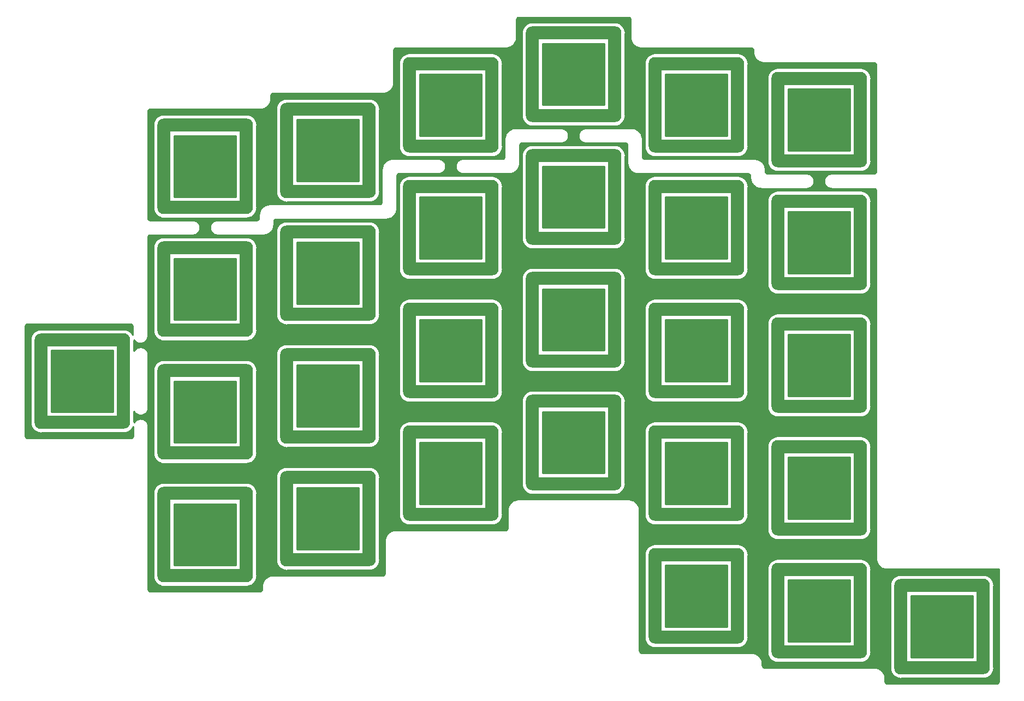
<source format=gbl>
G04 #@! TF.GenerationSoftware,KiCad,Pcbnew,(5.1.5)-3*
G04 #@! TF.CreationDate,2020-04-13T19:14:52+08:00*
G04 #@! TF.ProjectId,plate,706c6174-652e-46b6-9963-61645f706362,rev?*
G04 #@! TF.SameCoordinates,Original*
G04 #@! TF.FileFunction,Copper,L2,Bot*
G04 #@! TF.FilePolarity,Positive*
%FSLAX46Y46*%
G04 Gerber Fmt 4.6, Leading zero omitted, Abs format (unit mm)*
G04 Created by KiCad (PCBNEW (5.1.5)-3) date 2020-04-13 19:14:52*
%MOMM*%
%LPD*%
G04 APERTURE LIST*
%ADD10O,2.000000X14.800000*%
%ADD11O,14.800000X2.000000*%
%ADD12C,0.254000*%
G04 APERTURE END LIST*
D10*
X96670000Y-57880000D03*
D11*
X103070000Y-51470000D03*
D10*
X109470000Y-57870000D03*
D11*
X103070000Y-64270000D03*
D10*
X115720000Y-50830000D03*
D11*
X122120000Y-44420000D03*
D10*
X128520000Y-50820000D03*
D11*
X122120000Y-57220000D03*
D10*
X134770000Y-46070000D03*
D11*
X141170000Y-39660000D03*
D10*
X147570000Y-46060000D03*
D11*
X141170000Y-52460000D03*
D10*
X77620000Y-60360000D03*
D11*
X84020000Y-53950000D03*
D10*
X90420000Y-60350000D03*
D11*
X84020000Y-66750000D03*
D10*
X153820000Y-50840000D03*
D11*
X160220000Y-44430000D03*
D10*
X166620000Y-50830000D03*
D11*
X160220000Y-57230000D03*
D10*
X172870000Y-53120000D03*
D11*
X179270000Y-46710000D03*
D10*
X185670000Y-53110000D03*
D11*
X179270000Y-59510000D03*
D10*
X172870000Y-91220000D03*
D11*
X179270000Y-84810000D03*
D10*
X185670000Y-91210000D03*
D11*
X179270000Y-97610000D03*
D10*
X153820000Y-69890000D03*
D11*
X160220000Y-63480000D03*
D10*
X166620000Y-69880000D03*
D11*
X160220000Y-76280000D03*
D10*
X153820000Y-88940000D03*
D11*
X160220000Y-82530000D03*
D10*
X166620000Y-88930000D03*
D11*
X160220000Y-95330000D03*
D10*
X96670000Y-76930000D03*
D11*
X103070000Y-70520000D03*
D10*
X109470000Y-76920000D03*
D11*
X103070000Y-83320000D03*
D10*
X134770000Y-84170000D03*
D11*
X141170000Y-77760000D03*
D10*
X147570000Y-84160000D03*
D11*
X141170000Y-90560000D03*
D10*
X115720000Y-88930000D03*
D11*
X122120000Y-82520000D03*
D10*
X128520000Y-88920000D03*
D11*
X122120000Y-95320000D03*
D10*
X77620000Y-98460000D03*
D11*
X84020000Y-92050000D03*
D10*
X90420000Y-98450000D03*
D11*
X84020000Y-104850000D03*
D10*
X134770000Y-65120000D03*
D11*
X141170000Y-58710000D03*
D10*
X147570000Y-65110000D03*
D11*
X141170000Y-71510000D03*
D10*
X172870000Y-72170000D03*
D11*
X179270000Y-65760000D03*
D10*
X185670000Y-72160000D03*
D11*
X179270000Y-78560000D03*
D10*
X58570000Y-93690000D03*
D11*
X64970000Y-87280000D03*
D10*
X71370000Y-93680000D03*
D11*
X64970000Y-100080000D03*
D10*
X153820000Y-107990000D03*
D11*
X160220000Y-101580000D03*
D10*
X166620000Y-107980000D03*
D11*
X160220000Y-114380000D03*
D10*
X96670000Y-95980000D03*
D11*
X103070000Y-89570000D03*
D10*
X109470000Y-95970000D03*
D11*
X103070000Y-102370000D03*
D10*
X77620000Y-117510000D03*
D11*
X84020000Y-111100000D03*
D10*
X90420000Y-117500000D03*
D11*
X84020000Y-123900000D03*
D10*
X172870000Y-110270000D03*
D11*
X179270000Y-103860000D03*
D10*
X185670000Y-110260000D03*
D11*
X179270000Y-116660000D03*
D10*
X134770000Y-103220000D03*
D11*
X141170000Y-96810000D03*
D10*
X147570000Y-103210000D03*
D11*
X141170000Y-109610000D03*
D10*
X115720000Y-107980000D03*
D11*
X122120000Y-101570000D03*
D10*
X128520000Y-107970000D03*
D11*
X122120000Y-114370000D03*
D10*
X96670000Y-115030000D03*
D11*
X103070000Y-108620000D03*
D10*
X109470000Y-115020000D03*
D11*
X103070000Y-121420000D03*
D10*
X115720000Y-69880000D03*
D11*
X122120000Y-63470000D03*
D10*
X128520000Y-69870000D03*
D11*
X122120000Y-76270000D03*
D10*
X153820000Y-127040000D03*
D11*
X160220000Y-120630000D03*
D10*
X166620000Y-127030000D03*
D11*
X160220000Y-133430000D03*
D10*
X172870000Y-129320000D03*
D11*
X179270000Y-122910000D03*
D10*
X185670000Y-129310000D03*
D11*
X179270000Y-135710000D03*
D10*
X191920000Y-131790000D03*
D11*
X198320000Y-125380000D03*
D10*
X204720000Y-131780000D03*
D11*
X198320000Y-138180000D03*
D10*
X77620000Y-79410000D03*
D11*
X84020000Y-73000000D03*
D10*
X90420000Y-79400000D03*
D11*
X84020000Y-85800000D03*
D12*
G36*
X149735425Y-37227080D02*
G01*
X149798357Y-37246080D01*
X149856406Y-37276945D01*
X149907344Y-37318489D01*
X149949249Y-37369144D01*
X149980516Y-37426971D01*
X149999957Y-37489772D01*
X150010001Y-37585336D01*
X150010002Y-40352419D01*
X150012784Y-40380664D01*
X150012741Y-40386801D01*
X150013641Y-40395972D01*
X150034042Y-40590069D01*
X150046069Y-40648658D01*
X150057278Y-40707423D01*
X150059942Y-40716245D01*
X150117654Y-40902683D01*
X150140839Y-40957838D01*
X150163243Y-41013291D01*
X150167569Y-41021427D01*
X150260394Y-41193104D01*
X150293847Y-41242699D01*
X150326601Y-41292753D01*
X150332425Y-41299894D01*
X150456829Y-41450272D01*
X150499264Y-41492411D01*
X150541127Y-41535161D01*
X150548228Y-41541034D01*
X150699470Y-41664384D01*
X150749278Y-41697477D01*
X150798652Y-41731284D01*
X150806758Y-41735667D01*
X150979081Y-41827292D01*
X151034393Y-41850090D01*
X151089367Y-41873652D01*
X151098170Y-41876377D01*
X151285007Y-41932786D01*
X151343687Y-41944405D01*
X151402197Y-41956842D01*
X151411362Y-41957805D01*
X151605595Y-41976850D01*
X151605599Y-41976850D01*
X151637582Y-41980000D01*
X168687722Y-41980000D01*
X168785425Y-41989580D01*
X168848357Y-42008580D01*
X168906406Y-42039445D01*
X168957344Y-42080989D01*
X168999249Y-42131644D01*
X169030516Y-42189471D01*
X169049957Y-42252272D01*
X169060001Y-42347835D01*
X169060001Y-42638419D01*
X169062784Y-42666674D01*
X169062741Y-42672801D01*
X169063641Y-42681972D01*
X169084042Y-42876069D01*
X169096069Y-42934658D01*
X169107278Y-42993423D01*
X169109942Y-43002245D01*
X169167654Y-43188683D01*
X169190839Y-43243838D01*
X169213243Y-43299291D01*
X169217569Y-43307427D01*
X169310394Y-43479104D01*
X169343847Y-43528699D01*
X169376601Y-43578753D01*
X169382425Y-43585894D01*
X169506829Y-43736272D01*
X169549264Y-43778411D01*
X169591127Y-43821161D01*
X169598228Y-43827034D01*
X169749470Y-43950384D01*
X169799278Y-43983477D01*
X169848652Y-44017284D01*
X169856758Y-44021667D01*
X170029081Y-44113292D01*
X170084393Y-44136090D01*
X170139367Y-44159652D01*
X170148170Y-44162377D01*
X170335007Y-44218786D01*
X170393687Y-44230405D01*
X170452197Y-44242842D01*
X170461362Y-44243805D01*
X170655595Y-44262850D01*
X170655599Y-44262850D01*
X170687582Y-44266000D01*
X187737721Y-44266000D01*
X187835424Y-44275580D01*
X187898356Y-44294580D01*
X187956405Y-44325445D01*
X188007343Y-44366989D01*
X188049248Y-44417644D01*
X188080515Y-44475471D01*
X188099956Y-44538272D01*
X188110001Y-44633845D01*
X188110000Y-61107721D01*
X188100420Y-61205424D01*
X188081420Y-61268357D01*
X188050554Y-61326406D01*
X188009011Y-61377343D01*
X187958356Y-61419248D01*
X187900529Y-61450515D01*
X187837728Y-61469956D01*
X187743107Y-61479901D01*
X181157680Y-61479901D01*
X181129770Y-61482650D01*
X181126792Y-61482629D01*
X181117621Y-61483528D01*
X181069459Y-61488590D01*
X181060716Y-61489451D01*
X181060424Y-61489539D01*
X181020553Y-61493730D01*
X180961944Y-61505761D01*
X180903192Y-61516968D01*
X180894371Y-61519632D01*
X180801134Y-61548494D01*
X180745978Y-61571680D01*
X180690529Y-61594082D01*
X180682392Y-61598408D01*
X180596536Y-61644830D01*
X180546929Y-61678290D01*
X180496889Y-61711035D01*
X180489748Y-61716860D01*
X180414544Y-61779074D01*
X180372419Y-61821494D01*
X180329653Y-61863374D01*
X180323779Y-61870474D01*
X180262092Y-61946111D01*
X180229008Y-61995906D01*
X180195194Y-62045289D01*
X180190812Y-62053396D01*
X180144990Y-62139574D01*
X180122217Y-62194825D01*
X180098627Y-62249864D01*
X180095903Y-62258667D01*
X180067693Y-62352105D01*
X180056079Y-62410761D01*
X180043637Y-62469296D01*
X180042674Y-62478461D01*
X180033150Y-62575597D01*
X180033150Y-62604405D01*
X180030036Y-62633054D01*
X180030004Y-62642269D01*
X180030016Y-62645760D01*
X180032930Y-62674459D01*
X180032728Y-62703307D01*
X180033627Y-62712478D01*
X180043829Y-62809546D01*
X180055860Y-62868155D01*
X180067067Y-62926907D01*
X180069731Y-62935728D01*
X180098593Y-63028965D01*
X180121773Y-63084108D01*
X180144181Y-63139571D01*
X180148507Y-63147707D01*
X180194930Y-63233564D01*
X180228378Y-63283154D01*
X180261134Y-63333210D01*
X180266955Y-63340346D01*
X180266959Y-63340352D01*
X180266964Y-63340357D01*
X180329172Y-63415555D01*
X180371645Y-63457732D01*
X180413473Y-63500446D01*
X180420568Y-63506315D01*
X180420572Y-63506319D01*
X180420574Y-63506320D01*
X180496210Y-63568007D01*
X180546000Y-63601087D01*
X180595389Y-63634905D01*
X180603495Y-63639287D01*
X180689673Y-63685110D01*
X180744970Y-63707902D01*
X180799964Y-63731472D01*
X180808767Y-63734196D01*
X180902204Y-63762407D01*
X180960897Y-63774028D01*
X181019395Y-63786462D01*
X181028560Y-63787425D01*
X181125696Y-63796949D01*
X181125704Y-63796949D01*
X181157690Y-63800099D01*
X187737720Y-63800000D01*
X187835424Y-63809580D01*
X187898356Y-63828580D01*
X187956405Y-63859445D01*
X188007343Y-63900989D01*
X188049248Y-63951644D01*
X188080515Y-64009471D01*
X188099956Y-64072272D01*
X188110001Y-64167843D01*
X188109801Y-121262217D01*
X188112584Y-121290472D01*
X188112541Y-121296604D01*
X188113441Y-121305775D01*
X188133846Y-121499909D01*
X188145869Y-121558479D01*
X188157082Y-121617262D01*
X188159746Y-121626084D01*
X188217469Y-121812560D01*
X188240642Y-121867687D01*
X188263059Y-121923170D01*
X188267385Y-121931307D01*
X188360229Y-122103017D01*
X188393685Y-122152618D01*
X188426435Y-122202665D01*
X188432259Y-122209806D01*
X188556688Y-122360214D01*
X188599122Y-122402353D01*
X188640985Y-122445102D01*
X188648086Y-122450975D01*
X188799357Y-122574350D01*
X188849191Y-122607460D01*
X188898541Y-122641251D01*
X188906648Y-122645634D01*
X189079004Y-122737277D01*
X189134330Y-122760081D01*
X189189291Y-122783637D01*
X189198094Y-122786362D01*
X189384967Y-122842782D01*
X189443632Y-122854398D01*
X189502156Y-122866838D01*
X189511321Y-122867801D01*
X189705594Y-122886850D01*
X189705598Y-122886850D01*
X189737581Y-122890000D01*
X207160000Y-122890000D01*
X207160001Y-140250211D01*
X207150420Y-140347924D01*
X207131420Y-140410857D01*
X207100554Y-140468906D01*
X207059011Y-140519843D01*
X207008356Y-140561748D01*
X206950529Y-140593015D01*
X206887728Y-140612456D01*
X206792165Y-140622500D01*
X189852279Y-140622500D01*
X189754576Y-140612920D01*
X189691643Y-140593920D01*
X189633594Y-140563054D01*
X189582657Y-140521511D01*
X189540752Y-140470856D01*
X189509485Y-140413029D01*
X189490044Y-140350228D01*
X189480000Y-140254665D01*
X189480000Y-139777581D01*
X189477217Y-139749326D01*
X189477260Y-139743199D01*
X189476360Y-139734028D01*
X189455959Y-139539931D01*
X189443934Y-139481348D01*
X189432723Y-139422577D01*
X189430059Y-139413755D01*
X189372347Y-139227317D01*
X189349162Y-139172162D01*
X189326758Y-139116709D01*
X189322432Y-139108573D01*
X189229607Y-138936896D01*
X189196139Y-138887278D01*
X189163400Y-138837247D01*
X189157576Y-138830106D01*
X189033172Y-138679728D01*
X188990737Y-138637589D01*
X188948874Y-138594839D01*
X188941773Y-138588966D01*
X188790531Y-138465616D01*
X188740738Y-138432534D01*
X188691349Y-138398716D01*
X188683243Y-138394333D01*
X188510921Y-138302708D01*
X188455606Y-138279909D01*
X188400634Y-138256348D01*
X188391831Y-138253623D01*
X188204995Y-138197214D01*
X188146307Y-138185594D01*
X188087804Y-138173158D01*
X188078639Y-138172195D01*
X187884405Y-138153150D01*
X187884397Y-138153150D01*
X187852573Y-138150008D01*
X170802362Y-138146008D01*
X170704576Y-138136420D01*
X170641643Y-138117420D01*
X170583594Y-138086554D01*
X170532657Y-138045011D01*
X170490752Y-137994356D01*
X170459485Y-137936529D01*
X170440044Y-137873728D01*
X170430000Y-137778165D01*
X170430000Y-137487581D01*
X170427217Y-137459326D01*
X170427260Y-137453199D01*
X170426360Y-137444028D01*
X170405959Y-137249931D01*
X170393934Y-137191348D01*
X170382723Y-137132577D01*
X170380059Y-137123755D01*
X170322347Y-136937317D01*
X170299162Y-136882162D01*
X170276758Y-136826709D01*
X170272432Y-136818573D01*
X170179607Y-136646896D01*
X170146139Y-136597278D01*
X170113400Y-136547247D01*
X170107576Y-136540106D01*
X169983172Y-136389728D01*
X169940737Y-136347589D01*
X169898874Y-136304839D01*
X169891773Y-136298966D01*
X169740531Y-136175616D01*
X169690738Y-136142534D01*
X169641349Y-136108716D01*
X169633243Y-136104333D01*
X169460921Y-136012708D01*
X169405606Y-135989909D01*
X169350634Y-135966348D01*
X169341831Y-135963623D01*
X169154995Y-135907214D01*
X169096307Y-135895594D01*
X169037804Y-135883158D01*
X169028639Y-135882195D01*
X168834405Y-135863150D01*
X168834402Y-135863150D01*
X168802419Y-135860000D01*
X151752279Y-135860000D01*
X151654576Y-135850420D01*
X151591643Y-135831420D01*
X151533594Y-135800554D01*
X151482657Y-135759011D01*
X151440752Y-135708356D01*
X151409485Y-135650529D01*
X151390044Y-135587728D01*
X151380000Y-135492165D01*
X151380000Y-120630000D01*
X152177089Y-120630000D01*
X152185000Y-120710322D01*
X152185001Y-133349668D01*
X152177089Y-133430000D01*
X152185001Y-133510332D01*
X152185001Y-133520322D01*
X152208658Y-133760516D01*
X152302149Y-134068715D01*
X152453970Y-134352752D01*
X152658287Y-134601714D01*
X152907249Y-134806031D01*
X153191286Y-134957852D01*
X153499485Y-135051343D01*
X153820000Y-135082911D01*
X154001854Y-135065000D01*
X166539678Y-135065000D01*
X166620000Y-135072911D01*
X166940516Y-135041343D01*
X167248715Y-134947852D01*
X167532752Y-134796031D01*
X167781714Y-134591714D01*
X167986031Y-134342752D01*
X168137852Y-134058715D01*
X168231343Y-133750516D01*
X168255000Y-133510322D01*
X168262911Y-133430000D01*
X168255000Y-133349678D01*
X168255000Y-122910000D01*
X171227089Y-122910000D01*
X171235000Y-122990322D01*
X171235001Y-135629668D01*
X171227089Y-135710000D01*
X171235001Y-135790332D01*
X171235001Y-135800322D01*
X171258658Y-136040516D01*
X171352149Y-136348715D01*
X171503970Y-136632752D01*
X171708287Y-136881714D01*
X171957249Y-137086031D01*
X172241286Y-137237852D01*
X172549485Y-137331343D01*
X172870000Y-137362911D01*
X173051854Y-137345000D01*
X185589678Y-137345000D01*
X185670000Y-137352911D01*
X185990516Y-137321343D01*
X186298715Y-137227852D01*
X186582752Y-137076031D01*
X186831714Y-136871714D01*
X187036031Y-136622752D01*
X187187852Y-136338715D01*
X187281343Y-136030516D01*
X187305000Y-135790322D01*
X187312911Y-135710000D01*
X187305000Y-135629678D01*
X187305000Y-125380000D01*
X190277089Y-125380000D01*
X190285000Y-125460322D01*
X190285001Y-138099668D01*
X190277089Y-138180000D01*
X190285001Y-138260332D01*
X190285001Y-138270322D01*
X190308658Y-138510516D01*
X190402149Y-138818715D01*
X190553970Y-139102752D01*
X190758287Y-139351714D01*
X191007249Y-139556031D01*
X191291286Y-139707852D01*
X191599485Y-139801343D01*
X191920000Y-139832911D01*
X192101854Y-139815000D01*
X204639678Y-139815000D01*
X204720000Y-139822911D01*
X204874126Y-139807731D01*
X205040516Y-139791343D01*
X205348715Y-139697852D01*
X205632752Y-139546031D01*
X205881714Y-139341714D01*
X206086031Y-139092752D01*
X206237852Y-138808715D01*
X206331343Y-138500516D01*
X206362911Y-138180000D01*
X206355000Y-138099678D01*
X206355000Y-125460322D01*
X206362911Y-125380000D01*
X206331343Y-125059484D01*
X206237852Y-124751285D01*
X206086031Y-124467248D01*
X205881714Y-124218286D01*
X205632752Y-124013969D01*
X205348715Y-123862148D01*
X205040516Y-123768657D01*
X204800322Y-123745000D01*
X204720000Y-123737089D01*
X204639678Y-123745000D01*
X191839678Y-123745000D01*
X191599484Y-123768657D01*
X191291285Y-123862148D01*
X191007248Y-124013969D01*
X190758286Y-124218286D01*
X190553969Y-124467248D01*
X190402148Y-124751285D01*
X190308657Y-125059484D01*
X190277089Y-125380000D01*
X187305000Y-125380000D01*
X187305000Y-122990322D01*
X187312911Y-122910000D01*
X187300248Y-122781425D01*
X187281343Y-122589484D01*
X187187852Y-122281285D01*
X187036031Y-121997248D01*
X186831714Y-121748286D01*
X186814102Y-121733832D01*
X186582752Y-121543969D01*
X186298715Y-121392148D01*
X185990516Y-121298657D01*
X185750322Y-121275000D01*
X185670000Y-121267089D01*
X185589678Y-121275000D01*
X172789678Y-121275000D01*
X172549484Y-121298657D01*
X172241285Y-121392148D01*
X171957248Y-121543969D01*
X171708286Y-121748286D01*
X171503969Y-121997248D01*
X171352148Y-122281285D01*
X171258657Y-122589484D01*
X171227089Y-122910000D01*
X168255000Y-122910000D01*
X168255000Y-120710322D01*
X168262911Y-120630000D01*
X168231343Y-120309484D01*
X168137852Y-120001285D01*
X167986031Y-119717248D01*
X167781714Y-119468286D01*
X167532752Y-119263969D01*
X167248715Y-119112148D01*
X166940516Y-119018657D01*
X166700322Y-118995000D01*
X166620000Y-118987089D01*
X166539678Y-118995000D01*
X153739678Y-118995000D01*
X153499484Y-119018657D01*
X153191285Y-119112148D01*
X152907248Y-119263969D01*
X152658286Y-119468286D01*
X152453969Y-119717248D01*
X152302148Y-120001285D01*
X152208657Y-120309484D01*
X152177089Y-120630000D01*
X151380000Y-120630000D01*
X151380000Y-113675081D01*
X151377217Y-113646826D01*
X151377260Y-113640699D01*
X151376360Y-113631528D01*
X151355959Y-113437431D01*
X151343934Y-113378848D01*
X151332723Y-113320077D01*
X151330059Y-113311255D01*
X151272347Y-113124817D01*
X151249162Y-113069662D01*
X151226758Y-113014209D01*
X151222432Y-113006073D01*
X151129607Y-112834396D01*
X151096139Y-112784778D01*
X151063400Y-112734747D01*
X151057576Y-112727606D01*
X150933172Y-112577228D01*
X150890737Y-112535089D01*
X150848874Y-112492339D01*
X150841773Y-112486466D01*
X150690531Y-112363116D01*
X150640738Y-112330034D01*
X150591349Y-112296216D01*
X150583243Y-112291833D01*
X150410921Y-112200208D01*
X150355606Y-112177409D01*
X150300634Y-112153848D01*
X150291831Y-112151123D01*
X150104995Y-112094714D01*
X150046307Y-112083094D01*
X149987804Y-112070658D01*
X149978639Y-112069695D01*
X149784405Y-112050650D01*
X149784402Y-112050650D01*
X149752419Y-112047500D01*
X132587581Y-112047500D01*
X132559326Y-112050283D01*
X132553199Y-112050240D01*
X132544028Y-112051140D01*
X132349931Y-112071541D01*
X132291348Y-112083566D01*
X132232577Y-112094777D01*
X132223755Y-112097441D01*
X132037317Y-112155153D01*
X131982162Y-112178338D01*
X131926709Y-112200742D01*
X131918573Y-112205068D01*
X131746896Y-112297893D01*
X131697278Y-112331361D01*
X131647247Y-112364100D01*
X131640106Y-112369924D01*
X131489728Y-112494328D01*
X131447589Y-112536763D01*
X131404839Y-112578626D01*
X131398966Y-112585727D01*
X131275616Y-112736969D01*
X131242534Y-112786762D01*
X131208716Y-112836151D01*
X131204333Y-112844257D01*
X131112708Y-113016579D01*
X131089909Y-113071894D01*
X131066348Y-113126866D01*
X131063623Y-113135669D01*
X131007214Y-113322505D01*
X130995594Y-113381193D01*
X130983158Y-113439696D01*
X130982195Y-113448861D01*
X130963150Y-113643095D01*
X130960000Y-113675082D01*
X130960001Y-116437711D01*
X130950420Y-116535424D01*
X130931420Y-116598357D01*
X130900554Y-116656406D01*
X130859011Y-116707343D01*
X130808356Y-116749248D01*
X130750529Y-116780515D01*
X130687728Y-116799956D01*
X130592165Y-116810000D01*
X113537581Y-116810000D01*
X113509326Y-116812783D01*
X113503199Y-116812740D01*
X113494028Y-116813640D01*
X113299931Y-116834041D01*
X113241348Y-116846066D01*
X113182577Y-116857277D01*
X113173755Y-116859941D01*
X112987317Y-116917653D01*
X112932162Y-116940838D01*
X112876709Y-116963242D01*
X112868573Y-116967568D01*
X112696896Y-117060393D01*
X112647278Y-117093861D01*
X112597247Y-117126600D01*
X112590106Y-117132424D01*
X112439728Y-117256828D01*
X112397589Y-117299263D01*
X112354839Y-117341126D01*
X112348966Y-117348227D01*
X112225616Y-117499469D01*
X112192534Y-117549262D01*
X112158716Y-117598651D01*
X112154333Y-117606757D01*
X112062708Y-117779079D01*
X112039909Y-117834394D01*
X112016348Y-117889366D01*
X112013623Y-117898169D01*
X111957214Y-118085005D01*
X111945594Y-118143693D01*
X111933158Y-118202196D01*
X111932195Y-118211361D01*
X111913150Y-118405595D01*
X111910000Y-118437582D01*
X111910001Y-123486211D01*
X111900420Y-123583924D01*
X111881420Y-123646857D01*
X111850554Y-123704906D01*
X111809011Y-123755843D01*
X111758356Y-123797748D01*
X111700529Y-123829015D01*
X111637728Y-123848456D01*
X111542165Y-123858500D01*
X94487581Y-123858500D01*
X94459326Y-123861283D01*
X94453199Y-123861240D01*
X94444028Y-123862140D01*
X94249931Y-123882541D01*
X94191348Y-123894566D01*
X94132577Y-123905777D01*
X94123755Y-123908441D01*
X93937317Y-123966153D01*
X93882162Y-123989338D01*
X93826709Y-124011742D01*
X93818573Y-124016068D01*
X93646896Y-124108893D01*
X93597278Y-124142361D01*
X93547247Y-124175100D01*
X93540106Y-124180924D01*
X93389728Y-124305328D01*
X93347589Y-124347763D01*
X93304839Y-124389626D01*
X93298966Y-124396727D01*
X93175616Y-124547969D01*
X93142534Y-124597762D01*
X93108716Y-124647151D01*
X93104333Y-124655257D01*
X93012708Y-124827579D01*
X92989909Y-124882894D01*
X92966348Y-124937866D01*
X92963623Y-124946669D01*
X92907214Y-125133505D01*
X92895594Y-125192193D01*
X92883158Y-125250696D01*
X92882195Y-125259861D01*
X92863150Y-125454095D01*
X92860000Y-125486082D01*
X92860000Y-125962721D01*
X92850420Y-126060424D01*
X92831420Y-126123357D01*
X92800554Y-126181406D01*
X92759011Y-126232343D01*
X92708356Y-126274248D01*
X92650529Y-126305515D01*
X92587728Y-126324956D01*
X92492165Y-126335000D01*
X75552279Y-126335000D01*
X75454576Y-126325420D01*
X75391643Y-126306420D01*
X75333594Y-126275554D01*
X75282657Y-126234011D01*
X75240752Y-126183356D01*
X75209485Y-126125529D01*
X75190044Y-126062728D01*
X75180000Y-125967165D01*
X75180000Y-111100000D01*
X75977089Y-111100000D01*
X75985000Y-111180322D01*
X75985001Y-123819668D01*
X75977089Y-123900000D01*
X75985001Y-123980332D01*
X75985001Y-123990322D01*
X76008658Y-124230516D01*
X76102149Y-124538715D01*
X76253970Y-124822752D01*
X76458287Y-125071714D01*
X76707249Y-125276031D01*
X76991286Y-125427852D01*
X77299485Y-125521343D01*
X77620000Y-125552911D01*
X77801854Y-125535000D01*
X90339678Y-125535000D01*
X90420000Y-125542911D01*
X90522162Y-125532849D01*
X90740516Y-125511343D01*
X91048715Y-125417852D01*
X91332752Y-125266031D01*
X91581714Y-125061714D01*
X91786031Y-124812752D01*
X91937852Y-124528715D01*
X92031343Y-124220516D01*
X92044385Y-124088098D01*
X92055000Y-123980322D01*
X92062911Y-123900000D01*
X92055000Y-123819678D01*
X92055000Y-111180322D01*
X92062911Y-111100000D01*
X92031343Y-110779484D01*
X91937852Y-110471285D01*
X91786031Y-110187248D01*
X91581714Y-109938286D01*
X91332752Y-109733969D01*
X91048715Y-109582148D01*
X90740516Y-109488657D01*
X90500322Y-109465000D01*
X90420000Y-109457089D01*
X90339678Y-109465000D01*
X77539678Y-109465000D01*
X77299484Y-109488657D01*
X76991285Y-109582148D01*
X76707248Y-109733969D01*
X76458286Y-109938286D01*
X76253969Y-110187248D01*
X76102148Y-110471285D01*
X76008657Y-110779484D01*
X75977089Y-111100000D01*
X75180000Y-111100000D01*
X75180000Y-108620000D01*
X95027089Y-108620000D01*
X95035000Y-108700322D01*
X95035001Y-121339668D01*
X95027089Y-121420000D01*
X95035001Y-121500332D01*
X95035001Y-121510322D01*
X95058658Y-121750516D01*
X95152149Y-122058715D01*
X95303970Y-122342752D01*
X95508287Y-122591714D01*
X95757249Y-122796031D01*
X96041286Y-122947852D01*
X96349485Y-123041343D01*
X96670000Y-123072911D01*
X96851854Y-123055000D01*
X109389678Y-123055000D01*
X109470000Y-123062911D01*
X109790516Y-123031343D01*
X110098715Y-122937852D01*
X110382752Y-122786031D01*
X110631714Y-122581714D01*
X110836031Y-122332752D01*
X110987852Y-122048715D01*
X111081343Y-121740516D01*
X111105000Y-121500322D01*
X111112911Y-121420000D01*
X111105000Y-121339678D01*
X111105000Y-108700322D01*
X111112911Y-108620000D01*
X111081343Y-108299484D01*
X110987852Y-107991285D01*
X110836031Y-107707248D01*
X110631714Y-107458286D01*
X110382752Y-107253969D01*
X110098715Y-107102148D01*
X109790516Y-107008657D01*
X109550322Y-106985000D01*
X109470000Y-106977089D01*
X109389678Y-106985000D01*
X96589678Y-106985000D01*
X96349484Y-107008657D01*
X96041285Y-107102148D01*
X95757248Y-107253969D01*
X95508286Y-107458286D01*
X95303969Y-107707248D01*
X95152148Y-107991285D01*
X95058657Y-108299484D01*
X95027089Y-108620000D01*
X75180000Y-108620000D01*
X75180000Y-100647581D01*
X75176802Y-100615110D01*
X75176802Y-100608617D01*
X75175838Y-100599452D01*
X75171094Y-100557161D01*
X75170450Y-100550617D01*
X75170308Y-100550149D01*
X75164959Y-100502459D01*
X75152530Y-100443983D01*
X75140904Y-100385264D01*
X75138178Y-100376461D01*
X75108666Y-100283427D01*
X75085119Y-100228488D01*
X75062303Y-100173133D01*
X75057919Y-100165027D01*
X75010898Y-100079498D01*
X74977111Y-100030154D01*
X74944005Y-99980324D01*
X74938131Y-99973224D01*
X74875394Y-99898456D01*
X74832683Y-99856630D01*
X74790503Y-99814154D01*
X74783361Y-99808330D01*
X74707296Y-99747173D01*
X74657244Y-99714420D01*
X74607649Y-99680967D01*
X74599517Y-99676644D01*
X74599513Y-99676641D01*
X74599509Y-99676639D01*
X74513016Y-99631422D01*
X74457584Y-99609026D01*
X74402408Y-99585832D01*
X74393586Y-99583169D01*
X74299955Y-99555612D01*
X74241256Y-99544415D01*
X74182600Y-99532374D01*
X74173429Y-99531475D01*
X74076228Y-99522629D01*
X74016411Y-99523047D01*
X73956594Y-99522629D01*
X73947423Y-99523528D01*
X73850355Y-99533730D01*
X73791746Y-99545761D01*
X73732994Y-99556968D01*
X73724173Y-99559632D01*
X73630936Y-99588494D01*
X73575780Y-99611680D01*
X73520331Y-99634082D01*
X73512194Y-99638408D01*
X73426338Y-99684830D01*
X73376731Y-99718290D01*
X73326691Y-99751035D01*
X73319550Y-99756860D01*
X73244346Y-99819074D01*
X73202221Y-99861494D01*
X73159455Y-99903374D01*
X73153581Y-99910474D01*
X73091894Y-99986111D01*
X73058810Y-100035906D01*
X73024996Y-100085289D01*
X73020614Y-100093396D01*
X73009540Y-100114222D01*
X73012911Y-100080000D01*
X73005000Y-99999678D01*
X73005000Y-98376843D01*
X73029002Y-98420502D01*
X73062809Y-98469874D01*
X73095896Y-98519675D01*
X73101770Y-98526776D01*
X73164507Y-98601544D01*
X73207237Y-98643389D01*
X73249398Y-98685845D01*
X73256540Y-98691669D01*
X73332605Y-98752827D01*
X73382657Y-98785580D01*
X73432252Y-98819033D01*
X73440384Y-98823356D01*
X73440388Y-98823359D01*
X73440392Y-98823361D01*
X73526885Y-98868578D01*
X73582317Y-98890974D01*
X73637493Y-98914168D01*
X73646315Y-98916831D01*
X73739946Y-98944388D01*
X73798659Y-98955588D01*
X73857302Y-98967626D01*
X73866473Y-98968525D01*
X73963673Y-98977371D01*
X74023490Y-98976953D01*
X74083307Y-98977371D01*
X74092478Y-98976472D01*
X74189546Y-98966270D01*
X74248155Y-98954239D01*
X74306907Y-98943032D01*
X74315728Y-98940368D01*
X74408965Y-98911506D01*
X74464108Y-98888326D01*
X74519571Y-98865918D01*
X74527707Y-98861592D01*
X74613564Y-98815169D01*
X74663154Y-98781721D01*
X74713210Y-98748965D01*
X74720346Y-98743144D01*
X74720352Y-98743140D01*
X74720357Y-98743135D01*
X74795555Y-98680927D01*
X74837732Y-98638454D01*
X74880446Y-98596626D01*
X74886318Y-98589528D01*
X74886319Y-98589527D01*
X74886322Y-98589523D01*
X74948007Y-98513889D01*
X74981087Y-98464099D01*
X75014905Y-98414710D01*
X75019287Y-98406604D01*
X75065110Y-98320426D01*
X75087902Y-98265129D01*
X75111472Y-98210135D01*
X75114196Y-98201332D01*
X75142407Y-98107895D01*
X75154028Y-98049202D01*
X75166462Y-97990704D01*
X75167425Y-97981539D01*
X75176949Y-97884403D01*
X75176949Y-97884402D01*
X75180099Y-97852419D01*
X75180099Y-92050000D01*
X75977089Y-92050000D01*
X75985000Y-92130322D01*
X75985001Y-104769668D01*
X75977089Y-104850000D01*
X75985001Y-104930332D01*
X75985001Y-104940322D01*
X76008658Y-105180516D01*
X76102149Y-105488715D01*
X76253970Y-105772752D01*
X76458287Y-106021714D01*
X76707249Y-106226031D01*
X76991286Y-106377852D01*
X77299485Y-106471343D01*
X77620000Y-106502911D01*
X77801854Y-106485000D01*
X90339678Y-106485000D01*
X90420000Y-106492911D01*
X90740516Y-106461343D01*
X91048715Y-106367852D01*
X91332752Y-106216031D01*
X91581714Y-106011714D01*
X91786031Y-105762752D01*
X91937852Y-105478715D01*
X92031343Y-105170516D01*
X92055000Y-104930322D01*
X92062911Y-104850000D01*
X92055000Y-104769678D01*
X92055000Y-92130322D01*
X92062911Y-92050000D01*
X92031343Y-91729484D01*
X91937852Y-91421285D01*
X91786031Y-91137248D01*
X91581714Y-90888286D01*
X91332752Y-90683969D01*
X91048715Y-90532148D01*
X90740516Y-90438657D01*
X90500322Y-90415000D01*
X90420000Y-90407089D01*
X90339678Y-90415000D01*
X77539678Y-90415000D01*
X77299484Y-90438657D01*
X76991285Y-90532148D01*
X76707248Y-90683969D01*
X76458286Y-90888286D01*
X76253969Y-91137248D01*
X76102148Y-91421285D01*
X76008657Y-91729484D01*
X75977089Y-92050000D01*
X75180099Y-92050000D01*
X75180099Y-89570000D01*
X95027089Y-89570000D01*
X95035000Y-89650322D01*
X95035001Y-102289668D01*
X95027089Y-102370000D01*
X95035001Y-102450332D01*
X95035001Y-102460322D01*
X95058658Y-102700516D01*
X95152149Y-103008715D01*
X95303970Y-103292752D01*
X95508287Y-103541714D01*
X95757249Y-103746031D01*
X96041286Y-103897852D01*
X96349485Y-103991343D01*
X96670000Y-104022911D01*
X96851854Y-104005000D01*
X109389678Y-104005000D01*
X109470000Y-104012911D01*
X109790516Y-103981343D01*
X110098715Y-103887852D01*
X110382752Y-103736031D01*
X110631714Y-103531714D01*
X110836031Y-103282752D01*
X110987852Y-102998715D01*
X111081343Y-102690516D01*
X111105000Y-102450322D01*
X111112911Y-102370000D01*
X111105000Y-102289678D01*
X111105000Y-101570000D01*
X114077089Y-101570000D01*
X114085000Y-101650322D01*
X114085001Y-114289668D01*
X114077089Y-114370000D01*
X114085001Y-114450332D01*
X114085001Y-114460322D01*
X114108658Y-114700516D01*
X114202149Y-115008715D01*
X114353970Y-115292752D01*
X114558287Y-115541714D01*
X114807249Y-115746031D01*
X115091286Y-115897852D01*
X115399485Y-115991343D01*
X115720000Y-116022911D01*
X115901854Y-116005000D01*
X128439678Y-116005000D01*
X128520000Y-116012911D01*
X128840516Y-115981343D01*
X129148715Y-115887852D01*
X129432752Y-115736031D01*
X129681714Y-115531714D01*
X129886031Y-115282752D01*
X130037852Y-114998715D01*
X130131343Y-114690516D01*
X130155000Y-114450322D01*
X130162911Y-114370000D01*
X130155000Y-114289678D01*
X130155000Y-101650322D01*
X130162911Y-101570000D01*
X130131343Y-101249484D01*
X130037852Y-100941285D01*
X129886031Y-100657248D01*
X129681714Y-100408286D01*
X129432752Y-100203969D01*
X129148715Y-100052148D01*
X128840516Y-99958657D01*
X128600322Y-99935000D01*
X128520000Y-99927089D01*
X128439678Y-99935000D01*
X115639678Y-99935000D01*
X115399484Y-99958657D01*
X115091285Y-100052148D01*
X114807248Y-100203969D01*
X114558286Y-100408286D01*
X114353969Y-100657248D01*
X114202148Y-100941285D01*
X114108657Y-101249484D01*
X114077089Y-101570000D01*
X111105000Y-101570000D01*
X111105000Y-89650322D01*
X111112911Y-89570000D01*
X111104896Y-89488617D01*
X111081343Y-89249484D01*
X110987852Y-88941285D01*
X110836031Y-88657248D01*
X110631714Y-88408286D01*
X110624821Y-88402629D01*
X110382752Y-88203969D01*
X110098715Y-88052148D01*
X109790516Y-87958657D01*
X109550322Y-87935000D01*
X109470000Y-87927089D01*
X109389678Y-87935000D01*
X96589678Y-87935000D01*
X96349484Y-87958657D01*
X96041285Y-88052148D01*
X95757248Y-88203969D01*
X95508286Y-88408286D01*
X95303969Y-88657248D01*
X95152148Y-88941285D01*
X95058657Y-89249484D01*
X95027089Y-89570000D01*
X75180099Y-89570000D01*
X75180099Y-89527581D01*
X75176901Y-89495110D01*
X75176901Y-89488617D01*
X75175937Y-89479452D01*
X75171193Y-89437161D01*
X75170549Y-89430617D01*
X75170407Y-89430149D01*
X75165058Y-89382459D01*
X75152629Y-89323983D01*
X75141003Y-89265264D01*
X75138277Y-89256461D01*
X75108765Y-89163427D01*
X75085218Y-89108488D01*
X75062402Y-89053133D01*
X75058018Y-89045027D01*
X75010997Y-88959498D01*
X74977210Y-88910154D01*
X74944104Y-88860324D01*
X74938230Y-88853224D01*
X74875493Y-88778456D01*
X74832782Y-88736630D01*
X74790602Y-88694154D01*
X74783460Y-88688330D01*
X74707395Y-88627173D01*
X74657343Y-88594420D01*
X74607748Y-88560967D01*
X74599616Y-88556644D01*
X74599612Y-88556641D01*
X74599608Y-88556639D01*
X74513115Y-88511422D01*
X74457683Y-88489026D01*
X74402507Y-88465832D01*
X74393685Y-88463169D01*
X74300054Y-88435612D01*
X74241355Y-88424415D01*
X74182699Y-88412374D01*
X74173528Y-88411475D01*
X74076327Y-88402629D01*
X74016510Y-88403047D01*
X73956693Y-88402629D01*
X73947522Y-88403528D01*
X73850454Y-88413730D01*
X73791845Y-88425761D01*
X73733093Y-88436968D01*
X73724272Y-88439632D01*
X73631035Y-88468494D01*
X73575879Y-88491680D01*
X73520430Y-88514082D01*
X73512293Y-88518408D01*
X73426437Y-88564830D01*
X73376830Y-88598290D01*
X73326790Y-88631035D01*
X73319649Y-88636860D01*
X73244445Y-88699074D01*
X73202320Y-88741494D01*
X73159554Y-88783374D01*
X73153680Y-88790474D01*
X73091993Y-88866111D01*
X73058909Y-88915906D01*
X73025095Y-88965289D01*
X73020713Y-88973396D01*
X73005000Y-89002948D01*
X73005000Y-87360322D01*
X73008591Y-87323859D01*
X73012710Y-87329874D01*
X73045797Y-87379675D01*
X73051671Y-87386776D01*
X73114408Y-87461544D01*
X73157138Y-87503389D01*
X73199299Y-87545845D01*
X73206441Y-87551669D01*
X73282506Y-87612827D01*
X73332558Y-87645580D01*
X73382153Y-87679033D01*
X73390285Y-87683356D01*
X73390289Y-87683359D01*
X73390293Y-87683361D01*
X73476786Y-87728578D01*
X73532218Y-87750974D01*
X73587394Y-87774168D01*
X73596216Y-87776831D01*
X73689847Y-87804388D01*
X73748560Y-87815588D01*
X73807203Y-87827626D01*
X73816374Y-87828525D01*
X73913574Y-87837371D01*
X73973391Y-87836953D01*
X74033208Y-87837371D01*
X74042379Y-87836472D01*
X74139447Y-87826270D01*
X74198056Y-87814239D01*
X74256808Y-87803032D01*
X74265629Y-87800368D01*
X74358866Y-87771506D01*
X74414009Y-87748326D01*
X74469472Y-87725918D01*
X74477608Y-87721592D01*
X74563465Y-87675169D01*
X74613055Y-87641721D01*
X74663111Y-87608965D01*
X74670247Y-87603144D01*
X74670253Y-87603140D01*
X74670258Y-87603135D01*
X74745456Y-87540927D01*
X74787633Y-87498454D01*
X74830347Y-87456626D01*
X74836219Y-87449528D01*
X74836220Y-87449527D01*
X74836223Y-87449523D01*
X74897908Y-87373889D01*
X74930988Y-87324099D01*
X74964806Y-87274710D01*
X74969188Y-87266604D01*
X75015011Y-87180426D01*
X75037803Y-87125129D01*
X75061373Y-87070135D01*
X75064097Y-87061332D01*
X75092308Y-86967895D01*
X75103929Y-86909202D01*
X75116363Y-86850704D01*
X75117326Y-86841539D01*
X75126850Y-86744403D01*
X75126850Y-86744402D01*
X75130000Y-86712419D01*
X75130000Y-73000000D01*
X75977089Y-73000000D01*
X75985000Y-73080322D01*
X75985001Y-85719668D01*
X75977089Y-85800000D01*
X75985001Y-85880332D01*
X75985001Y-85890322D01*
X76008658Y-86130516D01*
X76102149Y-86438715D01*
X76253970Y-86722752D01*
X76458287Y-86971714D01*
X76707249Y-87176031D01*
X76991286Y-87327852D01*
X77299485Y-87421343D01*
X77620000Y-87452911D01*
X77801854Y-87435000D01*
X90339678Y-87435000D01*
X90420000Y-87442911D01*
X90515339Y-87433521D01*
X90740516Y-87411343D01*
X91048715Y-87317852D01*
X91332752Y-87166031D01*
X91581714Y-86961714D01*
X91786031Y-86712752D01*
X91937852Y-86428715D01*
X92031343Y-86120516D01*
X92062911Y-85800000D01*
X92055000Y-85719678D01*
X92055000Y-73080322D01*
X92062911Y-73000000D01*
X92031343Y-72679484D01*
X91937852Y-72371285D01*
X91786031Y-72087248D01*
X91581714Y-71838286D01*
X91332752Y-71633969D01*
X91048715Y-71482148D01*
X90740516Y-71388657D01*
X90500322Y-71365000D01*
X90420000Y-71357089D01*
X90339678Y-71365000D01*
X77539678Y-71365000D01*
X77299484Y-71388657D01*
X76991285Y-71482148D01*
X76707248Y-71633969D01*
X76458286Y-71838286D01*
X76253969Y-72087248D01*
X76102148Y-72371285D01*
X76008657Y-72679484D01*
X75977089Y-73000000D01*
X75130000Y-73000000D01*
X75130000Y-71402279D01*
X75139580Y-71304576D01*
X75158580Y-71241644D01*
X75189445Y-71183595D01*
X75230989Y-71132657D01*
X75281644Y-71090752D01*
X75339471Y-71059485D01*
X75402272Y-71040044D01*
X75497836Y-71030000D01*
X82122211Y-71030099D01*
X82150124Y-71027350D01*
X82153109Y-71027371D01*
X82162280Y-71026472D01*
X82210453Y-71021409D01*
X82219175Y-71020550D01*
X82219466Y-71020462D01*
X82259348Y-71016270D01*
X82317957Y-71004239D01*
X82376709Y-70993032D01*
X82385530Y-70990368D01*
X82478767Y-70961506D01*
X82533910Y-70938326D01*
X82589373Y-70915918D01*
X82597509Y-70911592D01*
X82683366Y-70865169D01*
X82732956Y-70831721D01*
X82783012Y-70798965D01*
X82790148Y-70793144D01*
X82790154Y-70793140D01*
X82790159Y-70793135D01*
X82865357Y-70730927D01*
X82907534Y-70688454D01*
X82950248Y-70646626D01*
X82956120Y-70639528D01*
X82956121Y-70639527D01*
X82956124Y-70639523D01*
X83017809Y-70563889D01*
X83050889Y-70514099D01*
X83084707Y-70464710D01*
X83089089Y-70456604D01*
X83134912Y-70370426D01*
X83157704Y-70315129D01*
X83181274Y-70260135D01*
X83183998Y-70251332D01*
X83212209Y-70157895D01*
X83223830Y-70099202D01*
X83236264Y-70040704D01*
X83237227Y-70031539D01*
X83246751Y-69934403D01*
X83246751Y-69905595D01*
X83249865Y-69876946D01*
X83249881Y-69872269D01*
X84790103Y-69872269D01*
X84790115Y-69875760D01*
X84793029Y-69904459D01*
X84792827Y-69933307D01*
X84793726Y-69942478D01*
X84803928Y-70039546D01*
X84815959Y-70098155D01*
X84827166Y-70156907D01*
X84829830Y-70165728D01*
X84858692Y-70258965D01*
X84881872Y-70314108D01*
X84904280Y-70369571D01*
X84908606Y-70377707D01*
X84955029Y-70463564D01*
X84988477Y-70513154D01*
X85021233Y-70563210D01*
X85027054Y-70570346D01*
X85027058Y-70570352D01*
X85027063Y-70570357D01*
X85089271Y-70645555D01*
X85131744Y-70687732D01*
X85173572Y-70730446D01*
X85180667Y-70736315D01*
X85180671Y-70736319D01*
X85180673Y-70736320D01*
X85256309Y-70798007D01*
X85306099Y-70831087D01*
X85355488Y-70864905D01*
X85363594Y-70869287D01*
X85449772Y-70915110D01*
X85505069Y-70937902D01*
X85560063Y-70961472D01*
X85568866Y-70964196D01*
X85662303Y-70992407D01*
X85720996Y-71004028D01*
X85779494Y-71016462D01*
X85788659Y-71017425D01*
X85885795Y-71026949D01*
X85885796Y-71026949D01*
X85917779Y-71030099D01*
X93072419Y-71030099D01*
X93101612Y-71027224D01*
X93106801Y-71027260D01*
X93115972Y-71026360D01*
X93310069Y-71005959D01*
X93368658Y-70993932D01*
X93427423Y-70982723D01*
X93436245Y-70980059D01*
X93622683Y-70922347D01*
X93677838Y-70899162D01*
X93733291Y-70876758D01*
X93741427Y-70872432D01*
X93913104Y-70779607D01*
X93962699Y-70746154D01*
X94012753Y-70713400D01*
X94019894Y-70707576D01*
X94170272Y-70583172D01*
X94212411Y-70540737D01*
X94233587Y-70520000D01*
X95027089Y-70520000D01*
X95035000Y-70600322D01*
X95035001Y-83239668D01*
X95027089Y-83320000D01*
X95035001Y-83400332D01*
X95035001Y-83410322D01*
X95058658Y-83650516D01*
X95152149Y-83958715D01*
X95303970Y-84242752D01*
X95508287Y-84491714D01*
X95757249Y-84696031D01*
X96041286Y-84847852D01*
X96349485Y-84941343D01*
X96670000Y-84972911D01*
X96851854Y-84955000D01*
X109389678Y-84955000D01*
X109470000Y-84962911D01*
X109790516Y-84931343D01*
X110098715Y-84837852D01*
X110382752Y-84686031D01*
X110631714Y-84481714D01*
X110836031Y-84232752D01*
X110987852Y-83948715D01*
X111081343Y-83640516D01*
X111105000Y-83400322D01*
X111112911Y-83320000D01*
X111105000Y-83239678D01*
X111105000Y-82520000D01*
X114077089Y-82520000D01*
X114085000Y-82600322D01*
X114085001Y-95239668D01*
X114077089Y-95320000D01*
X114085001Y-95400332D01*
X114085001Y-95410322D01*
X114108658Y-95650516D01*
X114202149Y-95958715D01*
X114353970Y-96242752D01*
X114558287Y-96491714D01*
X114807249Y-96696031D01*
X115091286Y-96847852D01*
X115399485Y-96941343D01*
X115720000Y-96972911D01*
X115901854Y-96955000D01*
X128439678Y-96955000D01*
X128520000Y-96962911D01*
X128840516Y-96931343D01*
X129148715Y-96837852D01*
X129200822Y-96810000D01*
X133127089Y-96810000D01*
X133135000Y-96890322D01*
X133135001Y-109529668D01*
X133127089Y-109610000D01*
X133135001Y-109690332D01*
X133135001Y-109700322D01*
X133158658Y-109940516D01*
X133252149Y-110248715D01*
X133403970Y-110532752D01*
X133608287Y-110781714D01*
X133857249Y-110986031D01*
X134141286Y-111137852D01*
X134449485Y-111231343D01*
X134770000Y-111262911D01*
X134951854Y-111245000D01*
X147489678Y-111245000D01*
X147570000Y-111252911D01*
X147890516Y-111221343D01*
X148198715Y-111127852D01*
X148482752Y-110976031D01*
X148731714Y-110771714D01*
X148936031Y-110522752D01*
X149087852Y-110238715D01*
X149181343Y-109930516D01*
X149205000Y-109690322D01*
X149212911Y-109610000D01*
X149205000Y-109529678D01*
X149205000Y-101580000D01*
X152177089Y-101580000D01*
X152185000Y-101660322D01*
X152185001Y-114299668D01*
X152177089Y-114380000D01*
X152185001Y-114460332D01*
X152185001Y-114470322D01*
X152208658Y-114710516D01*
X152302149Y-115018715D01*
X152453970Y-115302752D01*
X152658287Y-115551714D01*
X152907249Y-115756031D01*
X153191286Y-115907852D01*
X153499485Y-116001343D01*
X153820000Y-116032911D01*
X154001854Y-116015000D01*
X166539678Y-116015000D01*
X166620000Y-116022911D01*
X166940516Y-115991343D01*
X167248715Y-115897852D01*
X167532752Y-115746031D01*
X167781714Y-115541714D01*
X167986031Y-115292752D01*
X168137852Y-115008715D01*
X168231343Y-114700516D01*
X168255000Y-114460322D01*
X168262911Y-114380000D01*
X168255000Y-114299678D01*
X168255000Y-103860000D01*
X171227089Y-103860000D01*
X171235000Y-103940322D01*
X171235001Y-116579668D01*
X171227089Y-116660000D01*
X171235001Y-116740332D01*
X171235001Y-116750322D01*
X171258658Y-116990516D01*
X171352149Y-117298715D01*
X171503970Y-117582752D01*
X171708287Y-117831714D01*
X171957249Y-118036031D01*
X172241286Y-118187852D01*
X172549485Y-118281343D01*
X172870000Y-118312911D01*
X173051854Y-118295000D01*
X185589678Y-118295000D01*
X185670000Y-118302911D01*
X185905382Y-118279728D01*
X185990516Y-118271343D01*
X186298715Y-118177852D01*
X186582752Y-118026031D01*
X186831714Y-117821714D01*
X187036031Y-117572752D01*
X187187852Y-117288715D01*
X187281343Y-116980516D01*
X187295335Y-116838450D01*
X187305000Y-116740322D01*
X187312911Y-116660000D01*
X187305000Y-116579678D01*
X187305000Y-103940322D01*
X187312911Y-103860000D01*
X187300248Y-103731425D01*
X187281343Y-103539484D01*
X187187852Y-103231285D01*
X187036031Y-102947248D01*
X186831714Y-102698286D01*
X186802046Y-102673938D01*
X186582752Y-102493969D01*
X186298715Y-102342148D01*
X185990516Y-102248657D01*
X185750322Y-102225000D01*
X185670000Y-102217089D01*
X185589678Y-102225000D01*
X172789678Y-102225000D01*
X172549484Y-102248657D01*
X172241285Y-102342148D01*
X171957248Y-102493969D01*
X171708286Y-102698286D01*
X171503969Y-102947248D01*
X171352148Y-103231285D01*
X171258657Y-103539484D01*
X171227089Y-103860000D01*
X168255000Y-103860000D01*
X168255000Y-101660322D01*
X168262911Y-101580000D01*
X168231343Y-101259484D01*
X168137852Y-100951285D01*
X167986031Y-100667248D01*
X167781714Y-100418286D01*
X167532752Y-100213969D01*
X167248715Y-100062148D01*
X166940516Y-99968657D01*
X166700322Y-99945000D01*
X166620000Y-99937089D01*
X166539678Y-99945000D01*
X153739678Y-99945000D01*
X153499484Y-99968657D01*
X153191285Y-100062148D01*
X152907248Y-100213969D01*
X152658286Y-100418286D01*
X152453969Y-100667248D01*
X152302148Y-100951285D01*
X152208657Y-101259484D01*
X152177089Y-101580000D01*
X149205000Y-101580000D01*
X149205000Y-96890322D01*
X149212911Y-96810000D01*
X149181343Y-96489484D01*
X149087852Y-96181285D01*
X148936031Y-95897248D01*
X148731714Y-95648286D01*
X148482752Y-95443969D01*
X148198715Y-95292148D01*
X147890516Y-95198657D01*
X147650322Y-95175000D01*
X147570000Y-95167089D01*
X147489678Y-95175000D01*
X134689678Y-95175000D01*
X134449484Y-95198657D01*
X134141285Y-95292148D01*
X133857248Y-95443969D01*
X133608286Y-95648286D01*
X133403969Y-95897248D01*
X133252148Y-96181285D01*
X133158657Y-96489484D01*
X133127089Y-96810000D01*
X129200822Y-96810000D01*
X129432752Y-96686031D01*
X129681714Y-96481714D01*
X129886031Y-96232752D01*
X130037852Y-95948715D01*
X130131343Y-95640516D01*
X130155000Y-95400322D01*
X130162911Y-95320000D01*
X130155000Y-95239678D01*
X130155000Y-82600322D01*
X130162911Y-82520000D01*
X130131343Y-82199484D01*
X130037852Y-81891285D01*
X129886031Y-81607248D01*
X129681714Y-81358286D01*
X129432752Y-81153969D01*
X129148715Y-81002148D01*
X128840516Y-80908657D01*
X128600322Y-80885000D01*
X128520000Y-80877089D01*
X128439678Y-80885000D01*
X115639678Y-80885000D01*
X115399484Y-80908657D01*
X115091285Y-81002148D01*
X114807248Y-81153969D01*
X114558286Y-81358286D01*
X114353969Y-81607248D01*
X114202148Y-81891285D01*
X114108657Y-82199484D01*
X114077089Y-82520000D01*
X111105000Y-82520000D01*
X111105000Y-70600322D01*
X111112911Y-70520000D01*
X111098923Y-70377972D01*
X111081343Y-70199484D01*
X110987852Y-69891285D01*
X110836031Y-69607248D01*
X110631714Y-69358286D01*
X110607602Y-69338498D01*
X110382752Y-69153969D01*
X110098715Y-69002148D01*
X109790516Y-68908657D01*
X109550322Y-68885000D01*
X109470000Y-68877089D01*
X109389678Y-68885000D01*
X96589678Y-68885000D01*
X96349484Y-68908657D01*
X96041285Y-69002148D01*
X95757248Y-69153969D01*
X95508286Y-69358286D01*
X95303969Y-69607248D01*
X95152148Y-69891285D01*
X95058657Y-70199484D01*
X95027089Y-70520000D01*
X94233587Y-70520000D01*
X94255161Y-70498874D01*
X94261034Y-70491773D01*
X94384384Y-70340531D01*
X94417477Y-70290723D01*
X94451284Y-70241349D01*
X94455667Y-70233243D01*
X94547292Y-70060920D01*
X94570090Y-70005608D01*
X94593652Y-69950634D01*
X94596377Y-69941831D01*
X94652786Y-69754994D01*
X94664405Y-69696314D01*
X94676842Y-69637804D01*
X94677805Y-69628639D01*
X94696850Y-69434406D01*
X94696850Y-69434402D01*
X94700000Y-69402419D01*
X94700000Y-68922279D01*
X94709580Y-68824576D01*
X94728580Y-68761644D01*
X94759445Y-68703595D01*
X94800989Y-68652657D01*
X94851644Y-68610752D01*
X94909471Y-68579485D01*
X94972272Y-68560044D01*
X95067835Y-68550000D01*
X112132419Y-68550000D01*
X112160674Y-68547217D01*
X112166801Y-68547260D01*
X112175972Y-68546360D01*
X112370069Y-68525959D01*
X112428658Y-68513932D01*
X112487423Y-68502723D01*
X112496245Y-68500059D01*
X112682683Y-68442347D01*
X112737838Y-68419162D01*
X112793291Y-68396758D01*
X112801427Y-68392432D01*
X112973104Y-68299607D01*
X113022699Y-68266154D01*
X113072753Y-68233400D01*
X113079894Y-68227576D01*
X113230272Y-68103172D01*
X113272411Y-68060737D01*
X113315161Y-68018874D01*
X113321034Y-68011773D01*
X113444384Y-67860531D01*
X113477477Y-67810723D01*
X113511284Y-67761349D01*
X113515667Y-67753243D01*
X113607292Y-67580920D01*
X113630090Y-67525608D01*
X113653652Y-67470634D01*
X113656377Y-67461831D01*
X113712786Y-67274994D01*
X113724405Y-67216314D01*
X113736842Y-67157804D01*
X113737805Y-67148639D01*
X113756850Y-66954406D01*
X113756850Y-66954402D01*
X113760000Y-66922419D01*
X113760000Y-63470000D01*
X114077089Y-63470000D01*
X114085000Y-63550322D01*
X114085001Y-76189668D01*
X114077089Y-76270000D01*
X114085001Y-76350332D01*
X114085001Y-76360322D01*
X114108658Y-76600516D01*
X114202149Y-76908715D01*
X114353970Y-77192752D01*
X114558287Y-77441714D01*
X114807249Y-77646031D01*
X115091286Y-77797852D01*
X115399485Y-77891343D01*
X115720000Y-77922911D01*
X115901854Y-77905000D01*
X128439678Y-77905000D01*
X128520000Y-77912911D01*
X128840516Y-77881343D01*
X129148715Y-77787852D01*
X129200822Y-77760000D01*
X133127089Y-77760000D01*
X133135000Y-77840322D01*
X133135001Y-90479668D01*
X133127089Y-90560000D01*
X133135001Y-90640332D01*
X133135001Y-90650322D01*
X133158658Y-90890516D01*
X133252149Y-91198715D01*
X133403970Y-91482752D01*
X133608287Y-91731714D01*
X133857249Y-91936031D01*
X134141286Y-92087852D01*
X134449485Y-92181343D01*
X134770000Y-92212911D01*
X134951854Y-92195000D01*
X147489678Y-92195000D01*
X147570000Y-92202911D01*
X147890516Y-92171343D01*
X148198715Y-92077852D01*
X148482752Y-91926031D01*
X148731714Y-91721714D01*
X148936031Y-91472752D01*
X149087852Y-91188715D01*
X149181343Y-90880516D01*
X149205000Y-90640322D01*
X149212911Y-90560000D01*
X149205000Y-90479678D01*
X149205000Y-82530000D01*
X152177089Y-82530000D01*
X152185000Y-82610322D01*
X152185001Y-95249668D01*
X152177089Y-95330000D01*
X152185001Y-95410332D01*
X152185001Y-95420322D01*
X152208658Y-95660516D01*
X152302149Y-95968715D01*
X152453970Y-96252752D01*
X152658287Y-96501714D01*
X152907249Y-96706031D01*
X153191286Y-96857852D01*
X153499485Y-96951343D01*
X153820000Y-96982911D01*
X154001854Y-96965000D01*
X166539678Y-96965000D01*
X166620000Y-96972911D01*
X166940516Y-96941343D01*
X167248715Y-96847852D01*
X167532752Y-96696031D01*
X167781714Y-96491714D01*
X167986031Y-96242752D01*
X168137852Y-95958715D01*
X168231343Y-95650516D01*
X168255000Y-95410322D01*
X168262911Y-95330000D01*
X168255000Y-95249678D01*
X168255000Y-84810000D01*
X171227089Y-84810000D01*
X171235000Y-84890322D01*
X171235001Y-97529668D01*
X171227089Y-97610000D01*
X171235001Y-97690332D01*
X171235001Y-97700322D01*
X171258658Y-97940516D01*
X171352149Y-98248715D01*
X171503970Y-98532752D01*
X171708287Y-98781714D01*
X171957249Y-98986031D01*
X172241286Y-99137852D01*
X172549485Y-99231343D01*
X172870000Y-99262911D01*
X173051854Y-99245000D01*
X185589678Y-99245000D01*
X185670000Y-99252911D01*
X185990516Y-99221343D01*
X186298715Y-99127852D01*
X186582752Y-98976031D01*
X186831714Y-98771714D01*
X187036031Y-98522752D01*
X187187852Y-98238715D01*
X187281343Y-97930516D01*
X187305000Y-97690322D01*
X187312911Y-97610000D01*
X187305000Y-97529678D01*
X187305000Y-84890322D01*
X187312911Y-84810000D01*
X187281343Y-84489484D01*
X187187852Y-84181285D01*
X187036031Y-83897248D01*
X186831714Y-83648286D01*
X186582752Y-83443969D01*
X186298715Y-83292148D01*
X185990516Y-83198657D01*
X185750322Y-83175000D01*
X185670000Y-83167089D01*
X185589678Y-83175000D01*
X172789678Y-83175000D01*
X172549484Y-83198657D01*
X172241285Y-83292148D01*
X171957248Y-83443969D01*
X171708286Y-83648286D01*
X171503969Y-83897248D01*
X171352148Y-84181285D01*
X171258657Y-84489484D01*
X171227089Y-84810000D01*
X168255000Y-84810000D01*
X168255000Y-82610322D01*
X168262911Y-82530000D01*
X168231343Y-82209484D01*
X168137852Y-81901285D01*
X167986031Y-81617248D01*
X167781714Y-81368286D01*
X167532752Y-81163969D01*
X167248715Y-81012148D01*
X166940516Y-80918657D01*
X166700322Y-80895000D01*
X166620000Y-80887089D01*
X166539678Y-80895000D01*
X153739678Y-80895000D01*
X153499484Y-80918657D01*
X153191285Y-81012148D01*
X152907248Y-81163969D01*
X152658286Y-81368286D01*
X152453969Y-81617248D01*
X152302148Y-81901285D01*
X152208657Y-82209484D01*
X152177089Y-82530000D01*
X149205000Y-82530000D01*
X149205000Y-77840322D01*
X149212911Y-77760000D01*
X149181343Y-77439484D01*
X149087852Y-77131285D01*
X148936031Y-76847248D01*
X148731714Y-76598286D01*
X148482752Y-76393969D01*
X148198715Y-76242148D01*
X147890516Y-76148657D01*
X147650322Y-76125000D01*
X147570000Y-76117089D01*
X147489678Y-76125000D01*
X134689678Y-76125000D01*
X134449484Y-76148657D01*
X134141285Y-76242148D01*
X133857248Y-76393969D01*
X133608286Y-76598286D01*
X133403969Y-76847248D01*
X133252148Y-77131285D01*
X133158657Y-77439484D01*
X133127089Y-77760000D01*
X129200822Y-77760000D01*
X129432752Y-77636031D01*
X129681714Y-77431714D01*
X129886031Y-77182752D01*
X130037852Y-76898715D01*
X130131343Y-76590516D01*
X130155000Y-76350322D01*
X130162911Y-76270000D01*
X130155000Y-76189678D01*
X130155000Y-63550322D01*
X130162911Y-63470000D01*
X130131343Y-63149484D01*
X130037852Y-62841285D01*
X129886031Y-62557248D01*
X129681714Y-62308286D01*
X129432752Y-62103969D01*
X129148715Y-61952148D01*
X128840516Y-61858657D01*
X128600322Y-61835000D01*
X128520000Y-61827089D01*
X128439678Y-61835000D01*
X115639678Y-61835000D01*
X115399484Y-61858657D01*
X115091285Y-61952148D01*
X114807248Y-62103969D01*
X114558286Y-62308286D01*
X114353969Y-62557248D01*
X114202148Y-62841285D01*
X114108657Y-63149484D01*
X114077089Y-63470000D01*
X113760000Y-63470000D01*
X113760000Y-61872279D01*
X113769580Y-61774576D01*
X113788580Y-61711644D01*
X113819445Y-61653595D01*
X113860989Y-61602657D01*
X113911644Y-61560752D01*
X113969471Y-61529485D01*
X114032272Y-61510044D01*
X114127836Y-61500000D01*
X120222309Y-61500099D01*
X120250225Y-61497350D01*
X120253208Y-61497371D01*
X120262379Y-61496472D01*
X120310430Y-61491422D01*
X120319273Y-61490551D01*
X120319569Y-61490461D01*
X120359447Y-61486270D01*
X120418056Y-61474239D01*
X120476808Y-61463032D01*
X120485629Y-61460368D01*
X120578866Y-61431506D01*
X120634009Y-61408326D01*
X120689472Y-61385918D01*
X120697608Y-61381592D01*
X120783465Y-61335169D01*
X120833055Y-61301721D01*
X120883111Y-61268965D01*
X120890247Y-61263144D01*
X120890253Y-61263140D01*
X120890258Y-61263135D01*
X120965456Y-61200927D01*
X121007633Y-61158454D01*
X121050347Y-61116626D01*
X121056219Y-61109528D01*
X121056220Y-61109527D01*
X121056223Y-61109523D01*
X121117908Y-61033889D01*
X121150988Y-60984099D01*
X121184806Y-60934710D01*
X121189188Y-60926604D01*
X121235011Y-60840426D01*
X121257803Y-60785129D01*
X121281373Y-60730135D01*
X121284097Y-60721332D01*
X121312308Y-60627895D01*
X121323929Y-60569202D01*
X121336363Y-60510704D01*
X121337326Y-60501539D01*
X121346850Y-60404403D01*
X121346850Y-60375595D01*
X121349964Y-60346946D01*
X121349980Y-60342269D01*
X122890103Y-60342269D01*
X122890115Y-60345760D01*
X122893029Y-60374459D01*
X122892827Y-60403307D01*
X122893726Y-60412478D01*
X122903928Y-60509546D01*
X122915959Y-60568155D01*
X122927166Y-60626907D01*
X122929830Y-60635728D01*
X122958692Y-60728965D01*
X122981872Y-60784108D01*
X123004280Y-60839571D01*
X123008606Y-60847707D01*
X123055029Y-60933564D01*
X123088477Y-60983154D01*
X123121233Y-61033210D01*
X123127054Y-61040346D01*
X123127058Y-61040352D01*
X123127063Y-61040357D01*
X123189271Y-61115555D01*
X123231744Y-61157732D01*
X123273572Y-61200446D01*
X123280667Y-61206315D01*
X123280671Y-61206319D01*
X123280673Y-61206320D01*
X123356309Y-61268007D01*
X123406099Y-61301087D01*
X123455488Y-61334905D01*
X123463594Y-61339287D01*
X123549772Y-61385110D01*
X123605069Y-61407902D01*
X123660063Y-61431472D01*
X123668866Y-61434196D01*
X123762303Y-61462407D01*
X123820996Y-61474028D01*
X123879494Y-61486462D01*
X123888659Y-61487425D01*
X123985795Y-61496949D01*
X123985803Y-61496949D01*
X124017789Y-61500099D01*
X131182428Y-61499999D01*
X131210670Y-61497217D01*
X131216801Y-61497260D01*
X131225972Y-61496360D01*
X131420069Y-61475959D01*
X131478658Y-61463932D01*
X131537423Y-61452723D01*
X131546245Y-61450059D01*
X131732683Y-61392347D01*
X131787838Y-61369162D01*
X131843291Y-61346758D01*
X131851427Y-61342432D01*
X132023104Y-61249607D01*
X132072699Y-61216154D01*
X132122753Y-61183400D01*
X132129894Y-61177576D01*
X132280272Y-61053172D01*
X132322411Y-61010737D01*
X132365161Y-60968874D01*
X132371034Y-60961773D01*
X132494384Y-60810531D01*
X132527477Y-60760723D01*
X132561284Y-60711349D01*
X132565667Y-60703243D01*
X132657292Y-60530920D01*
X132680090Y-60475608D01*
X132703652Y-60420634D01*
X132706377Y-60411831D01*
X132762786Y-60224994D01*
X132774405Y-60166314D01*
X132786842Y-60107804D01*
X132787805Y-60098639D01*
X132806850Y-59904406D01*
X132806850Y-59904402D01*
X132810000Y-59872419D01*
X132810000Y-58710000D01*
X133127089Y-58710000D01*
X133135000Y-58790322D01*
X133135001Y-71429668D01*
X133127089Y-71510000D01*
X133135001Y-71590332D01*
X133135001Y-71600322D01*
X133158658Y-71840516D01*
X133252149Y-72148715D01*
X133403970Y-72432752D01*
X133608287Y-72681714D01*
X133857249Y-72886031D01*
X134141286Y-73037852D01*
X134449485Y-73131343D01*
X134770000Y-73162911D01*
X134951854Y-73145000D01*
X147489678Y-73145000D01*
X147570000Y-73152911D01*
X147890516Y-73121343D01*
X148198715Y-73027852D01*
X148482752Y-72876031D01*
X148731714Y-72671714D01*
X148936031Y-72422752D01*
X149087852Y-72138715D01*
X149181343Y-71830516D01*
X149205000Y-71590322D01*
X149212911Y-71510000D01*
X149205000Y-71429678D01*
X149205000Y-63480000D01*
X152177089Y-63480000D01*
X152185000Y-63560322D01*
X152185001Y-76199668D01*
X152177089Y-76280000D01*
X152185001Y-76360332D01*
X152185001Y-76370322D01*
X152208658Y-76610516D01*
X152302149Y-76918715D01*
X152453970Y-77202752D01*
X152658287Y-77451714D01*
X152907249Y-77656031D01*
X153191286Y-77807852D01*
X153499485Y-77901343D01*
X153820000Y-77932911D01*
X154001854Y-77915000D01*
X166539678Y-77915000D01*
X166620000Y-77922911D01*
X166940516Y-77891343D01*
X167248715Y-77797852D01*
X167532752Y-77646031D01*
X167781714Y-77441714D01*
X167986031Y-77192752D01*
X168137852Y-76908715D01*
X168231343Y-76600516D01*
X168255000Y-76360322D01*
X168262911Y-76280000D01*
X168255000Y-76199678D01*
X168255000Y-65760000D01*
X171227089Y-65760000D01*
X171235000Y-65840322D01*
X171235001Y-78479668D01*
X171227089Y-78560000D01*
X171235001Y-78640332D01*
X171235001Y-78650322D01*
X171258658Y-78890516D01*
X171352149Y-79198715D01*
X171503970Y-79482752D01*
X171708287Y-79731714D01*
X171957249Y-79936031D01*
X172241286Y-80087852D01*
X172549485Y-80181343D01*
X172870000Y-80212911D01*
X173051854Y-80195000D01*
X185589678Y-80195000D01*
X185670000Y-80202911D01*
X185990516Y-80171343D01*
X186298715Y-80077852D01*
X186582752Y-79926031D01*
X186831714Y-79721714D01*
X187036031Y-79472752D01*
X187187852Y-79188715D01*
X187281343Y-78880516D01*
X187305000Y-78640322D01*
X187312911Y-78560000D01*
X187305000Y-78479678D01*
X187305000Y-65840322D01*
X187312911Y-65760000D01*
X187281343Y-65439484D01*
X187187852Y-65131285D01*
X187036031Y-64847248D01*
X186831714Y-64598286D01*
X186582752Y-64393969D01*
X186298715Y-64242148D01*
X185990516Y-64148657D01*
X185750322Y-64125000D01*
X185670000Y-64117089D01*
X185589678Y-64125000D01*
X172789678Y-64125000D01*
X172549484Y-64148657D01*
X172241285Y-64242148D01*
X171957248Y-64393969D01*
X171708286Y-64598286D01*
X171503969Y-64847248D01*
X171352148Y-65131285D01*
X171258657Y-65439484D01*
X171227089Y-65760000D01*
X168255000Y-65760000D01*
X168255000Y-63560322D01*
X168262911Y-63480000D01*
X168231343Y-63159484D01*
X168137852Y-62851285D01*
X167986031Y-62567248D01*
X167781714Y-62318286D01*
X167532752Y-62113969D01*
X167248715Y-61962148D01*
X166940516Y-61868657D01*
X166700322Y-61845000D01*
X166620000Y-61837089D01*
X166539678Y-61845000D01*
X153739678Y-61845000D01*
X153499484Y-61868657D01*
X153191285Y-61962148D01*
X152907248Y-62113969D01*
X152658286Y-62318286D01*
X152453969Y-62567248D01*
X152302148Y-62851285D01*
X152208657Y-63159484D01*
X152177089Y-63480000D01*
X149205000Y-63480000D01*
X149205000Y-58790322D01*
X149212911Y-58710000D01*
X149181343Y-58389484D01*
X149087852Y-58081285D01*
X148936031Y-57797248D01*
X148731714Y-57548286D01*
X148482752Y-57343969D01*
X148198715Y-57192148D01*
X147890516Y-57098657D01*
X147650322Y-57075000D01*
X147570000Y-57067089D01*
X147489678Y-57075000D01*
X134689678Y-57075000D01*
X134449484Y-57098657D01*
X134141285Y-57192148D01*
X133857248Y-57343969D01*
X133608286Y-57548286D01*
X133403969Y-57797248D01*
X133252148Y-58081285D01*
X133158657Y-58389484D01*
X133127089Y-58710000D01*
X132810000Y-58710000D01*
X132810000Y-57122279D01*
X132819580Y-57024576D01*
X132838580Y-56961644D01*
X132869445Y-56903595D01*
X132910989Y-56852657D01*
X132961644Y-56810752D01*
X133019471Y-56779485D01*
X133082272Y-56760044D01*
X133177836Y-56750000D01*
X139272309Y-56750099D01*
X139300225Y-56747350D01*
X139303208Y-56747371D01*
X139312379Y-56746472D01*
X139360430Y-56741422D01*
X139369273Y-56740551D01*
X139369569Y-56740461D01*
X139409447Y-56736270D01*
X139468056Y-56724239D01*
X139526808Y-56713032D01*
X139535629Y-56710368D01*
X139628866Y-56681506D01*
X139684009Y-56658326D01*
X139739472Y-56635918D01*
X139747608Y-56631592D01*
X139833465Y-56585169D01*
X139883055Y-56551721D01*
X139933111Y-56518965D01*
X139940247Y-56513144D01*
X139940253Y-56513140D01*
X139940258Y-56513135D01*
X140015456Y-56450927D01*
X140057633Y-56408454D01*
X140100347Y-56366626D01*
X140106219Y-56359528D01*
X140106220Y-56359527D01*
X140106223Y-56359523D01*
X140167908Y-56283889D01*
X140200988Y-56234099D01*
X140234806Y-56184710D01*
X140239188Y-56176604D01*
X140285011Y-56090426D01*
X140307803Y-56035129D01*
X140331373Y-55980135D01*
X140334097Y-55971332D01*
X140362308Y-55877895D01*
X140373929Y-55819202D01*
X140386363Y-55760704D01*
X140387326Y-55751539D01*
X140396850Y-55654403D01*
X140396850Y-55625595D01*
X140399964Y-55596946D01*
X140399980Y-55592269D01*
X141940103Y-55592269D01*
X141940115Y-55595760D01*
X141943029Y-55624459D01*
X141942827Y-55653307D01*
X141943726Y-55662478D01*
X141953928Y-55759546D01*
X141965959Y-55818155D01*
X141977166Y-55876907D01*
X141979830Y-55885728D01*
X142008692Y-55978965D01*
X142031872Y-56034108D01*
X142054280Y-56089571D01*
X142058606Y-56097707D01*
X142105029Y-56183564D01*
X142138477Y-56233154D01*
X142171233Y-56283210D01*
X142177054Y-56290346D01*
X142177058Y-56290352D01*
X142177063Y-56290357D01*
X142239271Y-56365555D01*
X142281744Y-56407732D01*
X142323572Y-56450446D01*
X142330667Y-56456315D01*
X142330671Y-56456319D01*
X142330673Y-56456320D01*
X142406309Y-56518007D01*
X142456099Y-56551087D01*
X142505488Y-56584905D01*
X142513594Y-56589287D01*
X142599772Y-56635110D01*
X142655069Y-56657902D01*
X142710063Y-56681472D01*
X142718866Y-56684196D01*
X142812303Y-56712407D01*
X142870996Y-56724028D01*
X142929494Y-56736462D01*
X142938659Y-56737425D01*
X143035795Y-56746949D01*
X143035800Y-56746949D01*
X143067790Y-56750099D01*
X149157721Y-56750000D01*
X149255424Y-56759580D01*
X149318356Y-56778580D01*
X149376405Y-56809445D01*
X149427343Y-56850989D01*
X149469248Y-56901644D01*
X149500515Y-56959471D01*
X149519956Y-57022272D01*
X149530000Y-57117836D01*
X149530001Y-59882419D01*
X149532783Y-59910664D01*
X149532740Y-59916801D01*
X149533640Y-59925972D01*
X149554041Y-60120069D01*
X149566068Y-60178658D01*
X149577277Y-60237423D01*
X149579941Y-60246245D01*
X149637653Y-60432683D01*
X149660838Y-60487838D01*
X149683242Y-60543291D01*
X149687568Y-60551427D01*
X149780393Y-60723104D01*
X149813846Y-60772699D01*
X149846600Y-60822753D01*
X149852424Y-60829894D01*
X149976828Y-60980272D01*
X150019263Y-61022411D01*
X150061126Y-61065161D01*
X150068227Y-61071034D01*
X150219469Y-61194384D01*
X150269277Y-61227477D01*
X150318651Y-61261284D01*
X150326757Y-61265667D01*
X150499080Y-61357292D01*
X150554392Y-61380090D01*
X150609366Y-61403652D01*
X150618169Y-61406377D01*
X150805006Y-61462786D01*
X150863686Y-61474405D01*
X150922196Y-61486842D01*
X150931361Y-61487805D01*
X151125594Y-61506850D01*
X151125598Y-61506850D01*
X151157581Y-61510000D01*
X168217721Y-61510000D01*
X168315424Y-61519580D01*
X168378356Y-61538580D01*
X168436405Y-61569445D01*
X168487343Y-61610989D01*
X168529248Y-61661644D01*
X168560515Y-61719471D01*
X168579956Y-61782272D01*
X168590000Y-61877835D01*
X168590000Y-62172419D01*
X168592783Y-62200674D01*
X168592740Y-62206801D01*
X168593640Y-62215972D01*
X168614041Y-62410069D01*
X168626068Y-62468658D01*
X168637277Y-62527423D01*
X168639941Y-62536245D01*
X168697653Y-62722683D01*
X168720838Y-62777838D01*
X168743242Y-62833291D01*
X168747568Y-62841427D01*
X168840393Y-63013104D01*
X168873846Y-63062699D01*
X168906600Y-63112753D01*
X168912424Y-63119894D01*
X169036828Y-63270272D01*
X169079263Y-63312411D01*
X169121126Y-63355161D01*
X169128227Y-63361034D01*
X169279469Y-63484384D01*
X169329277Y-63517477D01*
X169378651Y-63551284D01*
X169386757Y-63555667D01*
X169559080Y-63647292D01*
X169614392Y-63670090D01*
X169669366Y-63693652D01*
X169678169Y-63696377D01*
X169865006Y-63752786D01*
X169923686Y-63764405D01*
X169982196Y-63776842D01*
X169991361Y-63777805D01*
X170185594Y-63796850D01*
X170185603Y-63796850D01*
X170217572Y-63799999D01*
X177372310Y-63800099D01*
X177400223Y-63797350D01*
X177403208Y-63797371D01*
X177412379Y-63796472D01*
X177460552Y-63791409D01*
X177469274Y-63790550D01*
X177469565Y-63790462D01*
X177509447Y-63786270D01*
X177568056Y-63774239D01*
X177626808Y-63763032D01*
X177635629Y-63760368D01*
X177728866Y-63731506D01*
X177784009Y-63708326D01*
X177839472Y-63685918D01*
X177847608Y-63681592D01*
X177933465Y-63635169D01*
X177983055Y-63601721D01*
X178033111Y-63568965D01*
X178040247Y-63563144D01*
X178040253Y-63563140D01*
X178040258Y-63563135D01*
X178115456Y-63500927D01*
X178157633Y-63458454D01*
X178200347Y-63416626D01*
X178206219Y-63409528D01*
X178206220Y-63409527D01*
X178206223Y-63409523D01*
X178267908Y-63333889D01*
X178300988Y-63284099D01*
X178334806Y-63234710D01*
X178339188Y-63226604D01*
X178385011Y-63140426D01*
X178407803Y-63085129D01*
X178431373Y-63030135D01*
X178434097Y-63021332D01*
X178462308Y-62927895D01*
X178473929Y-62869202D01*
X178486363Y-62810704D01*
X178487326Y-62801539D01*
X178496850Y-62704403D01*
X178496850Y-62675595D01*
X178499964Y-62646946D01*
X178499996Y-62637731D01*
X178499984Y-62634240D01*
X178497070Y-62605541D01*
X178497272Y-62576693D01*
X178496373Y-62567522D01*
X178486171Y-62470454D01*
X178474135Y-62411820D01*
X178462933Y-62353093D01*
X178460269Y-62344272D01*
X178431407Y-62251035D01*
X178408221Y-62195879D01*
X178385819Y-62140430D01*
X178381493Y-62132293D01*
X178335071Y-62046437D01*
X178301611Y-61996830D01*
X178268866Y-61946790D01*
X178263041Y-61939649D01*
X178200827Y-61864445D01*
X178158407Y-61822320D01*
X178116527Y-61779554D01*
X178109427Y-61773680D01*
X178033790Y-61711993D01*
X177983995Y-61678909D01*
X177934612Y-61645095D01*
X177926505Y-61640713D01*
X177926502Y-61640711D01*
X177926499Y-61640710D01*
X177840327Y-61594891D01*
X177785076Y-61572118D01*
X177730037Y-61548528D01*
X177721234Y-61545804D01*
X177627796Y-61517594D01*
X177569140Y-61505980D01*
X177510605Y-61493538D01*
X177501440Y-61492575D01*
X177404304Y-61483051D01*
X177404299Y-61483051D01*
X177372309Y-61479901D01*
X171282279Y-61480000D01*
X171184576Y-61470420D01*
X171121643Y-61451420D01*
X171063594Y-61420554D01*
X171012657Y-61379011D01*
X170970752Y-61328356D01*
X170939485Y-61270529D01*
X170920044Y-61207728D01*
X170910000Y-61112165D01*
X170910000Y-60817582D01*
X170907217Y-60789327D01*
X170907260Y-60783199D01*
X170906360Y-60774028D01*
X170885959Y-60579931D01*
X170873934Y-60521348D01*
X170862723Y-60462577D01*
X170860059Y-60453755D01*
X170802347Y-60267317D01*
X170779162Y-60212162D01*
X170756758Y-60156709D01*
X170752432Y-60148573D01*
X170659607Y-59976896D01*
X170626139Y-59927278D01*
X170593400Y-59877247D01*
X170587576Y-59870106D01*
X170463172Y-59719728D01*
X170420737Y-59677589D01*
X170378874Y-59634839D01*
X170371773Y-59628966D01*
X170220531Y-59505616D01*
X170170738Y-59472534D01*
X170121349Y-59438716D01*
X170113243Y-59434333D01*
X169940921Y-59342708D01*
X169885606Y-59319909D01*
X169830634Y-59296348D01*
X169821831Y-59293623D01*
X169634995Y-59237214D01*
X169576307Y-59225594D01*
X169517804Y-59213158D01*
X169508639Y-59212195D01*
X169314405Y-59193150D01*
X169314402Y-59193150D01*
X169282419Y-59190000D01*
X152222279Y-59190000D01*
X152124576Y-59180420D01*
X152061643Y-59161420D01*
X152003594Y-59130554D01*
X151952657Y-59089011D01*
X151910752Y-59038356D01*
X151879485Y-58980529D01*
X151860044Y-58917728D01*
X151850000Y-58822165D01*
X151850000Y-56057581D01*
X151847217Y-56029326D01*
X151847260Y-56023199D01*
X151846360Y-56014028D01*
X151825959Y-55819931D01*
X151813934Y-55761348D01*
X151802723Y-55702577D01*
X151800059Y-55693755D01*
X151742347Y-55507317D01*
X151719162Y-55452162D01*
X151696758Y-55396709D01*
X151692432Y-55388573D01*
X151599607Y-55216896D01*
X151566139Y-55167278D01*
X151533400Y-55117247D01*
X151527576Y-55110106D01*
X151403172Y-54959728D01*
X151360737Y-54917589D01*
X151318874Y-54874839D01*
X151311773Y-54868966D01*
X151160531Y-54745616D01*
X151110738Y-54712534D01*
X151061349Y-54678716D01*
X151053243Y-54674333D01*
X150880921Y-54582708D01*
X150825606Y-54559909D01*
X150770634Y-54536348D01*
X150761831Y-54533623D01*
X150574995Y-54477214D01*
X150516307Y-54465594D01*
X150457804Y-54453158D01*
X150448639Y-54452195D01*
X150254405Y-54433150D01*
X150254397Y-54433150D01*
X150222428Y-54430001D01*
X143067789Y-54429901D01*
X143039876Y-54432650D01*
X143036891Y-54432629D01*
X143027720Y-54433528D01*
X142979547Y-54438591D01*
X142970825Y-54439450D01*
X142970534Y-54439538D01*
X142930652Y-54443730D01*
X142872043Y-54455761D01*
X142813291Y-54466968D01*
X142804470Y-54469632D01*
X142711233Y-54498494D01*
X142656077Y-54521680D01*
X142600628Y-54544082D01*
X142592491Y-54548408D01*
X142506635Y-54594830D01*
X142457028Y-54628290D01*
X142406988Y-54661035D01*
X142399847Y-54666860D01*
X142324643Y-54729074D01*
X142282518Y-54771494D01*
X142239752Y-54813374D01*
X142233878Y-54820474D01*
X142172191Y-54896111D01*
X142139107Y-54945906D01*
X142105293Y-54995289D01*
X142100911Y-55003396D01*
X142055089Y-55089574D01*
X142032316Y-55144825D01*
X142008726Y-55199864D01*
X142006002Y-55208667D01*
X141977792Y-55302105D01*
X141966178Y-55360761D01*
X141953736Y-55419296D01*
X141952773Y-55428461D01*
X141943249Y-55525597D01*
X141943249Y-55554405D01*
X141940135Y-55583054D01*
X141940103Y-55592269D01*
X140399980Y-55592269D01*
X140399996Y-55587731D01*
X140399984Y-55584240D01*
X140397070Y-55555541D01*
X140397272Y-55526693D01*
X140396373Y-55517522D01*
X140386171Y-55420454D01*
X140374135Y-55361820D01*
X140362933Y-55303093D01*
X140360269Y-55294272D01*
X140331407Y-55201035D01*
X140308221Y-55145879D01*
X140285819Y-55090430D01*
X140281493Y-55082293D01*
X140235071Y-54996437D01*
X140201611Y-54946830D01*
X140168866Y-54896790D01*
X140163041Y-54889649D01*
X140100827Y-54814445D01*
X140058407Y-54772320D01*
X140016527Y-54729554D01*
X140009427Y-54723680D01*
X139933790Y-54661993D01*
X139883995Y-54628909D01*
X139834612Y-54595095D01*
X139826505Y-54590713D01*
X139826502Y-54590711D01*
X139826499Y-54590710D01*
X139740327Y-54544891D01*
X139685076Y-54522118D01*
X139630037Y-54498528D01*
X139621234Y-54495804D01*
X139527796Y-54467594D01*
X139469140Y-54455980D01*
X139410605Y-54443538D01*
X139401440Y-54442575D01*
X139304304Y-54433051D01*
X139304296Y-54433051D01*
X139272310Y-54429901D01*
X132117572Y-54430001D01*
X132089330Y-54432783D01*
X132083199Y-54432740D01*
X132074028Y-54433640D01*
X131879931Y-54454041D01*
X131821348Y-54466066D01*
X131762577Y-54477277D01*
X131753755Y-54479941D01*
X131567317Y-54537653D01*
X131512162Y-54560838D01*
X131456709Y-54583242D01*
X131448573Y-54587568D01*
X131276896Y-54680393D01*
X131227278Y-54713861D01*
X131177247Y-54746600D01*
X131170106Y-54752424D01*
X131019728Y-54876828D01*
X130977589Y-54919263D01*
X130934839Y-54961126D01*
X130928966Y-54968227D01*
X130805616Y-55119469D01*
X130772534Y-55169262D01*
X130738716Y-55218651D01*
X130734333Y-55226757D01*
X130642708Y-55399079D01*
X130619909Y-55454394D01*
X130596348Y-55509366D01*
X130593623Y-55518169D01*
X130537214Y-55705005D01*
X130525594Y-55763693D01*
X130513158Y-55822196D01*
X130512195Y-55831361D01*
X130493150Y-56025595D01*
X130490000Y-56057582D01*
X130490001Y-58807711D01*
X130480420Y-58905424D01*
X130461420Y-58968357D01*
X130430554Y-59026406D01*
X130389011Y-59077343D01*
X130338356Y-59119248D01*
X130280529Y-59150515D01*
X130217728Y-59169956D01*
X130122164Y-59180000D01*
X124017790Y-59179901D01*
X123989874Y-59182650D01*
X123986891Y-59182629D01*
X123977720Y-59183528D01*
X123929669Y-59188578D01*
X123920826Y-59189449D01*
X123920530Y-59189539D01*
X123880652Y-59193730D01*
X123822043Y-59205761D01*
X123763291Y-59216968D01*
X123754470Y-59219632D01*
X123661233Y-59248494D01*
X123606077Y-59271680D01*
X123550628Y-59294082D01*
X123542491Y-59298408D01*
X123456635Y-59344830D01*
X123407028Y-59378290D01*
X123356988Y-59411035D01*
X123349847Y-59416860D01*
X123274643Y-59479074D01*
X123232518Y-59521494D01*
X123189752Y-59563374D01*
X123183878Y-59570474D01*
X123122191Y-59646111D01*
X123089107Y-59695906D01*
X123055293Y-59745289D01*
X123050911Y-59753396D01*
X123005089Y-59839574D01*
X122982316Y-59894825D01*
X122958726Y-59949864D01*
X122956002Y-59958667D01*
X122927792Y-60052105D01*
X122916178Y-60110761D01*
X122903736Y-60169296D01*
X122902773Y-60178461D01*
X122893249Y-60275597D01*
X122893249Y-60304405D01*
X122890135Y-60333054D01*
X122890103Y-60342269D01*
X121349980Y-60342269D01*
X121349996Y-60337731D01*
X121349984Y-60334240D01*
X121347070Y-60305541D01*
X121347272Y-60276693D01*
X121346373Y-60267522D01*
X121336171Y-60170454D01*
X121324135Y-60111820D01*
X121312933Y-60053093D01*
X121310269Y-60044272D01*
X121281407Y-59951035D01*
X121258221Y-59895879D01*
X121235819Y-59840430D01*
X121231493Y-59832293D01*
X121185071Y-59746437D01*
X121151611Y-59696830D01*
X121118866Y-59646790D01*
X121113041Y-59639649D01*
X121050827Y-59564445D01*
X121008407Y-59522320D01*
X120966527Y-59479554D01*
X120959427Y-59473680D01*
X120883790Y-59411993D01*
X120833995Y-59378909D01*
X120784612Y-59345095D01*
X120776505Y-59340713D01*
X120776502Y-59340711D01*
X120776499Y-59340710D01*
X120690327Y-59294891D01*
X120635076Y-59272118D01*
X120580037Y-59248528D01*
X120571234Y-59245804D01*
X120477796Y-59217594D01*
X120419140Y-59205980D01*
X120360605Y-59193538D01*
X120351440Y-59192575D01*
X120254304Y-59183051D01*
X120254296Y-59183051D01*
X120222310Y-59179901D01*
X113067572Y-59180001D01*
X113039330Y-59182783D01*
X113033199Y-59182740D01*
X113024028Y-59183640D01*
X112829931Y-59204041D01*
X112771348Y-59216066D01*
X112712577Y-59227277D01*
X112703755Y-59229941D01*
X112517317Y-59287653D01*
X112462162Y-59310838D01*
X112406709Y-59333242D01*
X112398573Y-59337568D01*
X112226896Y-59430393D01*
X112177278Y-59463861D01*
X112127247Y-59496600D01*
X112120106Y-59502424D01*
X111969728Y-59626828D01*
X111927589Y-59669263D01*
X111884839Y-59711126D01*
X111878966Y-59718227D01*
X111755616Y-59869469D01*
X111722534Y-59919262D01*
X111688716Y-59968651D01*
X111684333Y-59976757D01*
X111592708Y-60149079D01*
X111569909Y-60204394D01*
X111546348Y-60259366D01*
X111543623Y-60268169D01*
X111487214Y-60455005D01*
X111475594Y-60513693D01*
X111463158Y-60572196D01*
X111462195Y-60581361D01*
X111443152Y-60775574D01*
X111440000Y-60807582D01*
X111440001Y-65857711D01*
X111430420Y-65955424D01*
X111411420Y-66018357D01*
X111380554Y-66076406D01*
X111339011Y-66127343D01*
X111288356Y-66169248D01*
X111230529Y-66200515D01*
X111167728Y-66219956D01*
X111072165Y-66230000D01*
X94007581Y-66230000D01*
X93979326Y-66232783D01*
X93973199Y-66232740D01*
X93964028Y-66233640D01*
X93769931Y-66254041D01*
X93711348Y-66266066D01*
X93652577Y-66277277D01*
X93643755Y-66279941D01*
X93457317Y-66337653D01*
X93402162Y-66360838D01*
X93346709Y-66383242D01*
X93338573Y-66387568D01*
X93166896Y-66480393D01*
X93117278Y-66513861D01*
X93067247Y-66546600D01*
X93060106Y-66552424D01*
X92909728Y-66676828D01*
X92867589Y-66719263D01*
X92824839Y-66761126D01*
X92818966Y-66768227D01*
X92695616Y-66919469D01*
X92662534Y-66969262D01*
X92628716Y-67018651D01*
X92624333Y-67026757D01*
X92532708Y-67199079D01*
X92509909Y-67254394D01*
X92486348Y-67309366D01*
X92483623Y-67318169D01*
X92427214Y-67505005D01*
X92415594Y-67563693D01*
X92403158Y-67622196D01*
X92402195Y-67631361D01*
X92383152Y-67825574D01*
X92380000Y-67857582D01*
X92380000Y-68337721D01*
X92370420Y-68435424D01*
X92351420Y-68498357D01*
X92320554Y-68556406D01*
X92279011Y-68607343D01*
X92228356Y-68649248D01*
X92170529Y-68680515D01*
X92107728Y-68699956D01*
X92013107Y-68709901D01*
X85917779Y-68709901D01*
X85889869Y-68712650D01*
X85886891Y-68712629D01*
X85877720Y-68713528D01*
X85829558Y-68718590D01*
X85820815Y-68719451D01*
X85820523Y-68719539D01*
X85780652Y-68723730D01*
X85722043Y-68735761D01*
X85663291Y-68746968D01*
X85654470Y-68749632D01*
X85561233Y-68778494D01*
X85506077Y-68801680D01*
X85450628Y-68824082D01*
X85442491Y-68828408D01*
X85356635Y-68874830D01*
X85307028Y-68908290D01*
X85256988Y-68941035D01*
X85249847Y-68946860D01*
X85174643Y-69009074D01*
X85132518Y-69051494D01*
X85089752Y-69093374D01*
X85083878Y-69100474D01*
X85022191Y-69176111D01*
X84989107Y-69225906D01*
X84955293Y-69275289D01*
X84950911Y-69283396D01*
X84905089Y-69369574D01*
X84882316Y-69424825D01*
X84858726Y-69479864D01*
X84856002Y-69488667D01*
X84827792Y-69582105D01*
X84816178Y-69640761D01*
X84803736Y-69699296D01*
X84802773Y-69708461D01*
X84793249Y-69805597D01*
X84793249Y-69834405D01*
X84790135Y-69863054D01*
X84790103Y-69872269D01*
X83249881Y-69872269D01*
X83249897Y-69867731D01*
X83249885Y-69864240D01*
X83246971Y-69835541D01*
X83247173Y-69806693D01*
X83246274Y-69797522D01*
X83236072Y-69700454D01*
X83224036Y-69641820D01*
X83212834Y-69583093D01*
X83210170Y-69574272D01*
X83181308Y-69481035D01*
X83158122Y-69425879D01*
X83135720Y-69370430D01*
X83131394Y-69362293D01*
X83084972Y-69276437D01*
X83051512Y-69226830D01*
X83018767Y-69176790D01*
X83012942Y-69169649D01*
X82950728Y-69094445D01*
X82908308Y-69052320D01*
X82866428Y-69009554D01*
X82859328Y-69003680D01*
X82783691Y-68941993D01*
X82733896Y-68908909D01*
X82684513Y-68875095D01*
X82676406Y-68870713D01*
X82676403Y-68870711D01*
X82676400Y-68870710D01*
X82590228Y-68824891D01*
X82534977Y-68802118D01*
X82479938Y-68778528D01*
X82471135Y-68775804D01*
X82377697Y-68747594D01*
X82319041Y-68735980D01*
X82260506Y-68723538D01*
X82251341Y-68722575D01*
X82154205Y-68713051D01*
X82154197Y-68713051D01*
X82122211Y-68709901D01*
X75502279Y-68710000D01*
X75404576Y-68700420D01*
X75341643Y-68681420D01*
X75283594Y-68650554D01*
X75232657Y-68609011D01*
X75190752Y-68558356D01*
X75159485Y-68500529D01*
X75140044Y-68437728D01*
X75130000Y-68342165D01*
X75130000Y-53950000D01*
X75977089Y-53950000D01*
X75985000Y-54030322D01*
X75985001Y-66669668D01*
X75977089Y-66750000D01*
X75985001Y-66830332D01*
X75985001Y-66840322D01*
X76008658Y-67080516D01*
X76102149Y-67388715D01*
X76253970Y-67672752D01*
X76458287Y-67921714D01*
X76707249Y-68126031D01*
X76991286Y-68277852D01*
X77299485Y-68371343D01*
X77620000Y-68402911D01*
X77801854Y-68385000D01*
X90339678Y-68385000D01*
X90420000Y-68392911D01*
X90740516Y-68361343D01*
X91048715Y-68267852D01*
X91332752Y-68116031D01*
X91581714Y-67911714D01*
X91786031Y-67662752D01*
X91937852Y-67378715D01*
X92031343Y-67070516D01*
X92055000Y-66830322D01*
X92062911Y-66750000D01*
X92055000Y-66669678D01*
X92055000Y-54030322D01*
X92062911Y-53950000D01*
X92031343Y-53629484D01*
X91937852Y-53321285D01*
X91786031Y-53037248D01*
X91581714Y-52788286D01*
X91332752Y-52583969D01*
X91048715Y-52432148D01*
X90740516Y-52338657D01*
X90500322Y-52315000D01*
X90420000Y-52307089D01*
X90339678Y-52315000D01*
X77539678Y-52315000D01*
X77299484Y-52338657D01*
X76991285Y-52432148D01*
X76707248Y-52583969D01*
X76458286Y-52788286D01*
X76253969Y-53037248D01*
X76102148Y-53321285D01*
X76008657Y-53629484D01*
X75977089Y-53950000D01*
X75130000Y-53950000D01*
X75130000Y-51877279D01*
X75139580Y-51779576D01*
X75158580Y-51716644D01*
X75189445Y-51658595D01*
X75230989Y-51607657D01*
X75281644Y-51565752D01*
X75339471Y-51534485D01*
X75402272Y-51515044D01*
X75497835Y-51505000D01*
X92602420Y-51505000D01*
X92630675Y-51502217D01*
X92636802Y-51502260D01*
X92645973Y-51501360D01*
X92840070Y-51480959D01*
X92893456Y-51470000D01*
X95027089Y-51470000D01*
X95035000Y-51550322D01*
X95035001Y-64189668D01*
X95027089Y-64270000D01*
X95035001Y-64350332D01*
X95035001Y-64360322D01*
X95058658Y-64600516D01*
X95152149Y-64908715D01*
X95303970Y-65192752D01*
X95508287Y-65441714D01*
X95757249Y-65646031D01*
X96041286Y-65797852D01*
X96349485Y-65891343D01*
X96670000Y-65922911D01*
X96851854Y-65905000D01*
X109389678Y-65905000D01*
X109470000Y-65912911D01*
X109790516Y-65881343D01*
X110098715Y-65787852D01*
X110382752Y-65636031D01*
X110631714Y-65431714D01*
X110836031Y-65182752D01*
X110987852Y-64898715D01*
X111081343Y-64590516D01*
X111105000Y-64350322D01*
X111112911Y-64270000D01*
X111105000Y-64189678D01*
X111105000Y-51550322D01*
X111112911Y-51470000D01*
X111081343Y-51149484D01*
X110987852Y-50841285D01*
X110836031Y-50557248D01*
X110631714Y-50308286D01*
X110382752Y-50103969D01*
X110098715Y-49952148D01*
X109790516Y-49858657D01*
X109550322Y-49835000D01*
X109470000Y-49827089D01*
X109389678Y-49835000D01*
X96589678Y-49835000D01*
X96349484Y-49858657D01*
X96041285Y-49952148D01*
X95757248Y-50103969D01*
X95508286Y-50308286D01*
X95303969Y-50557248D01*
X95152148Y-50841285D01*
X95058657Y-51149484D01*
X95027089Y-51470000D01*
X92893456Y-51470000D01*
X92898659Y-51468932D01*
X92957424Y-51457723D01*
X92966246Y-51455059D01*
X93152684Y-51397347D01*
X93207839Y-51374162D01*
X93263292Y-51351758D01*
X93271428Y-51347432D01*
X93443105Y-51254607D01*
X93492700Y-51221154D01*
X93542754Y-51188400D01*
X93549895Y-51182576D01*
X93700273Y-51058172D01*
X93742412Y-51015737D01*
X93785162Y-50973874D01*
X93791035Y-50966773D01*
X93914385Y-50815531D01*
X93947478Y-50765723D01*
X93981285Y-50716349D01*
X93985668Y-50708243D01*
X94077293Y-50535920D01*
X94100091Y-50480608D01*
X94123653Y-50425634D01*
X94126378Y-50416831D01*
X94182787Y-50229994D01*
X94194406Y-50171314D01*
X94206843Y-50112804D01*
X94207806Y-50103639D01*
X94226851Y-49909406D01*
X94226851Y-49909401D01*
X94230001Y-49877418D01*
X94230001Y-49400779D01*
X94239581Y-49303076D01*
X94258581Y-49240144D01*
X94289446Y-49182095D01*
X94330990Y-49131157D01*
X94381645Y-49089252D01*
X94439472Y-49057985D01*
X94502273Y-49038544D01*
X94597836Y-49028500D01*
X111652420Y-49028500D01*
X111680675Y-49025717D01*
X111686802Y-49025760D01*
X111695973Y-49024860D01*
X111890070Y-49004459D01*
X111948659Y-48992432D01*
X112007424Y-48981223D01*
X112016246Y-48978559D01*
X112202684Y-48920847D01*
X112257839Y-48897662D01*
X112313292Y-48875258D01*
X112321428Y-48870932D01*
X112493105Y-48778107D01*
X112542700Y-48744654D01*
X112592754Y-48711900D01*
X112599895Y-48706076D01*
X112750273Y-48581672D01*
X112792412Y-48539237D01*
X112835162Y-48497374D01*
X112841035Y-48490273D01*
X112964385Y-48339031D01*
X112997478Y-48289223D01*
X113031285Y-48239849D01*
X113035668Y-48231743D01*
X113127293Y-48059420D01*
X113150091Y-48004108D01*
X113173653Y-47949134D01*
X113176378Y-47940331D01*
X113232787Y-47753494D01*
X113244406Y-47694814D01*
X113256843Y-47636304D01*
X113257806Y-47627139D01*
X113276851Y-47432906D01*
X113276851Y-47432902D01*
X113280001Y-47400919D01*
X113280001Y-44420000D01*
X114077089Y-44420000D01*
X114085000Y-44500322D01*
X114085001Y-57139668D01*
X114077089Y-57220000D01*
X114085001Y-57300332D01*
X114085001Y-57310322D01*
X114108658Y-57550516D01*
X114202149Y-57858715D01*
X114353970Y-58142752D01*
X114558287Y-58391714D01*
X114807249Y-58596031D01*
X115091286Y-58747852D01*
X115399485Y-58841343D01*
X115720000Y-58872911D01*
X115901854Y-58855000D01*
X128439678Y-58855000D01*
X128520000Y-58862911D01*
X128674126Y-58847731D01*
X128840516Y-58831343D01*
X129148715Y-58737852D01*
X129432752Y-58586031D01*
X129681714Y-58381714D01*
X129886031Y-58132752D01*
X130037852Y-57848715D01*
X130131343Y-57540516D01*
X130162911Y-57220000D01*
X130155000Y-57139678D01*
X130155000Y-44500322D01*
X130162911Y-44420000D01*
X130145463Y-44242842D01*
X130131343Y-44099484D01*
X130037852Y-43791285D01*
X129886031Y-43507248D01*
X129681714Y-43258286D01*
X129624689Y-43211487D01*
X129432752Y-43053969D01*
X129148715Y-42902148D01*
X128840516Y-42808657D01*
X128600322Y-42785000D01*
X128520000Y-42777089D01*
X128439678Y-42785000D01*
X115639678Y-42785000D01*
X115399484Y-42808657D01*
X115091285Y-42902148D01*
X114807248Y-43053969D01*
X114558286Y-43258286D01*
X114353969Y-43507248D01*
X114202148Y-43791285D01*
X114108657Y-44099484D01*
X114077089Y-44420000D01*
X113280001Y-44420000D01*
X113280001Y-42352279D01*
X113289581Y-42254576D01*
X113308581Y-42191644D01*
X113339446Y-42133595D01*
X113380990Y-42082657D01*
X113431645Y-42040752D01*
X113489472Y-42009485D01*
X113552273Y-41990044D01*
X113647836Y-41980000D01*
X130702420Y-41980000D01*
X130730675Y-41977217D01*
X130736802Y-41977260D01*
X130745973Y-41976360D01*
X130940070Y-41955959D01*
X130998659Y-41943932D01*
X131057424Y-41932723D01*
X131066246Y-41930059D01*
X131252684Y-41872347D01*
X131307839Y-41849162D01*
X131363292Y-41826758D01*
X131371428Y-41822432D01*
X131543105Y-41729607D01*
X131592700Y-41696154D01*
X131642754Y-41663400D01*
X131649895Y-41657576D01*
X131800273Y-41533172D01*
X131842412Y-41490737D01*
X131885162Y-41448874D01*
X131891035Y-41441773D01*
X132014385Y-41290531D01*
X132047478Y-41240723D01*
X132081285Y-41191349D01*
X132085668Y-41183243D01*
X132177293Y-41010920D01*
X132200091Y-40955608D01*
X132223653Y-40900634D01*
X132226378Y-40891831D01*
X132282787Y-40704994D01*
X132294406Y-40646314D01*
X132306843Y-40587804D01*
X132307806Y-40578639D01*
X132326851Y-40384406D01*
X132326851Y-40384402D01*
X132330001Y-40352419D01*
X132330001Y-39660000D01*
X133127089Y-39660000D01*
X133135000Y-39740322D01*
X133135001Y-52379668D01*
X133127089Y-52460000D01*
X133135001Y-52540332D01*
X133135001Y-52550322D01*
X133158658Y-52790516D01*
X133252149Y-53098715D01*
X133403970Y-53382752D01*
X133608287Y-53631714D01*
X133857249Y-53836031D01*
X134141286Y-53987852D01*
X134449485Y-54081343D01*
X134770000Y-54112911D01*
X134951854Y-54095000D01*
X147489678Y-54095000D01*
X147570000Y-54102911D01*
X147890516Y-54071343D01*
X148198715Y-53977852D01*
X148482752Y-53826031D01*
X148731714Y-53621714D01*
X148936031Y-53372752D01*
X149087852Y-53088715D01*
X149181343Y-52780516D01*
X149205000Y-52540322D01*
X149212911Y-52460000D01*
X149205000Y-52379678D01*
X149205000Y-44430000D01*
X152177089Y-44430000D01*
X152185000Y-44510322D01*
X152185001Y-57149668D01*
X152177089Y-57230000D01*
X152185001Y-57310332D01*
X152185001Y-57320322D01*
X152208658Y-57560516D01*
X152302149Y-57868715D01*
X152453970Y-58152752D01*
X152658287Y-58401714D01*
X152907249Y-58606031D01*
X153191286Y-58757852D01*
X153499485Y-58851343D01*
X153820000Y-58882911D01*
X154001854Y-58865000D01*
X166539678Y-58865000D01*
X166620000Y-58872911D01*
X166940516Y-58841343D01*
X167248715Y-58747852D01*
X167532752Y-58596031D01*
X167781714Y-58391714D01*
X167986031Y-58142752D01*
X168137852Y-57858715D01*
X168231343Y-57550516D01*
X168255000Y-57310322D01*
X168262911Y-57230000D01*
X168255000Y-57149678D01*
X168255000Y-46710000D01*
X171227089Y-46710000D01*
X171235000Y-46790322D01*
X171235001Y-59429668D01*
X171227089Y-59510000D01*
X171235001Y-59590332D01*
X171235001Y-59600322D01*
X171258658Y-59840516D01*
X171352149Y-60148715D01*
X171503970Y-60432752D01*
X171708287Y-60681714D01*
X171957249Y-60886031D01*
X172241286Y-61037852D01*
X172549485Y-61131343D01*
X172870000Y-61162911D01*
X173051854Y-61145000D01*
X185589678Y-61145000D01*
X185670000Y-61152911D01*
X185751683Y-61144866D01*
X185990516Y-61121343D01*
X186298715Y-61027852D01*
X186582752Y-60876031D01*
X186831714Y-60671714D01*
X187036031Y-60422752D01*
X187187852Y-60138715D01*
X187281343Y-59830516D01*
X187312911Y-59510000D01*
X187305000Y-59429678D01*
X187305000Y-46790322D01*
X187312911Y-46710000D01*
X187281343Y-46389484D01*
X187187852Y-46081285D01*
X187036031Y-45797248D01*
X186831714Y-45548286D01*
X186582752Y-45343969D01*
X186298715Y-45192148D01*
X185990516Y-45098657D01*
X185750322Y-45075000D01*
X185670000Y-45067089D01*
X185589678Y-45075000D01*
X172789678Y-45075000D01*
X172549484Y-45098657D01*
X172241285Y-45192148D01*
X171957248Y-45343969D01*
X171708286Y-45548286D01*
X171503969Y-45797248D01*
X171352148Y-46081285D01*
X171258657Y-46389484D01*
X171227089Y-46710000D01*
X168255000Y-46710000D01*
X168255000Y-44510322D01*
X168262911Y-44430000D01*
X168231343Y-44109484D01*
X168137852Y-43801285D01*
X167986031Y-43517248D01*
X167781714Y-43268286D01*
X167532752Y-43063969D01*
X167248715Y-42912148D01*
X166940516Y-42818657D01*
X166700322Y-42795000D01*
X166620000Y-42787089D01*
X166539678Y-42795000D01*
X153739678Y-42795000D01*
X153499484Y-42818657D01*
X153191285Y-42912148D01*
X152907248Y-43063969D01*
X152658286Y-43268286D01*
X152453969Y-43517248D01*
X152302148Y-43801285D01*
X152208657Y-44109484D01*
X152177089Y-44430000D01*
X149205000Y-44430000D01*
X149205000Y-39740322D01*
X149212911Y-39660000D01*
X149181343Y-39339484D01*
X149087852Y-39031285D01*
X148936031Y-38747248D01*
X148731714Y-38498286D01*
X148482752Y-38293969D01*
X148198715Y-38142148D01*
X147890516Y-38048657D01*
X147650322Y-38025000D01*
X147570000Y-38017089D01*
X147489678Y-38025000D01*
X134689678Y-38025000D01*
X134449484Y-38048657D01*
X134141285Y-38142148D01*
X133857248Y-38293969D01*
X133608286Y-38498286D01*
X133403969Y-38747248D01*
X133252148Y-39031285D01*
X133158657Y-39339484D01*
X133127089Y-39660000D01*
X132330001Y-39660000D01*
X132330001Y-37589779D01*
X132339581Y-37492076D01*
X132358581Y-37429144D01*
X132389446Y-37371095D01*
X132430990Y-37320157D01*
X132481645Y-37278252D01*
X132539472Y-37246985D01*
X132602273Y-37227544D01*
X132697836Y-37217500D01*
X149637722Y-37217500D01*
X149735425Y-37227080D01*
G37*
X149735425Y-37227080D02*
X149798357Y-37246080D01*
X149856406Y-37276945D01*
X149907344Y-37318489D01*
X149949249Y-37369144D01*
X149980516Y-37426971D01*
X149999957Y-37489772D01*
X150010001Y-37585336D01*
X150010002Y-40352419D01*
X150012784Y-40380664D01*
X150012741Y-40386801D01*
X150013641Y-40395972D01*
X150034042Y-40590069D01*
X150046069Y-40648658D01*
X150057278Y-40707423D01*
X150059942Y-40716245D01*
X150117654Y-40902683D01*
X150140839Y-40957838D01*
X150163243Y-41013291D01*
X150167569Y-41021427D01*
X150260394Y-41193104D01*
X150293847Y-41242699D01*
X150326601Y-41292753D01*
X150332425Y-41299894D01*
X150456829Y-41450272D01*
X150499264Y-41492411D01*
X150541127Y-41535161D01*
X150548228Y-41541034D01*
X150699470Y-41664384D01*
X150749278Y-41697477D01*
X150798652Y-41731284D01*
X150806758Y-41735667D01*
X150979081Y-41827292D01*
X151034393Y-41850090D01*
X151089367Y-41873652D01*
X151098170Y-41876377D01*
X151285007Y-41932786D01*
X151343687Y-41944405D01*
X151402197Y-41956842D01*
X151411362Y-41957805D01*
X151605595Y-41976850D01*
X151605599Y-41976850D01*
X151637582Y-41980000D01*
X168687722Y-41980000D01*
X168785425Y-41989580D01*
X168848357Y-42008580D01*
X168906406Y-42039445D01*
X168957344Y-42080989D01*
X168999249Y-42131644D01*
X169030516Y-42189471D01*
X169049957Y-42252272D01*
X169060001Y-42347835D01*
X169060001Y-42638419D01*
X169062784Y-42666674D01*
X169062741Y-42672801D01*
X169063641Y-42681972D01*
X169084042Y-42876069D01*
X169096069Y-42934658D01*
X169107278Y-42993423D01*
X169109942Y-43002245D01*
X169167654Y-43188683D01*
X169190839Y-43243838D01*
X169213243Y-43299291D01*
X169217569Y-43307427D01*
X169310394Y-43479104D01*
X169343847Y-43528699D01*
X169376601Y-43578753D01*
X169382425Y-43585894D01*
X169506829Y-43736272D01*
X169549264Y-43778411D01*
X169591127Y-43821161D01*
X169598228Y-43827034D01*
X169749470Y-43950384D01*
X169799278Y-43983477D01*
X169848652Y-44017284D01*
X169856758Y-44021667D01*
X170029081Y-44113292D01*
X170084393Y-44136090D01*
X170139367Y-44159652D01*
X170148170Y-44162377D01*
X170335007Y-44218786D01*
X170393687Y-44230405D01*
X170452197Y-44242842D01*
X170461362Y-44243805D01*
X170655595Y-44262850D01*
X170655599Y-44262850D01*
X170687582Y-44266000D01*
X187737721Y-44266000D01*
X187835424Y-44275580D01*
X187898356Y-44294580D01*
X187956405Y-44325445D01*
X188007343Y-44366989D01*
X188049248Y-44417644D01*
X188080515Y-44475471D01*
X188099956Y-44538272D01*
X188110001Y-44633845D01*
X188110000Y-61107721D01*
X188100420Y-61205424D01*
X188081420Y-61268357D01*
X188050554Y-61326406D01*
X188009011Y-61377343D01*
X187958356Y-61419248D01*
X187900529Y-61450515D01*
X187837728Y-61469956D01*
X187743107Y-61479901D01*
X181157680Y-61479901D01*
X181129770Y-61482650D01*
X181126792Y-61482629D01*
X181117621Y-61483528D01*
X181069459Y-61488590D01*
X181060716Y-61489451D01*
X181060424Y-61489539D01*
X181020553Y-61493730D01*
X180961944Y-61505761D01*
X180903192Y-61516968D01*
X180894371Y-61519632D01*
X180801134Y-61548494D01*
X180745978Y-61571680D01*
X180690529Y-61594082D01*
X180682392Y-61598408D01*
X180596536Y-61644830D01*
X180546929Y-61678290D01*
X180496889Y-61711035D01*
X180489748Y-61716860D01*
X180414544Y-61779074D01*
X180372419Y-61821494D01*
X180329653Y-61863374D01*
X180323779Y-61870474D01*
X180262092Y-61946111D01*
X180229008Y-61995906D01*
X180195194Y-62045289D01*
X180190812Y-62053396D01*
X180144990Y-62139574D01*
X180122217Y-62194825D01*
X180098627Y-62249864D01*
X180095903Y-62258667D01*
X180067693Y-62352105D01*
X180056079Y-62410761D01*
X180043637Y-62469296D01*
X180042674Y-62478461D01*
X180033150Y-62575597D01*
X180033150Y-62604405D01*
X180030036Y-62633054D01*
X180030004Y-62642269D01*
X180030016Y-62645760D01*
X180032930Y-62674459D01*
X180032728Y-62703307D01*
X180033627Y-62712478D01*
X180043829Y-62809546D01*
X180055860Y-62868155D01*
X180067067Y-62926907D01*
X180069731Y-62935728D01*
X180098593Y-63028965D01*
X180121773Y-63084108D01*
X180144181Y-63139571D01*
X180148507Y-63147707D01*
X180194930Y-63233564D01*
X180228378Y-63283154D01*
X180261134Y-63333210D01*
X180266955Y-63340346D01*
X180266959Y-63340352D01*
X180266964Y-63340357D01*
X180329172Y-63415555D01*
X180371645Y-63457732D01*
X180413473Y-63500446D01*
X180420568Y-63506315D01*
X180420572Y-63506319D01*
X180420574Y-63506320D01*
X180496210Y-63568007D01*
X180546000Y-63601087D01*
X180595389Y-63634905D01*
X180603495Y-63639287D01*
X180689673Y-63685110D01*
X180744970Y-63707902D01*
X180799964Y-63731472D01*
X180808767Y-63734196D01*
X180902204Y-63762407D01*
X180960897Y-63774028D01*
X181019395Y-63786462D01*
X181028560Y-63787425D01*
X181125696Y-63796949D01*
X181125704Y-63796949D01*
X181157690Y-63800099D01*
X187737720Y-63800000D01*
X187835424Y-63809580D01*
X187898356Y-63828580D01*
X187956405Y-63859445D01*
X188007343Y-63900989D01*
X188049248Y-63951644D01*
X188080515Y-64009471D01*
X188099956Y-64072272D01*
X188110001Y-64167843D01*
X188109801Y-121262217D01*
X188112584Y-121290472D01*
X188112541Y-121296604D01*
X188113441Y-121305775D01*
X188133846Y-121499909D01*
X188145869Y-121558479D01*
X188157082Y-121617262D01*
X188159746Y-121626084D01*
X188217469Y-121812560D01*
X188240642Y-121867687D01*
X188263059Y-121923170D01*
X188267385Y-121931307D01*
X188360229Y-122103017D01*
X188393685Y-122152618D01*
X188426435Y-122202665D01*
X188432259Y-122209806D01*
X188556688Y-122360214D01*
X188599122Y-122402353D01*
X188640985Y-122445102D01*
X188648086Y-122450975D01*
X188799357Y-122574350D01*
X188849191Y-122607460D01*
X188898541Y-122641251D01*
X188906648Y-122645634D01*
X189079004Y-122737277D01*
X189134330Y-122760081D01*
X189189291Y-122783637D01*
X189198094Y-122786362D01*
X189384967Y-122842782D01*
X189443632Y-122854398D01*
X189502156Y-122866838D01*
X189511321Y-122867801D01*
X189705594Y-122886850D01*
X189705598Y-122886850D01*
X189737581Y-122890000D01*
X207160000Y-122890000D01*
X207160001Y-140250211D01*
X207150420Y-140347924D01*
X207131420Y-140410857D01*
X207100554Y-140468906D01*
X207059011Y-140519843D01*
X207008356Y-140561748D01*
X206950529Y-140593015D01*
X206887728Y-140612456D01*
X206792165Y-140622500D01*
X189852279Y-140622500D01*
X189754576Y-140612920D01*
X189691643Y-140593920D01*
X189633594Y-140563054D01*
X189582657Y-140521511D01*
X189540752Y-140470856D01*
X189509485Y-140413029D01*
X189490044Y-140350228D01*
X189480000Y-140254665D01*
X189480000Y-139777581D01*
X189477217Y-139749326D01*
X189477260Y-139743199D01*
X189476360Y-139734028D01*
X189455959Y-139539931D01*
X189443934Y-139481348D01*
X189432723Y-139422577D01*
X189430059Y-139413755D01*
X189372347Y-139227317D01*
X189349162Y-139172162D01*
X189326758Y-139116709D01*
X189322432Y-139108573D01*
X189229607Y-138936896D01*
X189196139Y-138887278D01*
X189163400Y-138837247D01*
X189157576Y-138830106D01*
X189033172Y-138679728D01*
X188990737Y-138637589D01*
X188948874Y-138594839D01*
X188941773Y-138588966D01*
X188790531Y-138465616D01*
X188740738Y-138432534D01*
X188691349Y-138398716D01*
X188683243Y-138394333D01*
X188510921Y-138302708D01*
X188455606Y-138279909D01*
X188400634Y-138256348D01*
X188391831Y-138253623D01*
X188204995Y-138197214D01*
X188146307Y-138185594D01*
X188087804Y-138173158D01*
X188078639Y-138172195D01*
X187884405Y-138153150D01*
X187884397Y-138153150D01*
X187852573Y-138150008D01*
X170802362Y-138146008D01*
X170704576Y-138136420D01*
X170641643Y-138117420D01*
X170583594Y-138086554D01*
X170532657Y-138045011D01*
X170490752Y-137994356D01*
X170459485Y-137936529D01*
X170440044Y-137873728D01*
X170430000Y-137778165D01*
X170430000Y-137487581D01*
X170427217Y-137459326D01*
X170427260Y-137453199D01*
X170426360Y-137444028D01*
X170405959Y-137249931D01*
X170393934Y-137191348D01*
X170382723Y-137132577D01*
X170380059Y-137123755D01*
X170322347Y-136937317D01*
X170299162Y-136882162D01*
X170276758Y-136826709D01*
X170272432Y-136818573D01*
X170179607Y-136646896D01*
X170146139Y-136597278D01*
X170113400Y-136547247D01*
X170107576Y-136540106D01*
X169983172Y-136389728D01*
X169940737Y-136347589D01*
X169898874Y-136304839D01*
X169891773Y-136298966D01*
X169740531Y-136175616D01*
X169690738Y-136142534D01*
X169641349Y-136108716D01*
X169633243Y-136104333D01*
X169460921Y-136012708D01*
X169405606Y-135989909D01*
X169350634Y-135966348D01*
X169341831Y-135963623D01*
X169154995Y-135907214D01*
X169096307Y-135895594D01*
X169037804Y-135883158D01*
X169028639Y-135882195D01*
X168834405Y-135863150D01*
X168834402Y-135863150D01*
X168802419Y-135860000D01*
X151752279Y-135860000D01*
X151654576Y-135850420D01*
X151591643Y-135831420D01*
X151533594Y-135800554D01*
X151482657Y-135759011D01*
X151440752Y-135708356D01*
X151409485Y-135650529D01*
X151390044Y-135587728D01*
X151380000Y-135492165D01*
X151380000Y-120630000D01*
X152177089Y-120630000D01*
X152185000Y-120710322D01*
X152185001Y-133349668D01*
X152177089Y-133430000D01*
X152185001Y-133510332D01*
X152185001Y-133520322D01*
X152208658Y-133760516D01*
X152302149Y-134068715D01*
X152453970Y-134352752D01*
X152658287Y-134601714D01*
X152907249Y-134806031D01*
X153191286Y-134957852D01*
X153499485Y-135051343D01*
X153820000Y-135082911D01*
X154001854Y-135065000D01*
X166539678Y-135065000D01*
X166620000Y-135072911D01*
X166940516Y-135041343D01*
X167248715Y-134947852D01*
X167532752Y-134796031D01*
X167781714Y-134591714D01*
X167986031Y-134342752D01*
X168137852Y-134058715D01*
X168231343Y-133750516D01*
X168255000Y-133510322D01*
X168262911Y-133430000D01*
X168255000Y-133349678D01*
X168255000Y-122910000D01*
X171227089Y-122910000D01*
X171235000Y-122990322D01*
X171235001Y-135629668D01*
X171227089Y-135710000D01*
X171235001Y-135790332D01*
X171235001Y-135800322D01*
X171258658Y-136040516D01*
X171352149Y-136348715D01*
X171503970Y-136632752D01*
X171708287Y-136881714D01*
X171957249Y-137086031D01*
X172241286Y-137237852D01*
X172549485Y-137331343D01*
X172870000Y-137362911D01*
X173051854Y-137345000D01*
X185589678Y-137345000D01*
X185670000Y-137352911D01*
X185990516Y-137321343D01*
X186298715Y-137227852D01*
X186582752Y-137076031D01*
X186831714Y-136871714D01*
X187036031Y-136622752D01*
X187187852Y-136338715D01*
X187281343Y-136030516D01*
X187305000Y-135790322D01*
X187312911Y-135710000D01*
X187305000Y-135629678D01*
X187305000Y-125380000D01*
X190277089Y-125380000D01*
X190285000Y-125460322D01*
X190285001Y-138099668D01*
X190277089Y-138180000D01*
X190285001Y-138260332D01*
X190285001Y-138270322D01*
X190308658Y-138510516D01*
X190402149Y-138818715D01*
X190553970Y-139102752D01*
X190758287Y-139351714D01*
X191007249Y-139556031D01*
X191291286Y-139707852D01*
X191599485Y-139801343D01*
X191920000Y-139832911D01*
X192101854Y-139815000D01*
X204639678Y-139815000D01*
X204720000Y-139822911D01*
X204874126Y-139807731D01*
X205040516Y-139791343D01*
X205348715Y-139697852D01*
X205632752Y-139546031D01*
X205881714Y-139341714D01*
X206086031Y-139092752D01*
X206237852Y-138808715D01*
X206331343Y-138500516D01*
X206362911Y-138180000D01*
X206355000Y-138099678D01*
X206355000Y-125460322D01*
X206362911Y-125380000D01*
X206331343Y-125059484D01*
X206237852Y-124751285D01*
X206086031Y-124467248D01*
X205881714Y-124218286D01*
X205632752Y-124013969D01*
X205348715Y-123862148D01*
X205040516Y-123768657D01*
X204800322Y-123745000D01*
X204720000Y-123737089D01*
X204639678Y-123745000D01*
X191839678Y-123745000D01*
X191599484Y-123768657D01*
X191291285Y-123862148D01*
X191007248Y-124013969D01*
X190758286Y-124218286D01*
X190553969Y-124467248D01*
X190402148Y-124751285D01*
X190308657Y-125059484D01*
X190277089Y-125380000D01*
X187305000Y-125380000D01*
X187305000Y-122990322D01*
X187312911Y-122910000D01*
X187300248Y-122781425D01*
X187281343Y-122589484D01*
X187187852Y-122281285D01*
X187036031Y-121997248D01*
X186831714Y-121748286D01*
X186814102Y-121733832D01*
X186582752Y-121543969D01*
X186298715Y-121392148D01*
X185990516Y-121298657D01*
X185750322Y-121275000D01*
X185670000Y-121267089D01*
X185589678Y-121275000D01*
X172789678Y-121275000D01*
X172549484Y-121298657D01*
X172241285Y-121392148D01*
X171957248Y-121543969D01*
X171708286Y-121748286D01*
X171503969Y-121997248D01*
X171352148Y-122281285D01*
X171258657Y-122589484D01*
X171227089Y-122910000D01*
X168255000Y-122910000D01*
X168255000Y-120710322D01*
X168262911Y-120630000D01*
X168231343Y-120309484D01*
X168137852Y-120001285D01*
X167986031Y-119717248D01*
X167781714Y-119468286D01*
X167532752Y-119263969D01*
X167248715Y-119112148D01*
X166940516Y-119018657D01*
X166700322Y-118995000D01*
X166620000Y-118987089D01*
X166539678Y-118995000D01*
X153739678Y-118995000D01*
X153499484Y-119018657D01*
X153191285Y-119112148D01*
X152907248Y-119263969D01*
X152658286Y-119468286D01*
X152453969Y-119717248D01*
X152302148Y-120001285D01*
X152208657Y-120309484D01*
X152177089Y-120630000D01*
X151380000Y-120630000D01*
X151380000Y-113675081D01*
X151377217Y-113646826D01*
X151377260Y-113640699D01*
X151376360Y-113631528D01*
X151355959Y-113437431D01*
X151343934Y-113378848D01*
X151332723Y-113320077D01*
X151330059Y-113311255D01*
X151272347Y-113124817D01*
X151249162Y-113069662D01*
X151226758Y-113014209D01*
X151222432Y-113006073D01*
X151129607Y-112834396D01*
X151096139Y-112784778D01*
X151063400Y-112734747D01*
X151057576Y-112727606D01*
X150933172Y-112577228D01*
X150890737Y-112535089D01*
X150848874Y-112492339D01*
X150841773Y-112486466D01*
X150690531Y-112363116D01*
X150640738Y-112330034D01*
X150591349Y-112296216D01*
X150583243Y-112291833D01*
X150410921Y-112200208D01*
X150355606Y-112177409D01*
X150300634Y-112153848D01*
X150291831Y-112151123D01*
X150104995Y-112094714D01*
X150046307Y-112083094D01*
X149987804Y-112070658D01*
X149978639Y-112069695D01*
X149784405Y-112050650D01*
X149784402Y-112050650D01*
X149752419Y-112047500D01*
X132587581Y-112047500D01*
X132559326Y-112050283D01*
X132553199Y-112050240D01*
X132544028Y-112051140D01*
X132349931Y-112071541D01*
X132291348Y-112083566D01*
X132232577Y-112094777D01*
X132223755Y-112097441D01*
X132037317Y-112155153D01*
X131982162Y-112178338D01*
X131926709Y-112200742D01*
X131918573Y-112205068D01*
X131746896Y-112297893D01*
X131697278Y-112331361D01*
X131647247Y-112364100D01*
X131640106Y-112369924D01*
X131489728Y-112494328D01*
X131447589Y-112536763D01*
X131404839Y-112578626D01*
X131398966Y-112585727D01*
X131275616Y-112736969D01*
X131242534Y-112786762D01*
X131208716Y-112836151D01*
X131204333Y-112844257D01*
X131112708Y-113016579D01*
X131089909Y-113071894D01*
X131066348Y-113126866D01*
X131063623Y-113135669D01*
X131007214Y-113322505D01*
X130995594Y-113381193D01*
X130983158Y-113439696D01*
X130982195Y-113448861D01*
X130963150Y-113643095D01*
X130960000Y-113675082D01*
X130960001Y-116437711D01*
X130950420Y-116535424D01*
X130931420Y-116598357D01*
X130900554Y-116656406D01*
X130859011Y-116707343D01*
X130808356Y-116749248D01*
X130750529Y-116780515D01*
X130687728Y-116799956D01*
X130592165Y-116810000D01*
X113537581Y-116810000D01*
X113509326Y-116812783D01*
X113503199Y-116812740D01*
X113494028Y-116813640D01*
X113299931Y-116834041D01*
X113241348Y-116846066D01*
X113182577Y-116857277D01*
X113173755Y-116859941D01*
X112987317Y-116917653D01*
X112932162Y-116940838D01*
X112876709Y-116963242D01*
X112868573Y-116967568D01*
X112696896Y-117060393D01*
X112647278Y-117093861D01*
X112597247Y-117126600D01*
X112590106Y-117132424D01*
X112439728Y-117256828D01*
X112397589Y-117299263D01*
X112354839Y-117341126D01*
X112348966Y-117348227D01*
X112225616Y-117499469D01*
X112192534Y-117549262D01*
X112158716Y-117598651D01*
X112154333Y-117606757D01*
X112062708Y-117779079D01*
X112039909Y-117834394D01*
X112016348Y-117889366D01*
X112013623Y-117898169D01*
X111957214Y-118085005D01*
X111945594Y-118143693D01*
X111933158Y-118202196D01*
X111932195Y-118211361D01*
X111913150Y-118405595D01*
X111910000Y-118437582D01*
X111910001Y-123486211D01*
X111900420Y-123583924D01*
X111881420Y-123646857D01*
X111850554Y-123704906D01*
X111809011Y-123755843D01*
X111758356Y-123797748D01*
X111700529Y-123829015D01*
X111637728Y-123848456D01*
X111542165Y-123858500D01*
X94487581Y-123858500D01*
X94459326Y-123861283D01*
X94453199Y-123861240D01*
X94444028Y-123862140D01*
X94249931Y-123882541D01*
X94191348Y-123894566D01*
X94132577Y-123905777D01*
X94123755Y-123908441D01*
X93937317Y-123966153D01*
X93882162Y-123989338D01*
X93826709Y-124011742D01*
X93818573Y-124016068D01*
X93646896Y-124108893D01*
X93597278Y-124142361D01*
X93547247Y-124175100D01*
X93540106Y-124180924D01*
X93389728Y-124305328D01*
X93347589Y-124347763D01*
X93304839Y-124389626D01*
X93298966Y-124396727D01*
X93175616Y-124547969D01*
X93142534Y-124597762D01*
X93108716Y-124647151D01*
X93104333Y-124655257D01*
X93012708Y-124827579D01*
X92989909Y-124882894D01*
X92966348Y-124937866D01*
X92963623Y-124946669D01*
X92907214Y-125133505D01*
X92895594Y-125192193D01*
X92883158Y-125250696D01*
X92882195Y-125259861D01*
X92863150Y-125454095D01*
X92860000Y-125486082D01*
X92860000Y-125962721D01*
X92850420Y-126060424D01*
X92831420Y-126123357D01*
X92800554Y-126181406D01*
X92759011Y-126232343D01*
X92708356Y-126274248D01*
X92650529Y-126305515D01*
X92587728Y-126324956D01*
X92492165Y-126335000D01*
X75552279Y-126335000D01*
X75454576Y-126325420D01*
X75391643Y-126306420D01*
X75333594Y-126275554D01*
X75282657Y-126234011D01*
X75240752Y-126183356D01*
X75209485Y-126125529D01*
X75190044Y-126062728D01*
X75180000Y-125967165D01*
X75180000Y-111100000D01*
X75977089Y-111100000D01*
X75985000Y-111180322D01*
X75985001Y-123819668D01*
X75977089Y-123900000D01*
X75985001Y-123980332D01*
X75985001Y-123990322D01*
X76008658Y-124230516D01*
X76102149Y-124538715D01*
X76253970Y-124822752D01*
X76458287Y-125071714D01*
X76707249Y-125276031D01*
X76991286Y-125427852D01*
X77299485Y-125521343D01*
X77620000Y-125552911D01*
X77801854Y-125535000D01*
X90339678Y-125535000D01*
X90420000Y-125542911D01*
X90522162Y-125532849D01*
X90740516Y-125511343D01*
X91048715Y-125417852D01*
X91332752Y-125266031D01*
X91581714Y-125061714D01*
X91786031Y-124812752D01*
X91937852Y-124528715D01*
X92031343Y-124220516D01*
X92044385Y-124088098D01*
X92055000Y-123980322D01*
X92062911Y-123900000D01*
X92055000Y-123819678D01*
X92055000Y-111180322D01*
X92062911Y-111100000D01*
X92031343Y-110779484D01*
X91937852Y-110471285D01*
X91786031Y-110187248D01*
X91581714Y-109938286D01*
X91332752Y-109733969D01*
X91048715Y-109582148D01*
X90740516Y-109488657D01*
X90500322Y-109465000D01*
X90420000Y-109457089D01*
X90339678Y-109465000D01*
X77539678Y-109465000D01*
X77299484Y-109488657D01*
X76991285Y-109582148D01*
X76707248Y-109733969D01*
X76458286Y-109938286D01*
X76253969Y-110187248D01*
X76102148Y-110471285D01*
X76008657Y-110779484D01*
X75977089Y-111100000D01*
X75180000Y-111100000D01*
X75180000Y-108620000D01*
X95027089Y-108620000D01*
X95035000Y-108700322D01*
X95035001Y-121339668D01*
X95027089Y-121420000D01*
X95035001Y-121500332D01*
X95035001Y-121510322D01*
X95058658Y-121750516D01*
X95152149Y-122058715D01*
X95303970Y-122342752D01*
X95508287Y-122591714D01*
X95757249Y-122796031D01*
X96041286Y-122947852D01*
X96349485Y-123041343D01*
X96670000Y-123072911D01*
X96851854Y-123055000D01*
X109389678Y-123055000D01*
X109470000Y-123062911D01*
X109790516Y-123031343D01*
X110098715Y-122937852D01*
X110382752Y-122786031D01*
X110631714Y-122581714D01*
X110836031Y-122332752D01*
X110987852Y-122048715D01*
X111081343Y-121740516D01*
X111105000Y-121500322D01*
X111112911Y-121420000D01*
X111105000Y-121339678D01*
X111105000Y-108700322D01*
X111112911Y-108620000D01*
X111081343Y-108299484D01*
X110987852Y-107991285D01*
X110836031Y-107707248D01*
X110631714Y-107458286D01*
X110382752Y-107253969D01*
X110098715Y-107102148D01*
X109790516Y-107008657D01*
X109550322Y-106985000D01*
X109470000Y-106977089D01*
X109389678Y-106985000D01*
X96589678Y-106985000D01*
X96349484Y-107008657D01*
X96041285Y-107102148D01*
X95757248Y-107253969D01*
X95508286Y-107458286D01*
X95303969Y-107707248D01*
X95152148Y-107991285D01*
X95058657Y-108299484D01*
X95027089Y-108620000D01*
X75180000Y-108620000D01*
X75180000Y-100647581D01*
X75176802Y-100615110D01*
X75176802Y-100608617D01*
X75175838Y-100599452D01*
X75171094Y-100557161D01*
X75170450Y-100550617D01*
X75170308Y-100550149D01*
X75164959Y-100502459D01*
X75152530Y-100443983D01*
X75140904Y-100385264D01*
X75138178Y-100376461D01*
X75108666Y-100283427D01*
X75085119Y-100228488D01*
X75062303Y-100173133D01*
X75057919Y-100165027D01*
X75010898Y-100079498D01*
X74977111Y-100030154D01*
X74944005Y-99980324D01*
X74938131Y-99973224D01*
X74875394Y-99898456D01*
X74832683Y-99856630D01*
X74790503Y-99814154D01*
X74783361Y-99808330D01*
X74707296Y-99747173D01*
X74657244Y-99714420D01*
X74607649Y-99680967D01*
X74599517Y-99676644D01*
X74599513Y-99676641D01*
X74599509Y-99676639D01*
X74513016Y-99631422D01*
X74457584Y-99609026D01*
X74402408Y-99585832D01*
X74393586Y-99583169D01*
X74299955Y-99555612D01*
X74241256Y-99544415D01*
X74182600Y-99532374D01*
X74173429Y-99531475D01*
X74076228Y-99522629D01*
X74016411Y-99523047D01*
X73956594Y-99522629D01*
X73947423Y-99523528D01*
X73850355Y-99533730D01*
X73791746Y-99545761D01*
X73732994Y-99556968D01*
X73724173Y-99559632D01*
X73630936Y-99588494D01*
X73575780Y-99611680D01*
X73520331Y-99634082D01*
X73512194Y-99638408D01*
X73426338Y-99684830D01*
X73376731Y-99718290D01*
X73326691Y-99751035D01*
X73319550Y-99756860D01*
X73244346Y-99819074D01*
X73202221Y-99861494D01*
X73159455Y-99903374D01*
X73153581Y-99910474D01*
X73091894Y-99986111D01*
X73058810Y-100035906D01*
X73024996Y-100085289D01*
X73020614Y-100093396D01*
X73009540Y-100114222D01*
X73012911Y-100080000D01*
X73005000Y-99999678D01*
X73005000Y-98376843D01*
X73029002Y-98420502D01*
X73062809Y-98469874D01*
X73095896Y-98519675D01*
X73101770Y-98526776D01*
X73164507Y-98601544D01*
X73207237Y-98643389D01*
X73249398Y-98685845D01*
X73256540Y-98691669D01*
X73332605Y-98752827D01*
X73382657Y-98785580D01*
X73432252Y-98819033D01*
X73440384Y-98823356D01*
X73440388Y-98823359D01*
X73440392Y-98823361D01*
X73526885Y-98868578D01*
X73582317Y-98890974D01*
X73637493Y-98914168D01*
X73646315Y-98916831D01*
X73739946Y-98944388D01*
X73798659Y-98955588D01*
X73857302Y-98967626D01*
X73866473Y-98968525D01*
X73963673Y-98977371D01*
X74023490Y-98976953D01*
X74083307Y-98977371D01*
X74092478Y-98976472D01*
X74189546Y-98966270D01*
X74248155Y-98954239D01*
X74306907Y-98943032D01*
X74315728Y-98940368D01*
X74408965Y-98911506D01*
X74464108Y-98888326D01*
X74519571Y-98865918D01*
X74527707Y-98861592D01*
X74613564Y-98815169D01*
X74663154Y-98781721D01*
X74713210Y-98748965D01*
X74720346Y-98743144D01*
X74720352Y-98743140D01*
X74720357Y-98743135D01*
X74795555Y-98680927D01*
X74837732Y-98638454D01*
X74880446Y-98596626D01*
X74886318Y-98589528D01*
X74886319Y-98589527D01*
X74886322Y-98589523D01*
X74948007Y-98513889D01*
X74981087Y-98464099D01*
X75014905Y-98414710D01*
X75019287Y-98406604D01*
X75065110Y-98320426D01*
X75087902Y-98265129D01*
X75111472Y-98210135D01*
X75114196Y-98201332D01*
X75142407Y-98107895D01*
X75154028Y-98049202D01*
X75166462Y-97990704D01*
X75167425Y-97981539D01*
X75176949Y-97884403D01*
X75176949Y-97884402D01*
X75180099Y-97852419D01*
X75180099Y-92050000D01*
X75977089Y-92050000D01*
X75985000Y-92130322D01*
X75985001Y-104769668D01*
X75977089Y-104850000D01*
X75985001Y-104930332D01*
X75985001Y-104940322D01*
X76008658Y-105180516D01*
X76102149Y-105488715D01*
X76253970Y-105772752D01*
X76458287Y-106021714D01*
X76707249Y-106226031D01*
X76991286Y-106377852D01*
X77299485Y-106471343D01*
X77620000Y-106502911D01*
X77801854Y-106485000D01*
X90339678Y-106485000D01*
X90420000Y-106492911D01*
X90740516Y-106461343D01*
X91048715Y-106367852D01*
X91332752Y-106216031D01*
X91581714Y-106011714D01*
X91786031Y-105762752D01*
X91937852Y-105478715D01*
X92031343Y-105170516D01*
X92055000Y-104930322D01*
X92062911Y-104850000D01*
X92055000Y-104769678D01*
X92055000Y-92130322D01*
X92062911Y-92050000D01*
X92031343Y-91729484D01*
X91937852Y-91421285D01*
X91786031Y-91137248D01*
X91581714Y-90888286D01*
X91332752Y-90683969D01*
X91048715Y-90532148D01*
X90740516Y-90438657D01*
X90500322Y-90415000D01*
X90420000Y-90407089D01*
X90339678Y-90415000D01*
X77539678Y-90415000D01*
X77299484Y-90438657D01*
X76991285Y-90532148D01*
X76707248Y-90683969D01*
X76458286Y-90888286D01*
X76253969Y-91137248D01*
X76102148Y-91421285D01*
X76008657Y-91729484D01*
X75977089Y-92050000D01*
X75180099Y-92050000D01*
X75180099Y-89570000D01*
X95027089Y-89570000D01*
X95035000Y-89650322D01*
X95035001Y-102289668D01*
X95027089Y-102370000D01*
X95035001Y-102450332D01*
X95035001Y-102460322D01*
X95058658Y-102700516D01*
X95152149Y-103008715D01*
X95303970Y-103292752D01*
X95508287Y-103541714D01*
X95757249Y-103746031D01*
X96041286Y-103897852D01*
X96349485Y-103991343D01*
X96670000Y-104022911D01*
X96851854Y-104005000D01*
X109389678Y-104005000D01*
X109470000Y-104012911D01*
X109790516Y-103981343D01*
X110098715Y-103887852D01*
X110382752Y-103736031D01*
X110631714Y-103531714D01*
X110836031Y-103282752D01*
X110987852Y-102998715D01*
X111081343Y-102690516D01*
X111105000Y-102450322D01*
X111112911Y-102370000D01*
X111105000Y-102289678D01*
X111105000Y-101570000D01*
X114077089Y-101570000D01*
X114085000Y-101650322D01*
X114085001Y-114289668D01*
X114077089Y-114370000D01*
X114085001Y-114450332D01*
X114085001Y-114460322D01*
X114108658Y-114700516D01*
X114202149Y-115008715D01*
X114353970Y-115292752D01*
X114558287Y-115541714D01*
X114807249Y-115746031D01*
X115091286Y-115897852D01*
X115399485Y-115991343D01*
X115720000Y-116022911D01*
X115901854Y-116005000D01*
X128439678Y-116005000D01*
X128520000Y-116012911D01*
X128840516Y-115981343D01*
X129148715Y-115887852D01*
X129432752Y-115736031D01*
X129681714Y-115531714D01*
X129886031Y-115282752D01*
X130037852Y-114998715D01*
X130131343Y-114690516D01*
X130155000Y-114450322D01*
X130162911Y-114370000D01*
X130155000Y-114289678D01*
X130155000Y-101650322D01*
X130162911Y-101570000D01*
X130131343Y-101249484D01*
X130037852Y-100941285D01*
X129886031Y-100657248D01*
X129681714Y-100408286D01*
X129432752Y-100203969D01*
X129148715Y-100052148D01*
X128840516Y-99958657D01*
X128600322Y-99935000D01*
X128520000Y-99927089D01*
X128439678Y-99935000D01*
X115639678Y-99935000D01*
X115399484Y-99958657D01*
X115091285Y-100052148D01*
X114807248Y-100203969D01*
X114558286Y-100408286D01*
X114353969Y-100657248D01*
X114202148Y-100941285D01*
X114108657Y-101249484D01*
X114077089Y-101570000D01*
X111105000Y-101570000D01*
X111105000Y-89650322D01*
X111112911Y-89570000D01*
X111104896Y-89488617D01*
X111081343Y-89249484D01*
X110987852Y-88941285D01*
X110836031Y-88657248D01*
X110631714Y-88408286D01*
X110624821Y-88402629D01*
X110382752Y-88203969D01*
X110098715Y-88052148D01*
X109790516Y-87958657D01*
X109550322Y-87935000D01*
X109470000Y-87927089D01*
X109389678Y-87935000D01*
X96589678Y-87935000D01*
X96349484Y-87958657D01*
X96041285Y-88052148D01*
X95757248Y-88203969D01*
X95508286Y-88408286D01*
X95303969Y-88657248D01*
X95152148Y-88941285D01*
X95058657Y-89249484D01*
X95027089Y-89570000D01*
X75180099Y-89570000D01*
X75180099Y-89527581D01*
X75176901Y-89495110D01*
X75176901Y-89488617D01*
X75175937Y-89479452D01*
X75171193Y-89437161D01*
X75170549Y-89430617D01*
X75170407Y-89430149D01*
X75165058Y-89382459D01*
X75152629Y-89323983D01*
X75141003Y-89265264D01*
X75138277Y-89256461D01*
X75108765Y-89163427D01*
X75085218Y-89108488D01*
X75062402Y-89053133D01*
X75058018Y-89045027D01*
X75010997Y-88959498D01*
X74977210Y-88910154D01*
X74944104Y-88860324D01*
X74938230Y-88853224D01*
X74875493Y-88778456D01*
X74832782Y-88736630D01*
X74790602Y-88694154D01*
X74783460Y-88688330D01*
X74707395Y-88627173D01*
X74657343Y-88594420D01*
X74607748Y-88560967D01*
X74599616Y-88556644D01*
X74599612Y-88556641D01*
X74599608Y-88556639D01*
X74513115Y-88511422D01*
X74457683Y-88489026D01*
X74402507Y-88465832D01*
X74393685Y-88463169D01*
X74300054Y-88435612D01*
X74241355Y-88424415D01*
X74182699Y-88412374D01*
X74173528Y-88411475D01*
X74076327Y-88402629D01*
X74016510Y-88403047D01*
X73956693Y-88402629D01*
X73947522Y-88403528D01*
X73850454Y-88413730D01*
X73791845Y-88425761D01*
X73733093Y-88436968D01*
X73724272Y-88439632D01*
X73631035Y-88468494D01*
X73575879Y-88491680D01*
X73520430Y-88514082D01*
X73512293Y-88518408D01*
X73426437Y-88564830D01*
X73376830Y-88598290D01*
X73326790Y-88631035D01*
X73319649Y-88636860D01*
X73244445Y-88699074D01*
X73202320Y-88741494D01*
X73159554Y-88783374D01*
X73153680Y-88790474D01*
X73091993Y-88866111D01*
X73058909Y-88915906D01*
X73025095Y-88965289D01*
X73020713Y-88973396D01*
X73005000Y-89002948D01*
X73005000Y-87360322D01*
X73008591Y-87323859D01*
X73012710Y-87329874D01*
X73045797Y-87379675D01*
X73051671Y-87386776D01*
X73114408Y-87461544D01*
X73157138Y-87503389D01*
X73199299Y-87545845D01*
X73206441Y-87551669D01*
X73282506Y-87612827D01*
X73332558Y-87645580D01*
X73382153Y-87679033D01*
X73390285Y-87683356D01*
X73390289Y-87683359D01*
X73390293Y-87683361D01*
X73476786Y-87728578D01*
X73532218Y-87750974D01*
X73587394Y-87774168D01*
X73596216Y-87776831D01*
X73689847Y-87804388D01*
X73748560Y-87815588D01*
X73807203Y-87827626D01*
X73816374Y-87828525D01*
X73913574Y-87837371D01*
X73973391Y-87836953D01*
X74033208Y-87837371D01*
X74042379Y-87836472D01*
X74139447Y-87826270D01*
X74198056Y-87814239D01*
X74256808Y-87803032D01*
X74265629Y-87800368D01*
X74358866Y-87771506D01*
X74414009Y-87748326D01*
X74469472Y-87725918D01*
X74477608Y-87721592D01*
X74563465Y-87675169D01*
X74613055Y-87641721D01*
X74663111Y-87608965D01*
X74670247Y-87603144D01*
X74670253Y-87603140D01*
X74670258Y-87603135D01*
X74745456Y-87540927D01*
X74787633Y-87498454D01*
X74830347Y-87456626D01*
X74836219Y-87449528D01*
X74836220Y-87449527D01*
X74836223Y-87449523D01*
X74897908Y-87373889D01*
X74930988Y-87324099D01*
X74964806Y-87274710D01*
X74969188Y-87266604D01*
X75015011Y-87180426D01*
X75037803Y-87125129D01*
X75061373Y-87070135D01*
X75064097Y-87061332D01*
X75092308Y-86967895D01*
X75103929Y-86909202D01*
X75116363Y-86850704D01*
X75117326Y-86841539D01*
X75126850Y-86744403D01*
X75126850Y-86744402D01*
X75130000Y-86712419D01*
X75130000Y-73000000D01*
X75977089Y-73000000D01*
X75985000Y-73080322D01*
X75985001Y-85719668D01*
X75977089Y-85800000D01*
X75985001Y-85880332D01*
X75985001Y-85890322D01*
X76008658Y-86130516D01*
X76102149Y-86438715D01*
X76253970Y-86722752D01*
X76458287Y-86971714D01*
X76707249Y-87176031D01*
X76991286Y-87327852D01*
X77299485Y-87421343D01*
X77620000Y-87452911D01*
X77801854Y-87435000D01*
X90339678Y-87435000D01*
X90420000Y-87442911D01*
X90515339Y-87433521D01*
X90740516Y-87411343D01*
X91048715Y-87317852D01*
X91332752Y-87166031D01*
X91581714Y-86961714D01*
X91786031Y-86712752D01*
X91937852Y-86428715D01*
X92031343Y-86120516D01*
X92062911Y-85800000D01*
X92055000Y-85719678D01*
X92055000Y-73080322D01*
X92062911Y-73000000D01*
X92031343Y-72679484D01*
X91937852Y-72371285D01*
X91786031Y-72087248D01*
X91581714Y-71838286D01*
X91332752Y-71633969D01*
X91048715Y-71482148D01*
X90740516Y-71388657D01*
X90500322Y-71365000D01*
X90420000Y-71357089D01*
X90339678Y-71365000D01*
X77539678Y-71365000D01*
X77299484Y-71388657D01*
X76991285Y-71482148D01*
X76707248Y-71633969D01*
X76458286Y-71838286D01*
X76253969Y-72087248D01*
X76102148Y-72371285D01*
X76008657Y-72679484D01*
X75977089Y-73000000D01*
X75130000Y-73000000D01*
X75130000Y-71402279D01*
X75139580Y-71304576D01*
X75158580Y-71241644D01*
X75189445Y-71183595D01*
X75230989Y-71132657D01*
X75281644Y-71090752D01*
X75339471Y-71059485D01*
X75402272Y-71040044D01*
X75497836Y-71030000D01*
X82122211Y-71030099D01*
X82150124Y-71027350D01*
X82153109Y-71027371D01*
X82162280Y-71026472D01*
X82210453Y-71021409D01*
X82219175Y-71020550D01*
X82219466Y-71020462D01*
X82259348Y-71016270D01*
X82317957Y-71004239D01*
X82376709Y-70993032D01*
X82385530Y-70990368D01*
X82478767Y-70961506D01*
X82533910Y-70938326D01*
X82589373Y-70915918D01*
X82597509Y-70911592D01*
X82683366Y-70865169D01*
X82732956Y-70831721D01*
X82783012Y-70798965D01*
X82790148Y-70793144D01*
X82790154Y-70793140D01*
X82790159Y-70793135D01*
X82865357Y-70730927D01*
X82907534Y-70688454D01*
X82950248Y-70646626D01*
X82956120Y-70639528D01*
X82956121Y-70639527D01*
X82956124Y-70639523D01*
X83017809Y-70563889D01*
X83050889Y-70514099D01*
X83084707Y-70464710D01*
X83089089Y-70456604D01*
X83134912Y-70370426D01*
X83157704Y-70315129D01*
X83181274Y-70260135D01*
X83183998Y-70251332D01*
X83212209Y-70157895D01*
X83223830Y-70099202D01*
X83236264Y-70040704D01*
X83237227Y-70031539D01*
X83246751Y-69934403D01*
X83246751Y-69905595D01*
X83249865Y-69876946D01*
X83249881Y-69872269D01*
X84790103Y-69872269D01*
X84790115Y-69875760D01*
X84793029Y-69904459D01*
X84792827Y-69933307D01*
X84793726Y-69942478D01*
X84803928Y-70039546D01*
X84815959Y-70098155D01*
X84827166Y-70156907D01*
X84829830Y-70165728D01*
X84858692Y-70258965D01*
X84881872Y-70314108D01*
X84904280Y-70369571D01*
X84908606Y-70377707D01*
X84955029Y-70463564D01*
X84988477Y-70513154D01*
X85021233Y-70563210D01*
X85027054Y-70570346D01*
X85027058Y-70570352D01*
X85027063Y-70570357D01*
X85089271Y-70645555D01*
X85131744Y-70687732D01*
X85173572Y-70730446D01*
X85180667Y-70736315D01*
X85180671Y-70736319D01*
X85180673Y-70736320D01*
X85256309Y-70798007D01*
X85306099Y-70831087D01*
X85355488Y-70864905D01*
X85363594Y-70869287D01*
X85449772Y-70915110D01*
X85505069Y-70937902D01*
X85560063Y-70961472D01*
X85568866Y-70964196D01*
X85662303Y-70992407D01*
X85720996Y-71004028D01*
X85779494Y-71016462D01*
X85788659Y-71017425D01*
X85885795Y-71026949D01*
X85885796Y-71026949D01*
X85917779Y-71030099D01*
X93072419Y-71030099D01*
X93101612Y-71027224D01*
X93106801Y-71027260D01*
X93115972Y-71026360D01*
X93310069Y-71005959D01*
X93368658Y-70993932D01*
X93427423Y-70982723D01*
X93436245Y-70980059D01*
X93622683Y-70922347D01*
X93677838Y-70899162D01*
X93733291Y-70876758D01*
X93741427Y-70872432D01*
X93913104Y-70779607D01*
X93962699Y-70746154D01*
X94012753Y-70713400D01*
X94019894Y-70707576D01*
X94170272Y-70583172D01*
X94212411Y-70540737D01*
X94233587Y-70520000D01*
X95027089Y-70520000D01*
X95035000Y-70600322D01*
X95035001Y-83239668D01*
X95027089Y-83320000D01*
X95035001Y-83400332D01*
X95035001Y-83410322D01*
X95058658Y-83650516D01*
X95152149Y-83958715D01*
X95303970Y-84242752D01*
X95508287Y-84491714D01*
X95757249Y-84696031D01*
X96041286Y-84847852D01*
X96349485Y-84941343D01*
X96670000Y-84972911D01*
X96851854Y-84955000D01*
X109389678Y-84955000D01*
X109470000Y-84962911D01*
X109790516Y-84931343D01*
X110098715Y-84837852D01*
X110382752Y-84686031D01*
X110631714Y-84481714D01*
X110836031Y-84232752D01*
X110987852Y-83948715D01*
X111081343Y-83640516D01*
X111105000Y-83400322D01*
X111112911Y-83320000D01*
X111105000Y-83239678D01*
X111105000Y-82520000D01*
X114077089Y-82520000D01*
X114085000Y-82600322D01*
X114085001Y-95239668D01*
X114077089Y-95320000D01*
X114085001Y-95400332D01*
X114085001Y-95410322D01*
X114108658Y-95650516D01*
X114202149Y-95958715D01*
X114353970Y-96242752D01*
X114558287Y-96491714D01*
X114807249Y-96696031D01*
X115091286Y-96847852D01*
X115399485Y-96941343D01*
X115720000Y-96972911D01*
X115901854Y-96955000D01*
X128439678Y-96955000D01*
X128520000Y-96962911D01*
X128840516Y-96931343D01*
X129148715Y-96837852D01*
X129200822Y-96810000D01*
X133127089Y-96810000D01*
X133135000Y-96890322D01*
X133135001Y-109529668D01*
X133127089Y-109610000D01*
X133135001Y-109690332D01*
X133135001Y-109700322D01*
X133158658Y-109940516D01*
X133252149Y-110248715D01*
X133403970Y-110532752D01*
X133608287Y-110781714D01*
X133857249Y-110986031D01*
X134141286Y-111137852D01*
X134449485Y-111231343D01*
X134770000Y-111262911D01*
X134951854Y-111245000D01*
X147489678Y-111245000D01*
X147570000Y-111252911D01*
X147890516Y-111221343D01*
X148198715Y-111127852D01*
X148482752Y-110976031D01*
X148731714Y-110771714D01*
X148936031Y-110522752D01*
X149087852Y-110238715D01*
X149181343Y-109930516D01*
X149205000Y-109690322D01*
X149212911Y-109610000D01*
X149205000Y-109529678D01*
X149205000Y-101580000D01*
X152177089Y-101580000D01*
X152185000Y-101660322D01*
X152185001Y-114299668D01*
X152177089Y-114380000D01*
X152185001Y-114460332D01*
X152185001Y-114470322D01*
X152208658Y-114710516D01*
X152302149Y-115018715D01*
X152453970Y-115302752D01*
X152658287Y-115551714D01*
X152907249Y-115756031D01*
X153191286Y-115907852D01*
X153499485Y-116001343D01*
X153820000Y-116032911D01*
X154001854Y-116015000D01*
X166539678Y-116015000D01*
X166620000Y-116022911D01*
X166940516Y-115991343D01*
X167248715Y-115897852D01*
X167532752Y-115746031D01*
X167781714Y-115541714D01*
X167986031Y-115292752D01*
X168137852Y-115008715D01*
X168231343Y-114700516D01*
X168255000Y-114460322D01*
X168262911Y-114380000D01*
X168255000Y-114299678D01*
X168255000Y-103860000D01*
X171227089Y-103860000D01*
X171235000Y-103940322D01*
X171235001Y-116579668D01*
X171227089Y-116660000D01*
X171235001Y-116740332D01*
X171235001Y-116750322D01*
X171258658Y-116990516D01*
X171352149Y-117298715D01*
X171503970Y-117582752D01*
X171708287Y-117831714D01*
X171957249Y-118036031D01*
X172241286Y-118187852D01*
X172549485Y-118281343D01*
X172870000Y-118312911D01*
X173051854Y-118295000D01*
X185589678Y-118295000D01*
X185670000Y-118302911D01*
X185905382Y-118279728D01*
X185990516Y-118271343D01*
X186298715Y-118177852D01*
X186582752Y-118026031D01*
X186831714Y-117821714D01*
X187036031Y-117572752D01*
X187187852Y-117288715D01*
X187281343Y-116980516D01*
X187295335Y-116838450D01*
X187305000Y-116740322D01*
X187312911Y-116660000D01*
X187305000Y-116579678D01*
X187305000Y-103940322D01*
X187312911Y-103860000D01*
X187300248Y-103731425D01*
X187281343Y-103539484D01*
X187187852Y-103231285D01*
X187036031Y-102947248D01*
X186831714Y-102698286D01*
X186802046Y-102673938D01*
X186582752Y-102493969D01*
X186298715Y-102342148D01*
X185990516Y-102248657D01*
X185750322Y-102225000D01*
X185670000Y-102217089D01*
X185589678Y-102225000D01*
X172789678Y-102225000D01*
X172549484Y-102248657D01*
X172241285Y-102342148D01*
X171957248Y-102493969D01*
X171708286Y-102698286D01*
X171503969Y-102947248D01*
X171352148Y-103231285D01*
X171258657Y-103539484D01*
X171227089Y-103860000D01*
X168255000Y-103860000D01*
X168255000Y-101660322D01*
X168262911Y-101580000D01*
X168231343Y-101259484D01*
X168137852Y-100951285D01*
X167986031Y-100667248D01*
X167781714Y-100418286D01*
X167532752Y-100213969D01*
X167248715Y-100062148D01*
X166940516Y-99968657D01*
X166700322Y-99945000D01*
X166620000Y-99937089D01*
X166539678Y-99945000D01*
X153739678Y-99945000D01*
X153499484Y-99968657D01*
X153191285Y-100062148D01*
X152907248Y-100213969D01*
X152658286Y-100418286D01*
X152453969Y-100667248D01*
X152302148Y-100951285D01*
X152208657Y-101259484D01*
X152177089Y-101580000D01*
X149205000Y-101580000D01*
X149205000Y-96890322D01*
X149212911Y-96810000D01*
X149181343Y-96489484D01*
X149087852Y-96181285D01*
X148936031Y-95897248D01*
X148731714Y-95648286D01*
X148482752Y-95443969D01*
X148198715Y-95292148D01*
X147890516Y-95198657D01*
X147650322Y-95175000D01*
X147570000Y-95167089D01*
X147489678Y-95175000D01*
X134689678Y-95175000D01*
X134449484Y-95198657D01*
X134141285Y-95292148D01*
X133857248Y-95443969D01*
X133608286Y-95648286D01*
X133403969Y-95897248D01*
X133252148Y-96181285D01*
X133158657Y-96489484D01*
X133127089Y-96810000D01*
X129200822Y-96810000D01*
X129432752Y-96686031D01*
X129681714Y-96481714D01*
X129886031Y-96232752D01*
X130037852Y-95948715D01*
X130131343Y-95640516D01*
X130155000Y-95400322D01*
X130162911Y-95320000D01*
X130155000Y-95239678D01*
X130155000Y-82600322D01*
X130162911Y-82520000D01*
X130131343Y-82199484D01*
X130037852Y-81891285D01*
X129886031Y-81607248D01*
X129681714Y-81358286D01*
X129432752Y-81153969D01*
X129148715Y-81002148D01*
X128840516Y-80908657D01*
X128600322Y-80885000D01*
X128520000Y-80877089D01*
X128439678Y-80885000D01*
X115639678Y-80885000D01*
X115399484Y-80908657D01*
X115091285Y-81002148D01*
X114807248Y-81153969D01*
X114558286Y-81358286D01*
X114353969Y-81607248D01*
X114202148Y-81891285D01*
X114108657Y-82199484D01*
X114077089Y-82520000D01*
X111105000Y-82520000D01*
X111105000Y-70600322D01*
X111112911Y-70520000D01*
X111098923Y-70377972D01*
X111081343Y-70199484D01*
X110987852Y-69891285D01*
X110836031Y-69607248D01*
X110631714Y-69358286D01*
X110607602Y-69338498D01*
X110382752Y-69153969D01*
X110098715Y-69002148D01*
X109790516Y-68908657D01*
X109550322Y-68885000D01*
X109470000Y-68877089D01*
X109389678Y-68885000D01*
X96589678Y-68885000D01*
X96349484Y-68908657D01*
X96041285Y-69002148D01*
X95757248Y-69153969D01*
X95508286Y-69358286D01*
X95303969Y-69607248D01*
X95152148Y-69891285D01*
X95058657Y-70199484D01*
X95027089Y-70520000D01*
X94233587Y-70520000D01*
X94255161Y-70498874D01*
X94261034Y-70491773D01*
X94384384Y-70340531D01*
X94417477Y-70290723D01*
X94451284Y-70241349D01*
X94455667Y-70233243D01*
X94547292Y-70060920D01*
X94570090Y-70005608D01*
X94593652Y-69950634D01*
X94596377Y-69941831D01*
X94652786Y-69754994D01*
X94664405Y-69696314D01*
X94676842Y-69637804D01*
X94677805Y-69628639D01*
X94696850Y-69434406D01*
X94696850Y-69434402D01*
X94700000Y-69402419D01*
X94700000Y-68922279D01*
X94709580Y-68824576D01*
X94728580Y-68761644D01*
X94759445Y-68703595D01*
X94800989Y-68652657D01*
X94851644Y-68610752D01*
X94909471Y-68579485D01*
X94972272Y-68560044D01*
X95067835Y-68550000D01*
X112132419Y-68550000D01*
X112160674Y-68547217D01*
X112166801Y-68547260D01*
X112175972Y-68546360D01*
X112370069Y-68525959D01*
X112428658Y-68513932D01*
X112487423Y-68502723D01*
X112496245Y-68500059D01*
X112682683Y-68442347D01*
X112737838Y-68419162D01*
X112793291Y-68396758D01*
X112801427Y-68392432D01*
X112973104Y-68299607D01*
X113022699Y-68266154D01*
X113072753Y-68233400D01*
X113079894Y-68227576D01*
X113230272Y-68103172D01*
X113272411Y-68060737D01*
X113315161Y-68018874D01*
X113321034Y-68011773D01*
X113444384Y-67860531D01*
X113477477Y-67810723D01*
X113511284Y-67761349D01*
X113515667Y-67753243D01*
X113607292Y-67580920D01*
X113630090Y-67525608D01*
X113653652Y-67470634D01*
X113656377Y-67461831D01*
X113712786Y-67274994D01*
X113724405Y-67216314D01*
X113736842Y-67157804D01*
X113737805Y-67148639D01*
X113756850Y-66954406D01*
X113756850Y-66954402D01*
X113760000Y-66922419D01*
X113760000Y-63470000D01*
X114077089Y-63470000D01*
X114085000Y-63550322D01*
X114085001Y-76189668D01*
X114077089Y-76270000D01*
X114085001Y-76350332D01*
X114085001Y-76360322D01*
X114108658Y-76600516D01*
X114202149Y-76908715D01*
X114353970Y-77192752D01*
X114558287Y-77441714D01*
X114807249Y-77646031D01*
X115091286Y-77797852D01*
X115399485Y-77891343D01*
X115720000Y-77922911D01*
X115901854Y-77905000D01*
X128439678Y-77905000D01*
X128520000Y-77912911D01*
X128840516Y-77881343D01*
X129148715Y-77787852D01*
X129200822Y-77760000D01*
X133127089Y-77760000D01*
X133135000Y-77840322D01*
X133135001Y-90479668D01*
X133127089Y-90560000D01*
X133135001Y-90640332D01*
X133135001Y-90650322D01*
X133158658Y-90890516D01*
X133252149Y-91198715D01*
X133403970Y-91482752D01*
X133608287Y-91731714D01*
X133857249Y-91936031D01*
X134141286Y-92087852D01*
X134449485Y-92181343D01*
X134770000Y-92212911D01*
X134951854Y-92195000D01*
X147489678Y-92195000D01*
X147570000Y-92202911D01*
X147890516Y-92171343D01*
X148198715Y-92077852D01*
X148482752Y-91926031D01*
X148731714Y-91721714D01*
X148936031Y-91472752D01*
X149087852Y-91188715D01*
X149181343Y-90880516D01*
X149205000Y-90640322D01*
X149212911Y-90560000D01*
X149205000Y-90479678D01*
X149205000Y-82530000D01*
X152177089Y-82530000D01*
X152185000Y-82610322D01*
X152185001Y-95249668D01*
X152177089Y-95330000D01*
X152185001Y-95410332D01*
X152185001Y-95420322D01*
X152208658Y-95660516D01*
X152302149Y-95968715D01*
X152453970Y-96252752D01*
X152658287Y-96501714D01*
X152907249Y-96706031D01*
X153191286Y-96857852D01*
X153499485Y-96951343D01*
X153820000Y-96982911D01*
X154001854Y-96965000D01*
X166539678Y-96965000D01*
X166620000Y-96972911D01*
X166940516Y-96941343D01*
X167248715Y-96847852D01*
X167532752Y-96696031D01*
X167781714Y-96491714D01*
X167986031Y-96242752D01*
X168137852Y-95958715D01*
X168231343Y-95650516D01*
X168255000Y-95410322D01*
X168262911Y-95330000D01*
X168255000Y-95249678D01*
X168255000Y-84810000D01*
X171227089Y-84810000D01*
X171235000Y-84890322D01*
X171235001Y-97529668D01*
X171227089Y-97610000D01*
X171235001Y-97690332D01*
X171235001Y-97700322D01*
X171258658Y-97940516D01*
X171352149Y-98248715D01*
X171503970Y-98532752D01*
X171708287Y-98781714D01*
X171957249Y-98986031D01*
X172241286Y-99137852D01*
X172549485Y-99231343D01*
X172870000Y-99262911D01*
X173051854Y-99245000D01*
X185589678Y-99245000D01*
X185670000Y-99252911D01*
X185990516Y-99221343D01*
X186298715Y-99127852D01*
X186582752Y-98976031D01*
X186831714Y-98771714D01*
X187036031Y-98522752D01*
X187187852Y-98238715D01*
X187281343Y-97930516D01*
X187305000Y-97690322D01*
X187312911Y-97610000D01*
X187305000Y-97529678D01*
X187305000Y-84890322D01*
X187312911Y-84810000D01*
X187281343Y-84489484D01*
X187187852Y-84181285D01*
X187036031Y-83897248D01*
X186831714Y-83648286D01*
X186582752Y-83443969D01*
X186298715Y-83292148D01*
X185990516Y-83198657D01*
X185750322Y-83175000D01*
X185670000Y-83167089D01*
X185589678Y-83175000D01*
X172789678Y-83175000D01*
X172549484Y-83198657D01*
X172241285Y-83292148D01*
X171957248Y-83443969D01*
X171708286Y-83648286D01*
X171503969Y-83897248D01*
X171352148Y-84181285D01*
X171258657Y-84489484D01*
X171227089Y-84810000D01*
X168255000Y-84810000D01*
X168255000Y-82610322D01*
X168262911Y-82530000D01*
X168231343Y-82209484D01*
X168137852Y-81901285D01*
X167986031Y-81617248D01*
X167781714Y-81368286D01*
X167532752Y-81163969D01*
X167248715Y-81012148D01*
X166940516Y-80918657D01*
X166700322Y-80895000D01*
X166620000Y-80887089D01*
X166539678Y-80895000D01*
X153739678Y-80895000D01*
X153499484Y-80918657D01*
X153191285Y-81012148D01*
X152907248Y-81163969D01*
X152658286Y-81368286D01*
X152453969Y-81617248D01*
X152302148Y-81901285D01*
X152208657Y-82209484D01*
X152177089Y-82530000D01*
X149205000Y-82530000D01*
X149205000Y-77840322D01*
X149212911Y-77760000D01*
X149181343Y-77439484D01*
X149087852Y-77131285D01*
X148936031Y-76847248D01*
X148731714Y-76598286D01*
X148482752Y-76393969D01*
X148198715Y-76242148D01*
X147890516Y-76148657D01*
X147650322Y-76125000D01*
X147570000Y-76117089D01*
X147489678Y-76125000D01*
X134689678Y-76125000D01*
X134449484Y-76148657D01*
X134141285Y-76242148D01*
X133857248Y-76393969D01*
X133608286Y-76598286D01*
X133403969Y-76847248D01*
X133252148Y-77131285D01*
X133158657Y-77439484D01*
X133127089Y-77760000D01*
X129200822Y-77760000D01*
X129432752Y-77636031D01*
X129681714Y-77431714D01*
X129886031Y-77182752D01*
X130037852Y-76898715D01*
X130131343Y-76590516D01*
X130155000Y-76350322D01*
X130162911Y-76270000D01*
X130155000Y-76189678D01*
X130155000Y-63550322D01*
X130162911Y-63470000D01*
X130131343Y-63149484D01*
X130037852Y-62841285D01*
X129886031Y-62557248D01*
X129681714Y-62308286D01*
X129432752Y-62103969D01*
X129148715Y-61952148D01*
X128840516Y-61858657D01*
X128600322Y-61835000D01*
X128520000Y-61827089D01*
X128439678Y-61835000D01*
X115639678Y-61835000D01*
X115399484Y-61858657D01*
X115091285Y-61952148D01*
X114807248Y-62103969D01*
X114558286Y-62308286D01*
X114353969Y-62557248D01*
X114202148Y-62841285D01*
X114108657Y-63149484D01*
X114077089Y-63470000D01*
X113760000Y-63470000D01*
X113760000Y-61872279D01*
X113769580Y-61774576D01*
X113788580Y-61711644D01*
X113819445Y-61653595D01*
X113860989Y-61602657D01*
X113911644Y-61560752D01*
X113969471Y-61529485D01*
X114032272Y-61510044D01*
X114127836Y-61500000D01*
X120222309Y-61500099D01*
X120250225Y-61497350D01*
X120253208Y-61497371D01*
X120262379Y-61496472D01*
X120310430Y-61491422D01*
X120319273Y-61490551D01*
X120319569Y-61490461D01*
X120359447Y-61486270D01*
X120418056Y-61474239D01*
X120476808Y-61463032D01*
X120485629Y-61460368D01*
X120578866Y-61431506D01*
X120634009Y-61408326D01*
X120689472Y-61385918D01*
X120697608Y-61381592D01*
X120783465Y-61335169D01*
X120833055Y-61301721D01*
X120883111Y-61268965D01*
X120890247Y-61263144D01*
X120890253Y-61263140D01*
X120890258Y-61263135D01*
X120965456Y-61200927D01*
X121007633Y-61158454D01*
X121050347Y-61116626D01*
X121056219Y-61109528D01*
X121056220Y-61109527D01*
X121056223Y-61109523D01*
X121117908Y-61033889D01*
X121150988Y-60984099D01*
X121184806Y-60934710D01*
X121189188Y-60926604D01*
X121235011Y-60840426D01*
X121257803Y-60785129D01*
X121281373Y-60730135D01*
X121284097Y-60721332D01*
X121312308Y-60627895D01*
X121323929Y-60569202D01*
X121336363Y-60510704D01*
X121337326Y-60501539D01*
X121346850Y-60404403D01*
X121346850Y-60375595D01*
X121349964Y-60346946D01*
X121349980Y-60342269D01*
X122890103Y-60342269D01*
X122890115Y-60345760D01*
X122893029Y-60374459D01*
X122892827Y-60403307D01*
X122893726Y-60412478D01*
X122903928Y-60509546D01*
X122915959Y-60568155D01*
X122927166Y-60626907D01*
X122929830Y-60635728D01*
X122958692Y-60728965D01*
X122981872Y-60784108D01*
X123004280Y-60839571D01*
X123008606Y-60847707D01*
X123055029Y-60933564D01*
X123088477Y-60983154D01*
X123121233Y-61033210D01*
X123127054Y-61040346D01*
X123127058Y-61040352D01*
X123127063Y-61040357D01*
X123189271Y-61115555D01*
X123231744Y-61157732D01*
X123273572Y-61200446D01*
X123280667Y-61206315D01*
X123280671Y-61206319D01*
X123280673Y-61206320D01*
X123356309Y-61268007D01*
X123406099Y-61301087D01*
X123455488Y-61334905D01*
X123463594Y-61339287D01*
X123549772Y-61385110D01*
X123605069Y-61407902D01*
X123660063Y-61431472D01*
X123668866Y-61434196D01*
X123762303Y-61462407D01*
X123820996Y-61474028D01*
X123879494Y-61486462D01*
X123888659Y-61487425D01*
X123985795Y-61496949D01*
X123985803Y-61496949D01*
X124017789Y-61500099D01*
X131182428Y-61499999D01*
X131210670Y-61497217D01*
X131216801Y-61497260D01*
X131225972Y-61496360D01*
X131420069Y-61475959D01*
X131478658Y-61463932D01*
X131537423Y-61452723D01*
X131546245Y-61450059D01*
X131732683Y-61392347D01*
X131787838Y-61369162D01*
X131843291Y-61346758D01*
X131851427Y-61342432D01*
X132023104Y-61249607D01*
X132072699Y-61216154D01*
X132122753Y-61183400D01*
X132129894Y-61177576D01*
X132280272Y-61053172D01*
X132322411Y-61010737D01*
X132365161Y-60968874D01*
X132371034Y-60961773D01*
X132494384Y-60810531D01*
X132527477Y-60760723D01*
X132561284Y-60711349D01*
X132565667Y-60703243D01*
X132657292Y-60530920D01*
X132680090Y-60475608D01*
X132703652Y-60420634D01*
X132706377Y-60411831D01*
X132762786Y-60224994D01*
X132774405Y-60166314D01*
X132786842Y-60107804D01*
X132787805Y-60098639D01*
X132806850Y-59904406D01*
X132806850Y-59904402D01*
X132810000Y-59872419D01*
X132810000Y-58710000D01*
X133127089Y-58710000D01*
X133135000Y-58790322D01*
X133135001Y-71429668D01*
X133127089Y-71510000D01*
X133135001Y-71590332D01*
X133135001Y-71600322D01*
X133158658Y-71840516D01*
X133252149Y-72148715D01*
X133403970Y-72432752D01*
X133608287Y-72681714D01*
X133857249Y-72886031D01*
X134141286Y-73037852D01*
X134449485Y-73131343D01*
X134770000Y-73162911D01*
X134951854Y-73145000D01*
X147489678Y-73145000D01*
X147570000Y-73152911D01*
X147890516Y-73121343D01*
X148198715Y-73027852D01*
X148482752Y-72876031D01*
X148731714Y-72671714D01*
X148936031Y-72422752D01*
X149087852Y-72138715D01*
X149181343Y-71830516D01*
X149205000Y-71590322D01*
X149212911Y-71510000D01*
X149205000Y-71429678D01*
X149205000Y-63480000D01*
X152177089Y-63480000D01*
X152185000Y-63560322D01*
X152185001Y-76199668D01*
X152177089Y-76280000D01*
X152185001Y-76360332D01*
X152185001Y-76370322D01*
X152208658Y-76610516D01*
X152302149Y-76918715D01*
X152453970Y-77202752D01*
X152658287Y-77451714D01*
X152907249Y-77656031D01*
X153191286Y-77807852D01*
X153499485Y-77901343D01*
X153820000Y-77932911D01*
X154001854Y-77915000D01*
X166539678Y-77915000D01*
X166620000Y-77922911D01*
X166940516Y-77891343D01*
X167248715Y-77797852D01*
X167532752Y-77646031D01*
X167781714Y-77441714D01*
X167986031Y-77192752D01*
X168137852Y-76908715D01*
X168231343Y-76600516D01*
X168255000Y-76360322D01*
X168262911Y-76280000D01*
X168255000Y-76199678D01*
X168255000Y-65760000D01*
X171227089Y-65760000D01*
X171235000Y-65840322D01*
X171235001Y-78479668D01*
X171227089Y-78560000D01*
X171235001Y-78640332D01*
X171235001Y-78650322D01*
X171258658Y-78890516D01*
X171352149Y-79198715D01*
X171503970Y-79482752D01*
X171708287Y-79731714D01*
X171957249Y-79936031D01*
X172241286Y-80087852D01*
X172549485Y-80181343D01*
X172870000Y-80212911D01*
X173051854Y-80195000D01*
X185589678Y-80195000D01*
X185670000Y-80202911D01*
X185990516Y-80171343D01*
X186298715Y-80077852D01*
X186582752Y-79926031D01*
X186831714Y-79721714D01*
X187036031Y-79472752D01*
X187187852Y-79188715D01*
X187281343Y-78880516D01*
X187305000Y-78640322D01*
X187312911Y-78560000D01*
X187305000Y-78479678D01*
X187305000Y-65840322D01*
X187312911Y-65760000D01*
X187281343Y-65439484D01*
X187187852Y-65131285D01*
X187036031Y-64847248D01*
X186831714Y-64598286D01*
X186582752Y-64393969D01*
X186298715Y-64242148D01*
X185990516Y-64148657D01*
X185750322Y-64125000D01*
X185670000Y-64117089D01*
X185589678Y-64125000D01*
X172789678Y-64125000D01*
X172549484Y-64148657D01*
X172241285Y-64242148D01*
X171957248Y-64393969D01*
X171708286Y-64598286D01*
X171503969Y-64847248D01*
X171352148Y-65131285D01*
X171258657Y-65439484D01*
X171227089Y-65760000D01*
X168255000Y-65760000D01*
X168255000Y-63560322D01*
X168262911Y-63480000D01*
X168231343Y-63159484D01*
X168137852Y-62851285D01*
X167986031Y-62567248D01*
X167781714Y-62318286D01*
X167532752Y-62113969D01*
X167248715Y-61962148D01*
X166940516Y-61868657D01*
X166700322Y-61845000D01*
X166620000Y-61837089D01*
X166539678Y-61845000D01*
X153739678Y-61845000D01*
X153499484Y-61868657D01*
X153191285Y-61962148D01*
X152907248Y-62113969D01*
X152658286Y-62318286D01*
X152453969Y-62567248D01*
X152302148Y-62851285D01*
X152208657Y-63159484D01*
X152177089Y-63480000D01*
X149205000Y-63480000D01*
X149205000Y-58790322D01*
X149212911Y-58710000D01*
X149181343Y-58389484D01*
X149087852Y-58081285D01*
X148936031Y-57797248D01*
X148731714Y-57548286D01*
X148482752Y-57343969D01*
X148198715Y-57192148D01*
X147890516Y-57098657D01*
X147650322Y-57075000D01*
X147570000Y-57067089D01*
X147489678Y-57075000D01*
X134689678Y-57075000D01*
X134449484Y-57098657D01*
X134141285Y-57192148D01*
X133857248Y-57343969D01*
X133608286Y-57548286D01*
X133403969Y-57797248D01*
X133252148Y-58081285D01*
X133158657Y-58389484D01*
X133127089Y-58710000D01*
X132810000Y-58710000D01*
X132810000Y-57122279D01*
X132819580Y-57024576D01*
X132838580Y-56961644D01*
X132869445Y-56903595D01*
X132910989Y-56852657D01*
X132961644Y-56810752D01*
X133019471Y-56779485D01*
X133082272Y-56760044D01*
X133177836Y-56750000D01*
X139272309Y-56750099D01*
X139300225Y-56747350D01*
X139303208Y-56747371D01*
X139312379Y-56746472D01*
X139360430Y-56741422D01*
X139369273Y-56740551D01*
X139369569Y-56740461D01*
X139409447Y-56736270D01*
X139468056Y-56724239D01*
X139526808Y-56713032D01*
X139535629Y-56710368D01*
X139628866Y-56681506D01*
X139684009Y-56658326D01*
X139739472Y-56635918D01*
X139747608Y-56631592D01*
X139833465Y-56585169D01*
X139883055Y-56551721D01*
X139933111Y-56518965D01*
X139940247Y-56513144D01*
X139940253Y-56513140D01*
X139940258Y-56513135D01*
X140015456Y-56450927D01*
X140057633Y-56408454D01*
X140100347Y-56366626D01*
X140106219Y-56359528D01*
X140106220Y-56359527D01*
X140106223Y-56359523D01*
X140167908Y-56283889D01*
X140200988Y-56234099D01*
X140234806Y-56184710D01*
X140239188Y-56176604D01*
X140285011Y-56090426D01*
X140307803Y-56035129D01*
X140331373Y-55980135D01*
X140334097Y-55971332D01*
X140362308Y-55877895D01*
X140373929Y-55819202D01*
X140386363Y-55760704D01*
X140387326Y-55751539D01*
X140396850Y-55654403D01*
X140396850Y-55625595D01*
X140399964Y-55596946D01*
X140399980Y-55592269D01*
X141940103Y-55592269D01*
X141940115Y-55595760D01*
X141943029Y-55624459D01*
X141942827Y-55653307D01*
X141943726Y-55662478D01*
X141953928Y-55759546D01*
X141965959Y-55818155D01*
X141977166Y-55876907D01*
X141979830Y-55885728D01*
X142008692Y-55978965D01*
X142031872Y-56034108D01*
X142054280Y-56089571D01*
X142058606Y-56097707D01*
X142105029Y-56183564D01*
X142138477Y-56233154D01*
X142171233Y-56283210D01*
X142177054Y-56290346D01*
X142177058Y-56290352D01*
X142177063Y-56290357D01*
X142239271Y-56365555D01*
X142281744Y-56407732D01*
X142323572Y-56450446D01*
X142330667Y-56456315D01*
X142330671Y-56456319D01*
X142330673Y-56456320D01*
X142406309Y-56518007D01*
X142456099Y-56551087D01*
X142505488Y-56584905D01*
X142513594Y-56589287D01*
X142599772Y-56635110D01*
X142655069Y-56657902D01*
X142710063Y-56681472D01*
X142718866Y-56684196D01*
X142812303Y-56712407D01*
X142870996Y-56724028D01*
X142929494Y-56736462D01*
X142938659Y-56737425D01*
X143035795Y-56746949D01*
X143035800Y-56746949D01*
X143067790Y-56750099D01*
X149157721Y-56750000D01*
X149255424Y-56759580D01*
X149318356Y-56778580D01*
X149376405Y-56809445D01*
X149427343Y-56850989D01*
X149469248Y-56901644D01*
X149500515Y-56959471D01*
X149519956Y-57022272D01*
X149530000Y-57117836D01*
X149530001Y-59882419D01*
X149532783Y-59910664D01*
X149532740Y-59916801D01*
X149533640Y-59925972D01*
X149554041Y-60120069D01*
X149566068Y-60178658D01*
X149577277Y-60237423D01*
X149579941Y-60246245D01*
X149637653Y-60432683D01*
X149660838Y-60487838D01*
X149683242Y-60543291D01*
X149687568Y-60551427D01*
X149780393Y-60723104D01*
X149813846Y-60772699D01*
X149846600Y-60822753D01*
X149852424Y-60829894D01*
X149976828Y-60980272D01*
X150019263Y-61022411D01*
X150061126Y-61065161D01*
X150068227Y-61071034D01*
X150219469Y-61194384D01*
X150269277Y-61227477D01*
X150318651Y-61261284D01*
X150326757Y-61265667D01*
X150499080Y-61357292D01*
X150554392Y-61380090D01*
X150609366Y-61403652D01*
X150618169Y-61406377D01*
X150805006Y-61462786D01*
X150863686Y-61474405D01*
X150922196Y-61486842D01*
X150931361Y-61487805D01*
X151125594Y-61506850D01*
X151125598Y-61506850D01*
X151157581Y-61510000D01*
X168217721Y-61510000D01*
X168315424Y-61519580D01*
X168378356Y-61538580D01*
X168436405Y-61569445D01*
X168487343Y-61610989D01*
X168529248Y-61661644D01*
X168560515Y-61719471D01*
X168579956Y-61782272D01*
X168590000Y-61877835D01*
X168590000Y-62172419D01*
X168592783Y-62200674D01*
X168592740Y-62206801D01*
X168593640Y-62215972D01*
X168614041Y-62410069D01*
X168626068Y-62468658D01*
X168637277Y-62527423D01*
X168639941Y-62536245D01*
X168697653Y-62722683D01*
X168720838Y-62777838D01*
X168743242Y-62833291D01*
X168747568Y-62841427D01*
X168840393Y-63013104D01*
X168873846Y-63062699D01*
X168906600Y-63112753D01*
X168912424Y-63119894D01*
X169036828Y-63270272D01*
X169079263Y-63312411D01*
X169121126Y-63355161D01*
X169128227Y-63361034D01*
X169279469Y-63484384D01*
X169329277Y-63517477D01*
X169378651Y-63551284D01*
X169386757Y-63555667D01*
X169559080Y-63647292D01*
X169614392Y-63670090D01*
X169669366Y-63693652D01*
X169678169Y-63696377D01*
X169865006Y-63752786D01*
X169923686Y-63764405D01*
X169982196Y-63776842D01*
X169991361Y-63777805D01*
X170185594Y-63796850D01*
X170185603Y-63796850D01*
X170217572Y-63799999D01*
X177372310Y-63800099D01*
X177400223Y-63797350D01*
X177403208Y-63797371D01*
X177412379Y-63796472D01*
X177460552Y-63791409D01*
X177469274Y-63790550D01*
X177469565Y-63790462D01*
X177509447Y-63786270D01*
X177568056Y-63774239D01*
X177626808Y-63763032D01*
X177635629Y-63760368D01*
X177728866Y-63731506D01*
X177784009Y-63708326D01*
X177839472Y-63685918D01*
X177847608Y-63681592D01*
X177933465Y-63635169D01*
X177983055Y-63601721D01*
X178033111Y-63568965D01*
X178040247Y-63563144D01*
X178040253Y-63563140D01*
X178040258Y-63563135D01*
X178115456Y-63500927D01*
X178157633Y-63458454D01*
X178200347Y-63416626D01*
X178206219Y-63409528D01*
X178206220Y-63409527D01*
X178206223Y-63409523D01*
X178267908Y-63333889D01*
X178300988Y-63284099D01*
X178334806Y-63234710D01*
X178339188Y-63226604D01*
X178385011Y-63140426D01*
X178407803Y-63085129D01*
X178431373Y-63030135D01*
X178434097Y-63021332D01*
X178462308Y-62927895D01*
X178473929Y-62869202D01*
X178486363Y-62810704D01*
X178487326Y-62801539D01*
X178496850Y-62704403D01*
X178496850Y-62675595D01*
X178499964Y-62646946D01*
X178499996Y-62637731D01*
X178499984Y-62634240D01*
X178497070Y-62605541D01*
X178497272Y-62576693D01*
X178496373Y-62567522D01*
X178486171Y-62470454D01*
X178474135Y-62411820D01*
X178462933Y-62353093D01*
X178460269Y-62344272D01*
X178431407Y-62251035D01*
X178408221Y-62195879D01*
X178385819Y-62140430D01*
X178381493Y-62132293D01*
X178335071Y-62046437D01*
X178301611Y-61996830D01*
X178268866Y-61946790D01*
X178263041Y-61939649D01*
X178200827Y-61864445D01*
X178158407Y-61822320D01*
X178116527Y-61779554D01*
X178109427Y-61773680D01*
X178033790Y-61711993D01*
X177983995Y-61678909D01*
X177934612Y-61645095D01*
X177926505Y-61640713D01*
X177926502Y-61640711D01*
X177926499Y-61640710D01*
X177840327Y-61594891D01*
X177785076Y-61572118D01*
X177730037Y-61548528D01*
X177721234Y-61545804D01*
X177627796Y-61517594D01*
X177569140Y-61505980D01*
X177510605Y-61493538D01*
X177501440Y-61492575D01*
X177404304Y-61483051D01*
X177404299Y-61483051D01*
X177372309Y-61479901D01*
X171282279Y-61480000D01*
X171184576Y-61470420D01*
X171121643Y-61451420D01*
X171063594Y-61420554D01*
X171012657Y-61379011D01*
X170970752Y-61328356D01*
X170939485Y-61270529D01*
X170920044Y-61207728D01*
X170910000Y-61112165D01*
X170910000Y-60817582D01*
X170907217Y-60789327D01*
X170907260Y-60783199D01*
X170906360Y-60774028D01*
X170885959Y-60579931D01*
X170873934Y-60521348D01*
X170862723Y-60462577D01*
X170860059Y-60453755D01*
X170802347Y-60267317D01*
X170779162Y-60212162D01*
X170756758Y-60156709D01*
X170752432Y-60148573D01*
X170659607Y-59976896D01*
X170626139Y-59927278D01*
X170593400Y-59877247D01*
X170587576Y-59870106D01*
X170463172Y-59719728D01*
X170420737Y-59677589D01*
X170378874Y-59634839D01*
X170371773Y-59628966D01*
X170220531Y-59505616D01*
X170170738Y-59472534D01*
X170121349Y-59438716D01*
X170113243Y-59434333D01*
X169940921Y-59342708D01*
X169885606Y-59319909D01*
X169830634Y-59296348D01*
X169821831Y-59293623D01*
X169634995Y-59237214D01*
X169576307Y-59225594D01*
X169517804Y-59213158D01*
X169508639Y-59212195D01*
X169314405Y-59193150D01*
X169314402Y-59193150D01*
X169282419Y-59190000D01*
X152222279Y-59190000D01*
X152124576Y-59180420D01*
X152061643Y-59161420D01*
X152003594Y-59130554D01*
X151952657Y-59089011D01*
X151910752Y-59038356D01*
X151879485Y-58980529D01*
X151860044Y-58917728D01*
X151850000Y-58822165D01*
X151850000Y-56057581D01*
X151847217Y-56029326D01*
X151847260Y-56023199D01*
X151846360Y-56014028D01*
X151825959Y-55819931D01*
X151813934Y-55761348D01*
X151802723Y-55702577D01*
X151800059Y-55693755D01*
X151742347Y-55507317D01*
X151719162Y-55452162D01*
X151696758Y-55396709D01*
X151692432Y-55388573D01*
X151599607Y-55216896D01*
X151566139Y-55167278D01*
X151533400Y-55117247D01*
X151527576Y-55110106D01*
X151403172Y-54959728D01*
X151360737Y-54917589D01*
X151318874Y-54874839D01*
X151311773Y-54868966D01*
X151160531Y-54745616D01*
X151110738Y-54712534D01*
X151061349Y-54678716D01*
X151053243Y-54674333D01*
X150880921Y-54582708D01*
X150825606Y-54559909D01*
X150770634Y-54536348D01*
X150761831Y-54533623D01*
X150574995Y-54477214D01*
X150516307Y-54465594D01*
X150457804Y-54453158D01*
X150448639Y-54452195D01*
X150254405Y-54433150D01*
X150254397Y-54433150D01*
X150222428Y-54430001D01*
X143067789Y-54429901D01*
X143039876Y-54432650D01*
X143036891Y-54432629D01*
X143027720Y-54433528D01*
X142979547Y-54438591D01*
X142970825Y-54439450D01*
X142970534Y-54439538D01*
X142930652Y-54443730D01*
X142872043Y-54455761D01*
X142813291Y-54466968D01*
X142804470Y-54469632D01*
X142711233Y-54498494D01*
X142656077Y-54521680D01*
X142600628Y-54544082D01*
X142592491Y-54548408D01*
X142506635Y-54594830D01*
X142457028Y-54628290D01*
X142406988Y-54661035D01*
X142399847Y-54666860D01*
X142324643Y-54729074D01*
X142282518Y-54771494D01*
X142239752Y-54813374D01*
X142233878Y-54820474D01*
X142172191Y-54896111D01*
X142139107Y-54945906D01*
X142105293Y-54995289D01*
X142100911Y-55003396D01*
X142055089Y-55089574D01*
X142032316Y-55144825D01*
X142008726Y-55199864D01*
X142006002Y-55208667D01*
X141977792Y-55302105D01*
X141966178Y-55360761D01*
X141953736Y-55419296D01*
X141952773Y-55428461D01*
X141943249Y-55525597D01*
X141943249Y-55554405D01*
X141940135Y-55583054D01*
X141940103Y-55592269D01*
X140399980Y-55592269D01*
X140399996Y-55587731D01*
X140399984Y-55584240D01*
X140397070Y-55555541D01*
X140397272Y-55526693D01*
X140396373Y-55517522D01*
X140386171Y-55420454D01*
X140374135Y-55361820D01*
X140362933Y-55303093D01*
X140360269Y-55294272D01*
X140331407Y-55201035D01*
X140308221Y-55145879D01*
X140285819Y-55090430D01*
X140281493Y-55082293D01*
X140235071Y-54996437D01*
X140201611Y-54946830D01*
X140168866Y-54896790D01*
X140163041Y-54889649D01*
X140100827Y-54814445D01*
X140058407Y-54772320D01*
X140016527Y-54729554D01*
X140009427Y-54723680D01*
X139933790Y-54661993D01*
X139883995Y-54628909D01*
X139834612Y-54595095D01*
X139826505Y-54590713D01*
X139826502Y-54590711D01*
X139826499Y-54590710D01*
X139740327Y-54544891D01*
X139685076Y-54522118D01*
X139630037Y-54498528D01*
X139621234Y-54495804D01*
X139527796Y-54467594D01*
X139469140Y-54455980D01*
X139410605Y-54443538D01*
X139401440Y-54442575D01*
X139304304Y-54433051D01*
X139304296Y-54433051D01*
X139272310Y-54429901D01*
X132117572Y-54430001D01*
X132089330Y-54432783D01*
X132083199Y-54432740D01*
X132074028Y-54433640D01*
X131879931Y-54454041D01*
X131821348Y-54466066D01*
X131762577Y-54477277D01*
X131753755Y-54479941D01*
X131567317Y-54537653D01*
X131512162Y-54560838D01*
X131456709Y-54583242D01*
X131448573Y-54587568D01*
X131276896Y-54680393D01*
X131227278Y-54713861D01*
X131177247Y-54746600D01*
X131170106Y-54752424D01*
X131019728Y-54876828D01*
X130977589Y-54919263D01*
X130934839Y-54961126D01*
X130928966Y-54968227D01*
X130805616Y-55119469D01*
X130772534Y-55169262D01*
X130738716Y-55218651D01*
X130734333Y-55226757D01*
X130642708Y-55399079D01*
X130619909Y-55454394D01*
X130596348Y-55509366D01*
X130593623Y-55518169D01*
X130537214Y-55705005D01*
X130525594Y-55763693D01*
X130513158Y-55822196D01*
X130512195Y-55831361D01*
X130493150Y-56025595D01*
X130490000Y-56057582D01*
X130490001Y-58807711D01*
X130480420Y-58905424D01*
X130461420Y-58968357D01*
X130430554Y-59026406D01*
X130389011Y-59077343D01*
X130338356Y-59119248D01*
X130280529Y-59150515D01*
X130217728Y-59169956D01*
X130122164Y-59180000D01*
X124017790Y-59179901D01*
X123989874Y-59182650D01*
X123986891Y-59182629D01*
X123977720Y-59183528D01*
X123929669Y-59188578D01*
X123920826Y-59189449D01*
X123920530Y-59189539D01*
X123880652Y-59193730D01*
X123822043Y-59205761D01*
X123763291Y-59216968D01*
X123754470Y-59219632D01*
X123661233Y-59248494D01*
X123606077Y-59271680D01*
X123550628Y-59294082D01*
X123542491Y-59298408D01*
X123456635Y-59344830D01*
X123407028Y-59378290D01*
X123356988Y-59411035D01*
X123349847Y-59416860D01*
X123274643Y-59479074D01*
X123232518Y-59521494D01*
X123189752Y-59563374D01*
X123183878Y-59570474D01*
X123122191Y-59646111D01*
X123089107Y-59695906D01*
X123055293Y-59745289D01*
X123050911Y-59753396D01*
X123005089Y-59839574D01*
X122982316Y-59894825D01*
X122958726Y-59949864D01*
X122956002Y-59958667D01*
X122927792Y-60052105D01*
X122916178Y-60110761D01*
X122903736Y-60169296D01*
X122902773Y-60178461D01*
X122893249Y-60275597D01*
X122893249Y-60304405D01*
X122890135Y-60333054D01*
X122890103Y-60342269D01*
X121349980Y-60342269D01*
X121349996Y-60337731D01*
X121349984Y-60334240D01*
X121347070Y-60305541D01*
X121347272Y-60276693D01*
X121346373Y-60267522D01*
X121336171Y-60170454D01*
X121324135Y-60111820D01*
X121312933Y-60053093D01*
X121310269Y-60044272D01*
X121281407Y-59951035D01*
X121258221Y-59895879D01*
X121235819Y-59840430D01*
X121231493Y-59832293D01*
X121185071Y-59746437D01*
X121151611Y-59696830D01*
X121118866Y-59646790D01*
X121113041Y-59639649D01*
X121050827Y-59564445D01*
X121008407Y-59522320D01*
X120966527Y-59479554D01*
X120959427Y-59473680D01*
X120883790Y-59411993D01*
X120833995Y-59378909D01*
X120784612Y-59345095D01*
X120776505Y-59340713D01*
X120776502Y-59340711D01*
X120776499Y-59340710D01*
X120690327Y-59294891D01*
X120635076Y-59272118D01*
X120580037Y-59248528D01*
X120571234Y-59245804D01*
X120477796Y-59217594D01*
X120419140Y-59205980D01*
X120360605Y-59193538D01*
X120351440Y-59192575D01*
X120254304Y-59183051D01*
X120254296Y-59183051D01*
X120222310Y-59179901D01*
X113067572Y-59180001D01*
X113039330Y-59182783D01*
X113033199Y-59182740D01*
X113024028Y-59183640D01*
X112829931Y-59204041D01*
X112771348Y-59216066D01*
X112712577Y-59227277D01*
X112703755Y-59229941D01*
X112517317Y-59287653D01*
X112462162Y-59310838D01*
X112406709Y-59333242D01*
X112398573Y-59337568D01*
X112226896Y-59430393D01*
X112177278Y-59463861D01*
X112127247Y-59496600D01*
X112120106Y-59502424D01*
X111969728Y-59626828D01*
X111927589Y-59669263D01*
X111884839Y-59711126D01*
X111878966Y-59718227D01*
X111755616Y-59869469D01*
X111722534Y-59919262D01*
X111688716Y-59968651D01*
X111684333Y-59976757D01*
X111592708Y-60149079D01*
X111569909Y-60204394D01*
X111546348Y-60259366D01*
X111543623Y-60268169D01*
X111487214Y-60455005D01*
X111475594Y-60513693D01*
X111463158Y-60572196D01*
X111462195Y-60581361D01*
X111443152Y-60775574D01*
X111440000Y-60807582D01*
X111440001Y-65857711D01*
X111430420Y-65955424D01*
X111411420Y-66018357D01*
X111380554Y-66076406D01*
X111339011Y-66127343D01*
X111288356Y-66169248D01*
X111230529Y-66200515D01*
X111167728Y-66219956D01*
X111072165Y-66230000D01*
X94007581Y-66230000D01*
X93979326Y-66232783D01*
X93973199Y-66232740D01*
X93964028Y-66233640D01*
X93769931Y-66254041D01*
X93711348Y-66266066D01*
X93652577Y-66277277D01*
X93643755Y-66279941D01*
X93457317Y-66337653D01*
X93402162Y-66360838D01*
X93346709Y-66383242D01*
X93338573Y-66387568D01*
X93166896Y-66480393D01*
X93117278Y-66513861D01*
X93067247Y-66546600D01*
X93060106Y-66552424D01*
X92909728Y-66676828D01*
X92867589Y-66719263D01*
X92824839Y-66761126D01*
X92818966Y-66768227D01*
X92695616Y-66919469D01*
X92662534Y-66969262D01*
X92628716Y-67018651D01*
X92624333Y-67026757D01*
X92532708Y-67199079D01*
X92509909Y-67254394D01*
X92486348Y-67309366D01*
X92483623Y-67318169D01*
X92427214Y-67505005D01*
X92415594Y-67563693D01*
X92403158Y-67622196D01*
X92402195Y-67631361D01*
X92383152Y-67825574D01*
X92380000Y-67857582D01*
X92380000Y-68337721D01*
X92370420Y-68435424D01*
X92351420Y-68498357D01*
X92320554Y-68556406D01*
X92279011Y-68607343D01*
X92228356Y-68649248D01*
X92170529Y-68680515D01*
X92107728Y-68699956D01*
X92013107Y-68709901D01*
X85917779Y-68709901D01*
X85889869Y-68712650D01*
X85886891Y-68712629D01*
X85877720Y-68713528D01*
X85829558Y-68718590D01*
X85820815Y-68719451D01*
X85820523Y-68719539D01*
X85780652Y-68723730D01*
X85722043Y-68735761D01*
X85663291Y-68746968D01*
X85654470Y-68749632D01*
X85561233Y-68778494D01*
X85506077Y-68801680D01*
X85450628Y-68824082D01*
X85442491Y-68828408D01*
X85356635Y-68874830D01*
X85307028Y-68908290D01*
X85256988Y-68941035D01*
X85249847Y-68946860D01*
X85174643Y-69009074D01*
X85132518Y-69051494D01*
X85089752Y-69093374D01*
X85083878Y-69100474D01*
X85022191Y-69176111D01*
X84989107Y-69225906D01*
X84955293Y-69275289D01*
X84950911Y-69283396D01*
X84905089Y-69369574D01*
X84882316Y-69424825D01*
X84858726Y-69479864D01*
X84856002Y-69488667D01*
X84827792Y-69582105D01*
X84816178Y-69640761D01*
X84803736Y-69699296D01*
X84802773Y-69708461D01*
X84793249Y-69805597D01*
X84793249Y-69834405D01*
X84790135Y-69863054D01*
X84790103Y-69872269D01*
X83249881Y-69872269D01*
X83249897Y-69867731D01*
X83249885Y-69864240D01*
X83246971Y-69835541D01*
X83247173Y-69806693D01*
X83246274Y-69797522D01*
X83236072Y-69700454D01*
X83224036Y-69641820D01*
X83212834Y-69583093D01*
X83210170Y-69574272D01*
X83181308Y-69481035D01*
X83158122Y-69425879D01*
X83135720Y-69370430D01*
X83131394Y-69362293D01*
X83084972Y-69276437D01*
X83051512Y-69226830D01*
X83018767Y-69176790D01*
X83012942Y-69169649D01*
X82950728Y-69094445D01*
X82908308Y-69052320D01*
X82866428Y-69009554D01*
X82859328Y-69003680D01*
X82783691Y-68941993D01*
X82733896Y-68908909D01*
X82684513Y-68875095D01*
X82676406Y-68870713D01*
X82676403Y-68870711D01*
X82676400Y-68870710D01*
X82590228Y-68824891D01*
X82534977Y-68802118D01*
X82479938Y-68778528D01*
X82471135Y-68775804D01*
X82377697Y-68747594D01*
X82319041Y-68735980D01*
X82260506Y-68723538D01*
X82251341Y-68722575D01*
X82154205Y-68713051D01*
X82154197Y-68713051D01*
X82122211Y-68709901D01*
X75502279Y-68710000D01*
X75404576Y-68700420D01*
X75341643Y-68681420D01*
X75283594Y-68650554D01*
X75232657Y-68609011D01*
X75190752Y-68558356D01*
X75159485Y-68500529D01*
X75140044Y-68437728D01*
X75130000Y-68342165D01*
X75130000Y-53950000D01*
X75977089Y-53950000D01*
X75985000Y-54030322D01*
X75985001Y-66669668D01*
X75977089Y-66750000D01*
X75985001Y-66830332D01*
X75985001Y-66840322D01*
X76008658Y-67080516D01*
X76102149Y-67388715D01*
X76253970Y-67672752D01*
X76458287Y-67921714D01*
X76707249Y-68126031D01*
X76991286Y-68277852D01*
X77299485Y-68371343D01*
X77620000Y-68402911D01*
X77801854Y-68385000D01*
X90339678Y-68385000D01*
X90420000Y-68392911D01*
X90740516Y-68361343D01*
X91048715Y-68267852D01*
X91332752Y-68116031D01*
X91581714Y-67911714D01*
X91786031Y-67662752D01*
X91937852Y-67378715D01*
X92031343Y-67070516D01*
X92055000Y-66830322D01*
X92062911Y-66750000D01*
X92055000Y-66669678D01*
X92055000Y-54030322D01*
X92062911Y-53950000D01*
X92031343Y-53629484D01*
X91937852Y-53321285D01*
X91786031Y-53037248D01*
X91581714Y-52788286D01*
X91332752Y-52583969D01*
X91048715Y-52432148D01*
X90740516Y-52338657D01*
X90500322Y-52315000D01*
X90420000Y-52307089D01*
X90339678Y-52315000D01*
X77539678Y-52315000D01*
X77299484Y-52338657D01*
X76991285Y-52432148D01*
X76707248Y-52583969D01*
X76458286Y-52788286D01*
X76253969Y-53037248D01*
X76102148Y-53321285D01*
X76008657Y-53629484D01*
X75977089Y-53950000D01*
X75130000Y-53950000D01*
X75130000Y-51877279D01*
X75139580Y-51779576D01*
X75158580Y-51716644D01*
X75189445Y-51658595D01*
X75230989Y-51607657D01*
X75281644Y-51565752D01*
X75339471Y-51534485D01*
X75402272Y-51515044D01*
X75497835Y-51505000D01*
X92602420Y-51505000D01*
X92630675Y-51502217D01*
X92636802Y-51502260D01*
X92645973Y-51501360D01*
X92840070Y-51480959D01*
X92893456Y-51470000D01*
X95027089Y-51470000D01*
X95035000Y-51550322D01*
X95035001Y-64189668D01*
X95027089Y-64270000D01*
X95035001Y-64350332D01*
X95035001Y-64360322D01*
X95058658Y-64600516D01*
X95152149Y-64908715D01*
X95303970Y-65192752D01*
X95508287Y-65441714D01*
X95757249Y-65646031D01*
X96041286Y-65797852D01*
X96349485Y-65891343D01*
X96670000Y-65922911D01*
X96851854Y-65905000D01*
X109389678Y-65905000D01*
X109470000Y-65912911D01*
X109790516Y-65881343D01*
X110098715Y-65787852D01*
X110382752Y-65636031D01*
X110631714Y-65431714D01*
X110836031Y-65182752D01*
X110987852Y-64898715D01*
X111081343Y-64590516D01*
X111105000Y-64350322D01*
X111112911Y-64270000D01*
X111105000Y-64189678D01*
X111105000Y-51550322D01*
X111112911Y-51470000D01*
X111081343Y-51149484D01*
X110987852Y-50841285D01*
X110836031Y-50557248D01*
X110631714Y-50308286D01*
X110382752Y-50103969D01*
X110098715Y-49952148D01*
X109790516Y-49858657D01*
X109550322Y-49835000D01*
X109470000Y-49827089D01*
X109389678Y-49835000D01*
X96589678Y-49835000D01*
X96349484Y-49858657D01*
X96041285Y-49952148D01*
X95757248Y-50103969D01*
X95508286Y-50308286D01*
X95303969Y-50557248D01*
X95152148Y-50841285D01*
X95058657Y-51149484D01*
X95027089Y-51470000D01*
X92893456Y-51470000D01*
X92898659Y-51468932D01*
X92957424Y-51457723D01*
X92966246Y-51455059D01*
X93152684Y-51397347D01*
X93207839Y-51374162D01*
X93263292Y-51351758D01*
X93271428Y-51347432D01*
X93443105Y-51254607D01*
X93492700Y-51221154D01*
X93542754Y-51188400D01*
X93549895Y-51182576D01*
X93700273Y-51058172D01*
X93742412Y-51015737D01*
X93785162Y-50973874D01*
X93791035Y-50966773D01*
X93914385Y-50815531D01*
X93947478Y-50765723D01*
X93981285Y-50716349D01*
X93985668Y-50708243D01*
X94077293Y-50535920D01*
X94100091Y-50480608D01*
X94123653Y-50425634D01*
X94126378Y-50416831D01*
X94182787Y-50229994D01*
X94194406Y-50171314D01*
X94206843Y-50112804D01*
X94207806Y-50103639D01*
X94226851Y-49909406D01*
X94226851Y-49909401D01*
X94230001Y-49877418D01*
X94230001Y-49400779D01*
X94239581Y-49303076D01*
X94258581Y-49240144D01*
X94289446Y-49182095D01*
X94330990Y-49131157D01*
X94381645Y-49089252D01*
X94439472Y-49057985D01*
X94502273Y-49038544D01*
X94597836Y-49028500D01*
X111652420Y-49028500D01*
X111680675Y-49025717D01*
X111686802Y-49025760D01*
X111695973Y-49024860D01*
X111890070Y-49004459D01*
X111948659Y-48992432D01*
X112007424Y-48981223D01*
X112016246Y-48978559D01*
X112202684Y-48920847D01*
X112257839Y-48897662D01*
X112313292Y-48875258D01*
X112321428Y-48870932D01*
X112493105Y-48778107D01*
X112542700Y-48744654D01*
X112592754Y-48711900D01*
X112599895Y-48706076D01*
X112750273Y-48581672D01*
X112792412Y-48539237D01*
X112835162Y-48497374D01*
X112841035Y-48490273D01*
X112964385Y-48339031D01*
X112997478Y-48289223D01*
X113031285Y-48239849D01*
X113035668Y-48231743D01*
X113127293Y-48059420D01*
X113150091Y-48004108D01*
X113173653Y-47949134D01*
X113176378Y-47940331D01*
X113232787Y-47753494D01*
X113244406Y-47694814D01*
X113256843Y-47636304D01*
X113257806Y-47627139D01*
X113276851Y-47432906D01*
X113276851Y-47432902D01*
X113280001Y-47400919D01*
X113280001Y-44420000D01*
X114077089Y-44420000D01*
X114085000Y-44500322D01*
X114085001Y-57139668D01*
X114077089Y-57220000D01*
X114085001Y-57300332D01*
X114085001Y-57310322D01*
X114108658Y-57550516D01*
X114202149Y-57858715D01*
X114353970Y-58142752D01*
X114558287Y-58391714D01*
X114807249Y-58596031D01*
X115091286Y-58747852D01*
X115399485Y-58841343D01*
X115720000Y-58872911D01*
X115901854Y-58855000D01*
X128439678Y-58855000D01*
X128520000Y-58862911D01*
X128674126Y-58847731D01*
X128840516Y-58831343D01*
X129148715Y-58737852D01*
X129432752Y-58586031D01*
X129681714Y-58381714D01*
X129886031Y-58132752D01*
X130037852Y-57848715D01*
X130131343Y-57540516D01*
X130162911Y-57220000D01*
X130155000Y-57139678D01*
X130155000Y-44500322D01*
X130162911Y-44420000D01*
X130145463Y-44242842D01*
X130131343Y-44099484D01*
X130037852Y-43791285D01*
X129886031Y-43507248D01*
X129681714Y-43258286D01*
X129624689Y-43211487D01*
X129432752Y-43053969D01*
X129148715Y-42902148D01*
X128840516Y-42808657D01*
X128600322Y-42785000D01*
X128520000Y-42777089D01*
X128439678Y-42785000D01*
X115639678Y-42785000D01*
X115399484Y-42808657D01*
X115091285Y-42902148D01*
X114807248Y-43053969D01*
X114558286Y-43258286D01*
X114353969Y-43507248D01*
X114202148Y-43791285D01*
X114108657Y-44099484D01*
X114077089Y-44420000D01*
X113280001Y-44420000D01*
X113280001Y-42352279D01*
X113289581Y-42254576D01*
X113308581Y-42191644D01*
X113339446Y-42133595D01*
X113380990Y-42082657D01*
X113431645Y-42040752D01*
X113489472Y-42009485D01*
X113552273Y-41990044D01*
X113647836Y-41980000D01*
X130702420Y-41980000D01*
X130730675Y-41977217D01*
X130736802Y-41977260D01*
X130745973Y-41976360D01*
X130940070Y-41955959D01*
X130998659Y-41943932D01*
X131057424Y-41932723D01*
X131066246Y-41930059D01*
X131252684Y-41872347D01*
X131307839Y-41849162D01*
X131363292Y-41826758D01*
X131371428Y-41822432D01*
X131543105Y-41729607D01*
X131592700Y-41696154D01*
X131642754Y-41663400D01*
X131649895Y-41657576D01*
X131800273Y-41533172D01*
X131842412Y-41490737D01*
X131885162Y-41448874D01*
X131891035Y-41441773D01*
X132014385Y-41290531D01*
X132047478Y-41240723D01*
X132081285Y-41191349D01*
X132085668Y-41183243D01*
X132177293Y-41010920D01*
X132200091Y-40955608D01*
X132223653Y-40900634D01*
X132226378Y-40891831D01*
X132282787Y-40704994D01*
X132294406Y-40646314D01*
X132306843Y-40587804D01*
X132307806Y-40578639D01*
X132326851Y-40384406D01*
X132326851Y-40384402D01*
X132330001Y-40352419D01*
X132330001Y-39660000D01*
X133127089Y-39660000D01*
X133135000Y-39740322D01*
X133135001Y-52379668D01*
X133127089Y-52460000D01*
X133135001Y-52540332D01*
X133135001Y-52550322D01*
X133158658Y-52790516D01*
X133252149Y-53098715D01*
X133403970Y-53382752D01*
X133608287Y-53631714D01*
X133857249Y-53836031D01*
X134141286Y-53987852D01*
X134449485Y-54081343D01*
X134770000Y-54112911D01*
X134951854Y-54095000D01*
X147489678Y-54095000D01*
X147570000Y-54102911D01*
X147890516Y-54071343D01*
X148198715Y-53977852D01*
X148482752Y-53826031D01*
X148731714Y-53621714D01*
X148936031Y-53372752D01*
X149087852Y-53088715D01*
X149181343Y-52780516D01*
X149205000Y-52540322D01*
X149212911Y-52460000D01*
X149205000Y-52379678D01*
X149205000Y-44430000D01*
X152177089Y-44430000D01*
X152185000Y-44510322D01*
X152185001Y-57149668D01*
X152177089Y-57230000D01*
X152185001Y-57310332D01*
X152185001Y-57320322D01*
X152208658Y-57560516D01*
X152302149Y-57868715D01*
X152453970Y-58152752D01*
X152658287Y-58401714D01*
X152907249Y-58606031D01*
X153191286Y-58757852D01*
X153499485Y-58851343D01*
X153820000Y-58882911D01*
X154001854Y-58865000D01*
X166539678Y-58865000D01*
X166620000Y-58872911D01*
X166940516Y-58841343D01*
X167248715Y-58747852D01*
X167532752Y-58596031D01*
X167781714Y-58391714D01*
X167986031Y-58142752D01*
X168137852Y-57858715D01*
X168231343Y-57550516D01*
X168255000Y-57310322D01*
X168262911Y-57230000D01*
X168255000Y-57149678D01*
X168255000Y-46710000D01*
X171227089Y-46710000D01*
X171235000Y-46790322D01*
X171235001Y-59429668D01*
X171227089Y-59510000D01*
X171235001Y-59590332D01*
X171235001Y-59600322D01*
X171258658Y-59840516D01*
X171352149Y-60148715D01*
X171503970Y-60432752D01*
X171708287Y-60681714D01*
X171957249Y-60886031D01*
X172241286Y-61037852D01*
X172549485Y-61131343D01*
X172870000Y-61162911D01*
X173051854Y-61145000D01*
X185589678Y-61145000D01*
X185670000Y-61152911D01*
X185751683Y-61144866D01*
X185990516Y-61121343D01*
X186298715Y-61027852D01*
X186582752Y-60876031D01*
X186831714Y-60671714D01*
X187036031Y-60422752D01*
X187187852Y-60138715D01*
X187281343Y-59830516D01*
X187312911Y-59510000D01*
X187305000Y-59429678D01*
X187305000Y-46790322D01*
X187312911Y-46710000D01*
X187281343Y-46389484D01*
X187187852Y-46081285D01*
X187036031Y-45797248D01*
X186831714Y-45548286D01*
X186582752Y-45343969D01*
X186298715Y-45192148D01*
X185990516Y-45098657D01*
X185750322Y-45075000D01*
X185670000Y-45067089D01*
X185589678Y-45075000D01*
X172789678Y-45075000D01*
X172549484Y-45098657D01*
X172241285Y-45192148D01*
X171957248Y-45343969D01*
X171708286Y-45548286D01*
X171503969Y-45797248D01*
X171352148Y-46081285D01*
X171258657Y-46389484D01*
X171227089Y-46710000D01*
X168255000Y-46710000D01*
X168255000Y-44510322D01*
X168262911Y-44430000D01*
X168231343Y-44109484D01*
X168137852Y-43801285D01*
X167986031Y-43517248D01*
X167781714Y-43268286D01*
X167532752Y-43063969D01*
X167248715Y-42912148D01*
X166940516Y-42818657D01*
X166700322Y-42795000D01*
X166620000Y-42787089D01*
X166539678Y-42795000D01*
X153739678Y-42795000D01*
X153499484Y-42818657D01*
X153191285Y-42912148D01*
X152907248Y-43063969D01*
X152658286Y-43268286D01*
X152453969Y-43517248D01*
X152302148Y-43801285D01*
X152208657Y-44109484D01*
X152177089Y-44430000D01*
X149205000Y-44430000D01*
X149205000Y-39740322D01*
X149212911Y-39660000D01*
X149181343Y-39339484D01*
X149087852Y-39031285D01*
X148936031Y-38747248D01*
X148731714Y-38498286D01*
X148482752Y-38293969D01*
X148198715Y-38142148D01*
X147890516Y-38048657D01*
X147650322Y-38025000D01*
X147570000Y-38017089D01*
X147489678Y-38025000D01*
X134689678Y-38025000D01*
X134449484Y-38048657D01*
X134141285Y-38142148D01*
X133857248Y-38293969D01*
X133608286Y-38498286D01*
X133403969Y-38747248D01*
X133252148Y-39031285D01*
X133158657Y-39339484D01*
X133127089Y-39660000D01*
X132330001Y-39660000D01*
X132330001Y-37589779D01*
X132339581Y-37492076D01*
X132358581Y-37429144D01*
X132389446Y-37371095D01*
X132430990Y-37320157D01*
X132481645Y-37278252D01*
X132539472Y-37246985D01*
X132602273Y-37227544D01*
X132697836Y-37217500D01*
X149637722Y-37217500D01*
X149735425Y-37227080D01*
G36*
X203085001Y-136545000D02*
G01*
X193555000Y-136545000D01*
X193555000Y-127015000D01*
X203085000Y-127015000D01*
X203085001Y-136545000D01*
G37*
X203085001Y-136545000D02*
X193555000Y-136545000D01*
X193555000Y-127015000D01*
X203085000Y-127015000D01*
X203085001Y-136545000D01*
G36*
X184035001Y-134075000D02*
G01*
X174505000Y-134075000D01*
X174505000Y-124545000D01*
X184035000Y-124545000D01*
X184035001Y-134075000D01*
G37*
X184035001Y-134075000D02*
X174505000Y-134075000D01*
X174505000Y-124545000D01*
X184035000Y-124545000D01*
X184035001Y-134075000D01*
G36*
X164985001Y-131795000D02*
G01*
X155455000Y-131795000D01*
X155455000Y-122265000D01*
X164985000Y-122265000D01*
X164985001Y-131795000D01*
G37*
X164985001Y-131795000D02*
X155455000Y-131795000D01*
X155455000Y-122265000D01*
X164985000Y-122265000D01*
X164985001Y-131795000D01*
G36*
X88785001Y-122265000D02*
G01*
X79255000Y-122265000D01*
X79255000Y-112735000D01*
X88785000Y-112735000D01*
X88785001Y-122265000D01*
G37*
X88785001Y-122265000D02*
X79255000Y-122265000D01*
X79255000Y-112735000D01*
X88785000Y-112735000D01*
X88785001Y-122265000D01*
G36*
X107835001Y-119785000D02*
G01*
X98305000Y-119785000D01*
X98305000Y-110255000D01*
X107835000Y-110255000D01*
X107835001Y-119785000D01*
G37*
X107835001Y-119785000D02*
X98305000Y-119785000D01*
X98305000Y-110255000D01*
X107835000Y-110255000D01*
X107835001Y-119785000D01*
G36*
X184035001Y-115025000D02*
G01*
X174505000Y-115025000D01*
X174505000Y-105495000D01*
X184035000Y-105495000D01*
X184035001Y-115025000D01*
G37*
X184035001Y-115025000D02*
X174505000Y-115025000D01*
X174505000Y-105495000D01*
X184035000Y-105495000D01*
X184035001Y-115025000D01*
G36*
X164985001Y-112745000D02*
G01*
X155455000Y-112745000D01*
X155455000Y-103215000D01*
X164985000Y-103215000D01*
X164985001Y-112745000D01*
G37*
X164985001Y-112745000D02*
X155455000Y-112745000D01*
X155455000Y-103215000D01*
X164985000Y-103215000D01*
X164985001Y-112745000D01*
G36*
X126885001Y-112735000D02*
G01*
X117355000Y-112735000D01*
X117355000Y-103205000D01*
X126885000Y-103205000D01*
X126885001Y-112735000D01*
G37*
X126885001Y-112735000D02*
X117355000Y-112735000D01*
X117355000Y-103205000D01*
X126885000Y-103205000D01*
X126885001Y-112735000D01*
G36*
X145935001Y-107975000D02*
G01*
X136405000Y-107975000D01*
X136405000Y-98445000D01*
X145935000Y-98445000D01*
X145935001Y-107975000D01*
G37*
X145935001Y-107975000D02*
X136405000Y-107975000D01*
X136405000Y-98445000D01*
X145935000Y-98445000D01*
X145935001Y-107975000D01*
G36*
X88785001Y-103215000D02*
G01*
X79255000Y-103215000D01*
X79255000Y-93685000D01*
X88785000Y-93685000D01*
X88785001Y-103215000D01*
G37*
X88785001Y-103215000D02*
X79255000Y-103215000D01*
X79255000Y-93685000D01*
X88785000Y-93685000D01*
X88785001Y-103215000D01*
G36*
X107835001Y-100735000D02*
G01*
X98305000Y-100735000D01*
X98305000Y-91205000D01*
X107835000Y-91205000D01*
X107835001Y-100735000D01*
G37*
X107835001Y-100735000D02*
X98305000Y-100735000D01*
X98305000Y-91205000D01*
X107835000Y-91205000D01*
X107835001Y-100735000D01*
G36*
X184035001Y-95975000D02*
G01*
X174505000Y-95975000D01*
X174505000Y-86445000D01*
X184035000Y-86445000D01*
X184035001Y-95975000D01*
G37*
X184035001Y-95975000D02*
X174505000Y-95975000D01*
X174505000Y-86445000D01*
X184035000Y-86445000D01*
X184035001Y-95975000D01*
G36*
X164985001Y-93695000D02*
G01*
X155455000Y-93695000D01*
X155455000Y-84165000D01*
X164985000Y-84165000D01*
X164985001Y-93695000D01*
G37*
X164985001Y-93695000D02*
X155455000Y-93695000D01*
X155455000Y-84165000D01*
X164985000Y-84165000D01*
X164985001Y-93695000D01*
G36*
X126885001Y-93685000D02*
G01*
X117355000Y-93685000D01*
X117355000Y-84155000D01*
X126885000Y-84155000D01*
X126885001Y-93685000D01*
G37*
X126885001Y-93685000D02*
X117355000Y-93685000D01*
X117355000Y-84155000D01*
X126885000Y-84155000D01*
X126885001Y-93685000D01*
G36*
X145935001Y-88925000D02*
G01*
X136405000Y-88925000D01*
X136405000Y-79395000D01*
X145935000Y-79395000D01*
X145935001Y-88925000D01*
G37*
X145935001Y-88925000D02*
X136405000Y-88925000D01*
X136405000Y-79395000D01*
X145935000Y-79395000D01*
X145935001Y-88925000D01*
G36*
X88785001Y-84165000D02*
G01*
X79255000Y-84165000D01*
X79255000Y-74635000D01*
X88785000Y-74635000D01*
X88785001Y-84165000D01*
G37*
X88785001Y-84165000D02*
X79255000Y-84165000D01*
X79255000Y-74635000D01*
X88785000Y-74635000D01*
X88785001Y-84165000D01*
G36*
X107835001Y-81685000D02*
G01*
X98305000Y-81685000D01*
X98305000Y-72155000D01*
X107835000Y-72155000D01*
X107835001Y-81685000D01*
G37*
X107835001Y-81685000D02*
X98305000Y-81685000D01*
X98305000Y-72155000D01*
X107835000Y-72155000D01*
X107835001Y-81685000D01*
G36*
X184035001Y-76925000D02*
G01*
X174505000Y-76925000D01*
X174505000Y-67395000D01*
X184035000Y-67395000D01*
X184035001Y-76925000D01*
G37*
X184035001Y-76925000D02*
X174505000Y-76925000D01*
X174505000Y-67395000D01*
X184035000Y-67395000D01*
X184035001Y-76925000D01*
G36*
X164985001Y-74645000D02*
G01*
X155455000Y-74645000D01*
X155455000Y-65115000D01*
X164985000Y-65115000D01*
X164985001Y-74645000D01*
G37*
X164985001Y-74645000D02*
X155455000Y-74645000D01*
X155455000Y-65115000D01*
X164985000Y-65115000D01*
X164985001Y-74645000D01*
G36*
X126885001Y-74635000D02*
G01*
X117355000Y-74635000D01*
X117355000Y-65105000D01*
X126885000Y-65105000D01*
X126885001Y-74635000D01*
G37*
X126885001Y-74635000D02*
X117355000Y-74635000D01*
X117355000Y-65105000D01*
X126885000Y-65105000D01*
X126885001Y-74635000D01*
G36*
X145935001Y-69875000D02*
G01*
X136405000Y-69875000D01*
X136405000Y-60345000D01*
X145935000Y-60345000D01*
X145935001Y-69875000D01*
G37*
X145935001Y-69875000D02*
X136405000Y-69875000D01*
X136405000Y-60345000D01*
X145935000Y-60345000D01*
X145935001Y-69875000D01*
G36*
X88785001Y-65115000D02*
G01*
X79255000Y-65115000D01*
X79255000Y-55585000D01*
X88785000Y-55585000D01*
X88785001Y-65115000D01*
G37*
X88785001Y-65115000D02*
X79255000Y-65115000D01*
X79255000Y-55585000D01*
X88785000Y-55585000D01*
X88785001Y-65115000D01*
G36*
X107835001Y-62635000D02*
G01*
X98305000Y-62635000D01*
X98305000Y-53105000D01*
X107835000Y-53105000D01*
X107835001Y-62635000D01*
G37*
X107835001Y-62635000D02*
X98305000Y-62635000D01*
X98305000Y-53105000D01*
X107835000Y-53105000D01*
X107835001Y-62635000D01*
G36*
X184035001Y-57875000D02*
G01*
X174505000Y-57875000D01*
X174505000Y-48345000D01*
X184035000Y-48345000D01*
X184035001Y-57875000D01*
G37*
X184035001Y-57875000D02*
X174505000Y-57875000D01*
X174505000Y-48345000D01*
X184035000Y-48345000D01*
X184035001Y-57875000D01*
G36*
X164985001Y-55595000D02*
G01*
X155455000Y-55595000D01*
X155455000Y-46065000D01*
X164985000Y-46065000D01*
X164985001Y-55595000D01*
G37*
X164985001Y-55595000D02*
X155455000Y-55595000D01*
X155455000Y-46065000D01*
X164985000Y-46065000D01*
X164985001Y-55595000D01*
G36*
X126885001Y-55585000D02*
G01*
X117355000Y-55585000D01*
X117355000Y-46055000D01*
X126885000Y-46055000D01*
X126885001Y-55585000D01*
G37*
X126885001Y-55585000D02*
X117355000Y-55585000D01*
X117355000Y-46055000D01*
X126885000Y-46055000D01*
X126885001Y-55585000D01*
G36*
X145935001Y-50825000D02*
G01*
X136405000Y-50825000D01*
X136405000Y-41295000D01*
X145935000Y-41295000D01*
X145935001Y-50825000D01*
G37*
X145935001Y-50825000D02*
X136405000Y-50825000D01*
X136405000Y-41295000D01*
X145935000Y-41295000D01*
X145935001Y-50825000D01*
G36*
X72535424Y-84852080D02*
G01*
X72598356Y-84871080D01*
X72656405Y-84901945D01*
X72707343Y-84943489D01*
X72749248Y-84994144D01*
X72780515Y-85051971D01*
X72799956Y-85114772D01*
X72809997Y-85210307D01*
X72809825Y-86505308D01*
X72736031Y-86367248D01*
X72531714Y-86118286D01*
X72282752Y-85913969D01*
X71998715Y-85762148D01*
X71690516Y-85668657D01*
X71450322Y-85645000D01*
X71370000Y-85637089D01*
X71289678Y-85645000D01*
X58489678Y-85645000D01*
X58249484Y-85668657D01*
X57941285Y-85762148D01*
X57657248Y-85913969D01*
X57408286Y-86118286D01*
X57203969Y-86367248D01*
X57052148Y-86651285D01*
X56958657Y-86959484D01*
X56927089Y-87280000D01*
X56935000Y-87360322D01*
X56935001Y-99999668D01*
X56927089Y-100080000D01*
X56935001Y-100160332D01*
X56935001Y-100170322D01*
X56958658Y-100410516D01*
X57052149Y-100718715D01*
X57203970Y-101002752D01*
X57408287Y-101251714D01*
X57657249Y-101456031D01*
X57941286Y-101607852D01*
X58249485Y-101701343D01*
X58570000Y-101732911D01*
X58751854Y-101715000D01*
X71289678Y-101715000D01*
X71370000Y-101722911D01*
X71690516Y-101691343D01*
X71998715Y-101597852D01*
X72282752Y-101446031D01*
X72531714Y-101241714D01*
X72736031Y-100992752D01*
X72859813Y-100761172D01*
X72859996Y-102150257D01*
X72850420Y-102247924D01*
X72831420Y-102310857D01*
X72800554Y-102368906D01*
X72759011Y-102419843D01*
X72708356Y-102461748D01*
X72650529Y-102493015D01*
X72587728Y-102512456D01*
X72492165Y-102522500D01*
X56502279Y-102522500D01*
X56404576Y-102512920D01*
X56341643Y-102493920D01*
X56283594Y-102463054D01*
X56232657Y-102421511D01*
X56190752Y-102370856D01*
X56159485Y-102313029D01*
X56140044Y-102250228D01*
X56130000Y-102154665D01*
X56130000Y-85214779D01*
X56139580Y-85117076D01*
X56158580Y-85054144D01*
X56189445Y-84996095D01*
X56230989Y-84945157D01*
X56281644Y-84903252D01*
X56339471Y-84871985D01*
X56402272Y-84852544D01*
X56497835Y-84842500D01*
X72437721Y-84842500D01*
X72535424Y-84852080D01*
G37*
X72535424Y-84852080D02*
X72598356Y-84871080D01*
X72656405Y-84901945D01*
X72707343Y-84943489D01*
X72749248Y-84994144D01*
X72780515Y-85051971D01*
X72799956Y-85114772D01*
X72809997Y-85210307D01*
X72809825Y-86505308D01*
X72736031Y-86367248D01*
X72531714Y-86118286D01*
X72282752Y-85913969D01*
X71998715Y-85762148D01*
X71690516Y-85668657D01*
X71450322Y-85645000D01*
X71370000Y-85637089D01*
X71289678Y-85645000D01*
X58489678Y-85645000D01*
X58249484Y-85668657D01*
X57941285Y-85762148D01*
X57657248Y-85913969D01*
X57408286Y-86118286D01*
X57203969Y-86367248D01*
X57052148Y-86651285D01*
X56958657Y-86959484D01*
X56927089Y-87280000D01*
X56935000Y-87360322D01*
X56935001Y-99999668D01*
X56927089Y-100080000D01*
X56935001Y-100160332D01*
X56935001Y-100170322D01*
X56958658Y-100410516D01*
X57052149Y-100718715D01*
X57203970Y-101002752D01*
X57408287Y-101251714D01*
X57657249Y-101456031D01*
X57941286Y-101607852D01*
X58249485Y-101701343D01*
X58570000Y-101732911D01*
X58751854Y-101715000D01*
X71289678Y-101715000D01*
X71370000Y-101722911D01*
X71690516Y-101691343D01*
X71998715Y-101597852D01*
X72282752Y-101446031D01*
X72531714Y-101241714D01*
X72736031Y-100992752D01*
X72859813Y-100761172D01*
X72859996Y-102150257D01*
X72850420Y-102247924D01*
X72831420Y-102310857D01*
X72800554Y-102368906D01*
X72759011Y-102419843D01*
X72708356Y-102461748D01*
X72650529Y-102493015D01*
X72587728Y-102512456D01*
X72492165Y-102522500D01*
X56502279Y-102522500D01*
X56404576Y-102512920D01*
X56341643Y-102493920D01*
X56283594Y-102463054D01*
X56232657Y-102421511D01*
X56190752Y-102370856D01*
X56159485Y-102313029D01*
X56140044Y-102250228D01*
X56130000Y-102154665D01*
X56130000Y-85214779D01*
X56139580Y-85117076D01*
X56158580Y-85054144D01*
X56189445Y-84996095D01*
X56230989Y-84945157D01*
X56281644Y-84903252D01*
X56339471Y-84871985D01*
X56402272Y-84852544D01*
X56497835Y-84842500D01*
X72437721Y-84842500D01*
X72535424Y-84852080D01*
G36*
X69735001Y-98445000D02*
G01*
X60205000Y-98445000D01*
X60205000Y-88915000D01*
X69735000Y-88915000D01*
X69735001Y-98445000D01*
G37*
X69735001Y-98445000D02*
X60205000Y-98445000D01*
X60205000Y-88915000D01*
X69735000Y-88915000D01*
X69735001Y-98445000D01*
M02*

</source>
